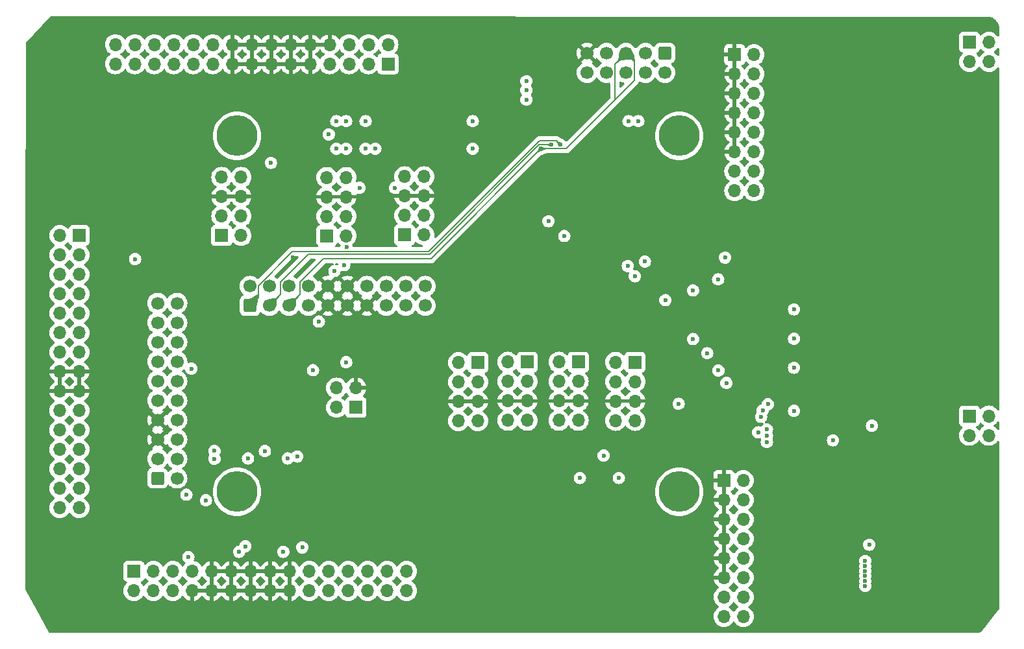
<source format=gbr>
%TF.GenerationSoftware,KiCad,Pcbnew,7.0.7*%
%TF.CreationDate,2024-02-23T10:38:31+08:00*%
%TF.ProjectId,sheet1,73686565-7431-42e6-9b69-6361645f7063,2*%
%TF.SameCoordinates,Original*%
%TF.FileFunction,Copper,L3,Inr*%
%TF.FilePolarity,Positive*%
%FSLAX46Y46*%
G04 Gerber Fmt 4.6, Leading zero omitted, Abs format (unit mm)*
G04 Created by KiCad (PCBNEW 7.0.7) date 2024-02-23 10:38:31*
%MOMM*%
%LPD*%
G01*
G04 APERTURE LIST*
G04 Aperture macros list*
%AMRoundRect*
0 Rectangle with rounded corners*
0 $1 Rounding radius*
0 $2 $3 $4 $5 $6 $7 $8 $9 X,Y pos of 4 corners*
0 Add a 4 corners polygon primitive as box body*
4,1,4,$2,$3,$4,$5,$6,$7,$8,$9,$2,$3,0*
0 Add four circle primitives for the rounded corners*
1,1,$1+$1,$2,$3*
1,1,$1+$1,$4,$5*
1,1,$1+$1,$6,$7*
1,1,$1+$1,$8,$9*
0 Add four rect primitives between the rounded corners*
20,1,$1+$1,$2,$3,$4,$5,0*
20,1,$1+$1,$4,$5,$6,$7,0*
20,1,$1+$1,$6,$7,$8,$9,0*
20,1,$1+$1,$8,$9,$2,$3,0*%
G04 Aperture macros list end*
%TA.AperFunction,ComponentPad*%
%ADD10O,1.700000X1.700000*%
%TD*%
%TA.AperFunction,ComponentPad*%
%ADD11R,1.700000X1.700000*%
%TD*%
%TA.AperFunction,ComponentPad*%
%ADD12C,1.700000*%
%TD*%
%TA.AperFunction,ComponentPad*%
%ADD13RoundRect,0.250000X0.600000X-0.600000X0.600000X0.600000X-0.600000X0.600000X-0.600000X-0.600000X0*%
%TD*%
%TA.AperFunction,ComponentPad*%
%ADD14RoundRect,0.250000X-0.600000X0.600000X-0.600000X-0.600000X0.600000X-0.600000X0.600000X0.600000X0*%
%TD*%
%TA.AperFunction,ComponentPad*%
%ADD15C,5.300000*%
%TD*%
%TA.AperFunction,ComponentPad*%
%ADD16RoundRect,0.250000X-0.600000X-0.600000X0.600000X-0.600000X0.600000X0.600000X-0.600000X0.600000X0*%
%TD*%
%TA.AperFunction,ViaPad*%
%ADD17C,0.600000*%
%TD*%
%TA.AperFunction,Conductor*%
%ADD18C,0.200000*%
%TD*%
G04 APERTURE END LIST*
D10*
%TO.N,/UART_SCI_TXDB*%
%TO.C,UART2*%
X242986200Y-127269800D03*
%TO.N,/UART_SCI_RXDB*%
X245526200Y-127269800D03*
%TO.N,AGND*%
X242986200Y-124729800D03*
X245526200Y-124729800D03*
%TO.N,D+5V*%
X242986200Y-122189800D03*
X245526200Y-122189800D03*
%TO.N,D12V1*%
X242986200Y-119649800D03*
D11*
X245526200Y-119649800D03*
%TD*%
D12*
%TO.N,unconnected-(INC1-Pad20)*%
%TO.C,INC1*%
X238686200Y-109684800D03*
%TO.N,VDD*%
X238686200Y-112224800D03*
%TO.N,unconnected-(INC1-Pad18)*%
X236146200Y-109684800D03*
%TO.N,VDD*%
X236146200Y-112224800D03*
%TO.N,D+5V*%
X233606200Y-109684800D03*
%TO.N,unconnected-(INC1-Pad15)*%
X233606200Y-112224800D03*
%TO.N,D+5V*%
X231066200Y-109684800D03*
%TO.N,AGND*%
X231066200Y-112224800D03*
X228526200Y-109684800D03*
X228526200Y-112224800D03*
X225986200Y-109684800D03*
X225986200Y-112224800D03*
%TO.N,/MQEP1S*%
X223446200Y-109684800D03*
%TO.N,PE_GND*%
X223446200Y-112224800D03*
%TO.N,/MQEP1Z*%
X220906200Y-109684800D03*
%TO.N,/QEP1_HALL_W*%
X220906200Y-112224800D03*
%TO.N,/MQEP1B*%
X218366200Y-109684800D03*
%TO.N,/QEP1_HALL_V*%
X218366200Y-112224800D03*
%TO.N,/MQEP1A*%
X215826200Y-109684800D03*
D13*
%TO.N,/QEP1_HALL_U*%
X215826200Y-112224800D03*
%TD*%
D11*
%TO.N,/DC_BUS_2M1*%
%TO.C,J2*%
X309608715Y-126630980D03*
D10*
%TO.N,/GND_2M1*%
X309608715Y-129170980D03*
%TO.N,/DC_BUS_2M1*%
X312148715Y-126630980D03*
%TO.N,/GND_2M1*%
X312148715Y-129170980D03*
%TD*%
%TO.N,/UART_SCI_RXDC*%
%TO.C,UART3*%
X256086200Y-127219800D03*
%TO.N,/UART_SCI_TXDC*%
X258626200Y-127219800D03*
%TO.N,AGND*%
X256086200Y-124679800D03*
X258626200Y-124679800D03*
%TO.N,D+5V*%
X256086200Y-122139800D03*
X258626200Y-122139800D03*
%TO.N,D12V1*%
X256086200Y-119599800D03*
D11*
X258626200Y-119599800D03*
%TD*%
D12*
%TO.N,D+5V*%
%TO.C,J1*%
X259761200Y-81789800D03*
%TO.N,AGND*%
X259761200Y-79249800D03*
%TO.N,VDD*%
X262301200Y-81789800D03*
%TO.N,PE_GND*%
X262301200Y-79249800D03*
%TO.N,/MQEP1Z*%
X264841200Y-81789800D03*
%TO.N,/QEP1_HALL_W*%
X264841200Y-79249800D03*
%TO.N,/MQEP1B*%
X267381200Y-81789800D03*
%TO.N,/QEP1_HALL_V*%
X267381200Y-79249800D03*
%TO.N,/MQEP1A*%
X269921200Y-81789800D03*
D14*
%TO.N,/QEP1_HALL_U*%
X269921200Y-79249800D03*
%TD*%
D10*
%TO.N,/DSP_B_CAN_RX*%
%TO.C,CAN1*%
X238511200Y-95374800D03*
%TO.N,/DSP_B_CAN_TX*%
X235971200Y-95374800D03*
%TO.N,AGND*%
X238511200Y-97914800D03*
X235971200Y-97914800D03*
%TO.N,D+5V*%
X238511200Y-100454800D03*
X235971200Y-100454800D03*
%TO.N,VDD*%
X238511200Y-102994800D03*
D11*
X235971200Y-102994800D03*
%TD*%
D10*
%TO.N,-12*%
%TO.C,LEM2*%
X198266200Y-78124800D03*
X198266200Y-80664800D03*
%TO.N,+12*%
X200806200Y-78124800D03*
X200806200Y-80664800D03*
%TO.N,A-5V*%
X203346200Y-78124800D03*
X203346200Y-80664800D03*
%TO.N,A+5V*%
X205886200Y-78124800D03*
X205886200Y-80664800D03*
%TO.N,12VGND*%
X208426200Y-78124800D03*
X208426200Y-80664800D03*
X210966200Y-78124800D03*
X210966200Y-80664800D03*
%TO.N,AGND*%
X213506200Y-78124800D03*
X213506200Y-80664800D03*
X216046200Y-78124800D03*
X216046200Y-80664800D03*
X218586200Y-78124800D03*
X218586200Y-80664800D03*
X221126200Y-78124800D03*
X221126200Y-80664800D03*
X223666200Y-78124800D03*
X223666200Y-80664800D03*
X226206200Y-78124800D03*
%TO.N,Net-(LEM2-Pad7)*%
X226206200Y-80664800D03*
%TO.N,/IPM_IU1*%
X228746200Y-78124800D03*
X228746200Y-80664800D03*
%TO.N,/IPM_IV1*%
X231286200Y-78124800D03*
X231286200Y-80664800D03*
%TO.N,/IPM_IW1*%
X233826200Y-78124800D03*
D11*
X233826200Y-80664800D03*
%TD*%
%TO.N,AGND*%
%TO.C,IPM1*%
X279010000Y-79450000D03*
D10*
%TO.N,/PWM1A_5V*%
X281550000Y-79450000D03*
%TO.N,AGND*%
X279010000Y-81990000D03*
%TO.N,/PWM2A_5V*%
X281550000Y-81990000D03*
%TO.N,AGND*%
X279010000Y-84530000D03*
%TO.N,/PWM3A_5V*%
X281550000Y-84530000D03*
%TO.N,AGND*%
X279010000Y-87070000D03*
%TO.N,/PWM1B_5V*%
X281550000Y-87070000D03*
%TO.N,AGND*%
X279010000Y-89610000D03*
%TO.N,/PWM2B_5V*%
X281550000Y-89610000D03*
%TO.N,AGND*%
X279010000Y-92150000D03*
%TO.N,/PWM3B_5V*%
X281550000Y-92150000D03*
%TO.N,D12VGND*%
X279010000Y-94690000D03*
%TO.N,D12V1*%
X281550000Y-94690000D03*
%TO.N,D12VGND*%
X279010000Y-97230000D03*
%TO.N,D12V1*%
X281550000Y-97230000D03*
%TD*%
%TO.N,D+5V*%
%TO.C,POWER1*%
X191000000Y-138624800D03*
X193540000Y-138624800D03*
%TO.N,AVDD*%
X191000000Y-136084800D03*
%TO.N,VDD*%
X193540000Y-136084800D03*
%TO.N,A+5V*%
X191000000Y-133544800D03*
X193540000Y-133544800D03*
X191000000Y-131004800D03*
X193540000Y-131004800D03*
X191000000Y-128464800D03*
X193540000Y-128464800D03*
%TO.N,D12V1*%
X191000000Y-125924800D03*
X193540000Y-125924800D03*
%TO.N,AGND*%
X191000000Y-123384800D03*
X193540000Y-123384800D03*
X191000000Y-120844800D03*
X193540000Y-120844800D03*
%TO.N,A-5V*%
X191000000Y-118304800D03*
X193540000Y-118304800D03*
%TO.N,12VGND*%
X191000000Y-115764800D03*
X193540000Y-115764800D03*
X191000000Y-113224800D03*
X193540000Y-113224800D03*
%TO.N,-12*%
X191000000Y-110684800D03*
X193540000Y-110684800D03*
X191000000Y-108144800D03*
X193540000Y-108144800D03*
%TO.N,+12*%
X191000000Y-105604800D03*
X193540000Y-105604800D03*
X191000000Y-103064800D03*
D11*
X193540000Y-103064800D03*
%TD*%
D10*
%TO.N,/SPI_B_CK_HS*%
%TO.C,SPI2*%
X263496200Y-127224800D03*
%TO.N,/~{SPI_B_STE_HS}*%
X266036200Y-127224800D03*
%TO.N,AGND*%
X263496200Y-124684800D03*
X266036200Y-124684800D03*
%TO.N,D+5V*%
X263496200Y-122144800D03*
X266036200Y-122144800D03*
%TO.N,/SPI B MI HS*%
X263496200Y-119604800D03*
D11*
%TO.N,/SPI B MO HS*%
X266036200Y-119604800D03*
%TD*%
D10*
%TO.N,/DSP_A_CAN_RX*%
%TO.C,CAN2*%
X228361200Y-95474800D03*
%TO.N,/DSP_A_CAN_TX*%
X225821200Y-95474800D03*
%TO.N,AGND*%
X228361200Y-98014800D03*
X225821200Y-98014800D03*
%TO.N,D+5V*%
X228361200Y-100554800D03*
X225821200Y-100554800D03*
%TO.N,VDD*%
X228361200Y-103094800D03*
D11*
X225821200Y-103094800D03*
%TD*%
%TO.N,/DC_BUS_2M2*%
%TO.C,J3*%
X309644715Y-77823800D03*
D10*
%TO.N,/GND_2M2*%
X309644715Y-80363800D03*
%TO.N,/DC_BUS_2M2*%
X312184715Y-77823800D03*
%TO.N,/GND_2M2*%
X312184715Y-80363800D03*
%TD*%
%TO.N,-12*%
%TO.C,LEM1*%
X236241200Y-149464800D03*
X236241200Y-146924800D03*
%TO.N,+12*%
X233701200Y-149464800D03*
X233701200Y-146924800D03*
%TO.N,A-5V*%
X231161200Y-149464800D03*
X231161200Y-146924800D03*
%TO.N,A+5V*%
X228621200Y-149464800D03*
X228621200Y-146924800D03*
%TO.N,12VGND*%
X226081200Y-149464800D03*
X226081200Y-146924800D03*
X223541200Y-149464800D03*
X223541200Y-146924800D03*
%TO.N,AGND*%
X221001200Y-149464800D03*
X221001200Y-146924800D03*
X218461200Y-149464800D03*
X218461200Y-146924800D03*
X215921200Y-149464800D03*
X215921200Y-146924800D03*
X213381200Y-149464800D03*
X213381200Y-146924800D03*
X210841200Y-149464800D03*
X210841200Y-146924800D03*
X208301200Y-149464800D03*
%TO.N,Net-(LEM1-Pad7)*%
X208301200Y-146924800D03*
%TO.N,/IPM_IU2*%
X205761200Y-149464800D03*
X205761200Y-146924800D03*
%TO.N,/IPM_IV2*%
X203221200Y-149464800D03*
X203221200Y-146924800D03*
%TO.N,/IPM_IW2*%
X200681200Y-149464800D03*
D11*
X200681200Y-146924800D03*
%TD*%
D10*
%TO.N,/UART_SCI_RXDA*%
%TO.C,UART1*%
X249436200Y-127219800D03*
%TO.N,/UART_SCI_TXDA*%
X251976200Y-127219800D03*
%TO.N,AGND*%
X249436200Y-124679800D03*
X251976200Y-124679800D03*
%TO.N,D+5V*%
X249436200Y-122139800D03*
X251976200Y-122139800D03*
%TO.N,D12V1*%
X249436200Y-119599800D03*
D11*
X251976200Y-119599800D03*
%TD*%
D10*
%TO.N,/UART_SCI_TXDD*%
%TO.C,UART4*%
X214661200Y-95459800D03*
%TO.N,/UART_SCI_RXDD*%
X212121200Y-95459800D03*
%TO.N,AGND*%
X214661200Y-97999800D03*
X212121200Y-97999800D03*
%TO.N,D+5V*%
X214661200Y-100539800D03*
X212121200Y-100539800D03*
%TO.N,D12V1*%
X214661200Y-103079800D03*
D11*
X212121200Y-103079800D03*
%TD*%
%TO.N,AGND*%
%TO.C,IPM2*%
X277604008Y-135046687D03*
D10*
%TO.N,/PWM4A_5V*%
X280144008Y-135046687D03*
%TO.N,AGND*%
X277604008Y-137586687D03*
%TO.N,/PWM5A_5V*%
X280144008Y-137586687D03*
%TO.N,AGND*%
X277604008Y-140126687D03*
%TO.N,/PWM6A_5V*%
X280144008Y-140126687D03*
%TO.N,AGND*%
X277604008Y-142666687D03*
%TO.N,/PWM4B_5V*%
X280144008Y-142666687D03*
%TO.N,AGND*%
X277604008Y-145206687D03*
%TO.N,/PWM5B_5V*%
X280144008Y-145206687D03*
%TO.N,AGND*%
X277604008Y-147746687D03*
%TO.N,/PWM6B_5V*%
X280144008Y-147746687D03*
%TO.N,D12VGND*%
X277604008Y-150286687D03*
%TO.N,D12V1*%
X280144008Y-150286687D03*
%TO.N,D12VGND*%
X277604008Y-152826687D03*
%TO.N,D12V1*%
X280144008Y-152826687D03*
%TD*%
%TO.N,Net-(DI1-Pin_3)*%
%TO.C,DI1*%
X227096200Y-122974800D03*
X227096200Y-125514800D03*
%TO.N,AGND*%
X229636200Y-122974800D03*
D11*
%TO.N,VDD*%
X229636200Y-125514800D03*
%TD*%
D15*
%TO.N,N/C*%
%TO.C,DSP1*%
X214127200Y-136534800D03*
X271785200Y-136534800D03*
X271785200Y-90052800D03*
X214127200Y-90052800D03*
%TD*%
D12*
%TO.N,A+5V*%
%TO.C,SPI1*%
X206301200Y-111899800D03*
%TO.N,-5V_ADC*%
X203761200Y-111899800D03*
%TO.N,A+5V*%
X206301200Y-114439800D03*
%TO.N,-5V_ADC*%
X203761200Y-114439800D03*
%TO.N,D+5V*%
X206301200Y-116979800D03*
%TO.N,Net-(RU3-Pad2)*%
X203761200Y-116979800D03*
%TO.N,D+5V*%
X206301200Y-119519800D03*
%TO.N,Net-(RU3-Pad2)*%
X203761200Y-119519800D03*
%TO.N,/SPI_A_MI_HS*%
X206301200Y-122059800D03*
%TO.N,/SPI_A_CK_HS*%
X203761200Y-122059800D03*
%TO.N,/~{SPI_A_STE_HS}*%
X206301200Y-124599800D03*
%TO.N,/SPI_A_MO_HS*%
X203761200Y-124599800D03*
%TO.N,PE_GND*%
X206301200Y-127139800D03*
%TO.N,AGND*%
X203761200Y-127139800D03*
%TO.N,PE_GND*%
X206301200Y-129679800D03*
%TO.N,AGND*%
X203761200Y-129679800D03*
%TO.N,/SPI_C_MI_HS*%
X206301200Y-132219800D03*
%TO.N,/SPI_C_CK_HS*%
X203761200Y-132219800D03*
%TO.N,/~{SPI_C_STE_HS}*%
X206301200Y-134759800D03*
D16*
%TO.N,/SPI_C_MO_HS*%
X203761200Y-134759800D03*
%TD*%
D17*
%TO.N,AGND*%
X293436200Y-111049800D03*
X216794200Y-107705800D03*
X233558200Y-99831800D03*
X247938488Y-94019088D03*
X295788200Y-101736800D03*
X261117200Y-101863800D03*
X206380200Y-93862800D03*
X193096000Y-147482200D03*
X293248200Y-126755800D03*
X312171200Y-123961800D03*
X258704200Y-115325800D03*
X252319988Y-89637588D03*
X242448200Y-75955800D03*
X195712200Y-144662800D03*
X197617200Y-83702800D03*
X296169200Y-150250800D03*
X282580200Y-141741800D03*
X233431200Y-101736800D03*
X287025200Y-110499800D03*
X244099200Y-145932800D03*
X295407200Y-93100800D03*
X284993200Y-120405800D03*
X283215200Y-144408800D03*
X265689200Y-109737800D03*
X246766200Y-149107800D03*
X283977200Y-147837800D03*
X312425200Y-131581800D03*
X253370200Y-115325800D03*
X299471200Y-95259800D03*
X193172200Y-95386800D03*
X213238200Y-113547800D03*
X273563200Y-112785800D03*
X227589200Y-114690800D03*
X280040200Y-111007800D03*
X217048200Y-117230800D03*
X247401200Y-115579800D03*
X249179200Y-113166800D03*
X200919200Y-104657800D03*
X236479200Y-144154800D03*
X257053200Y-90179800D03*
X187650000Y-104700000D03*
X296931200Y-118754800D03*
X214635200Y-114817800D03*
X259593200Y-103133800D03*
X268229200Y-148980800D03*
X282326200Y-130819800D03*
X291343200Y-133105800D03*
X262641200Y-104022800D03*
X293756200Y-103895800D03*
X222255200Y-99069800D03*
X302426200Y-95113800D03*
X219207200Y-142249800D03*
X255910200Y-102371800D03*
X223768791Y-103504392D03*
X230510200Y-113928800D03*
X299598200Y-96910800D03*
X264165200Y-90052800D03*
X268737200Y-141614800D03*
X256799200Y-97799800D03*
X293375200Y-107959800D03*
X270642200Y-112785800D03*
X295280200Y-141995800D03*
X270642200Y-114055800D03*
X221419291Y-105946800D03*
X299598200Y-101228800D03*
X224287200Y-132597800D03*
X280294200Y-118373800D03*
X302426200Y-97145800D03*
X302426200Y-93081800D03*
X232669200Y-89925800D03*
X265181200Y-145932800D03*
X209809200Y-140979800D03*
X244861200Y-89925800D03*
X287787200Y-129168800D03*
X309631200Y-131454800D03*
X257434200Y-113166800D03*
X309631200Y-123961800D03*
X307091200Y-129422800D03*
X223779200Y-100720800D03*
X252862200Y-113166800D03*
X302426200Y-101209800D03*
X296931200Y-129803800D03*
X203459200Y-98434800D03*
X277500200Y-113547800D03*
X225176200Y-144154800D03*
X260355200Y-141487800D03*
X256926200Y-145805800D03*
X218445200Y-114690800D03*
X299471200Y-99069800D03*
X302426200Y-103241800D03*
X241270988Y-100686588D03*
X307345200Y-125739800D03*
X285247200Y-112785800D03*
X296931200Y-112658800D03*
X252354200Y-96021800D03*
X251592200Y-115579800D03*
X273436200Y-114055800D03*
X200919200Y-89798800D03*
X255275200Y-96402800D03*
X191000000Y-141360800D03*
X251846200Y-81289800D03*
X208031200Y-102244800D03*
X226954200Y-117230800D03*
X203078200Y-82813800D03*
X299471200Y-93227800D03*
X193540000Y-141360800D03*
X221874200Y-90052800D03*
X293375200Y-135899800D03*
X290561200Y-115499800D03*
X291836200Y-127922300D03*
X282834200Y-115833800D03*
X233685200Y-94243800D03*
X259085200Y-105292800D03*
X251211200Y-149234800D03*
X194950200Y-85099800D03*
X218572200Y-105800800D03*
X240670200Y-113293800D03*
X206126200Y-82940800D03*
X291343200Y-106181800D03*
X232923200Y-128787800D03*
X208793200Y-93735800D03*
X203840200Y-143392800D03*
X257434200Y-148980800D03*
X190500000Y-99000000D03*
X200919200Y-95894800D03*
X284739200Y-106435800D03*
X240797200Y-94243800D03*
X192500000Y-99000000D03*
X284358200Y-150885800D03*
X197363200Y-95132800D03*
X217048200Y-102752800D03*
X208920200Y-142376800D03*
X292613200Y-93100800D03*
X233685200Y-97418800D03*
X285755200Y-123199800D03*
X297058200Y-117357800D03*
X187650000Y-110950000D03*
X251211200Y-145805800D03*
X213208701Y-130536301D03*
X299344200Y-121167800D03*
X302426200Y-99177800D03*
X206126200Y-98307800D03*
X230129200Y-128787800D03*
X285120200Y-116595800D03*
X212222200Y-108340800D03*
%TO.N,VDD*%
X261936200Y-131799800D03*
X256799200Y-103133800D03*
X224795200Y-114309800D03*
X224033200Y-120659798D03*
%TO.N,/DSP_PWM1~{_ENABL}E*%
X271711200Y-125049800D03*
X263911200Y-134731400D03*
%TO.N,A+5V*%
X207777200Y-145047800D03*
X296916200Y-127922300D03*
%TO.N,D+5V*%
X207523200Y-136915800D03*
X296561200Y-143449800D03*
%TO.N,/IPM_VDC_BUS1*%
X269981800Y-111515800D03*
X291836200Y-129822300D03*
X277936200Y-122324800D03*
X283342200Y-125104800D03*
%TO.N,/IPM_VDC_BUS2*%
X276886200Y-120699800D03*
X276861200Y-108799800D03*
%TO.N,/DSP_A_CAN_TX*%
X228348000Y-88138500D03*
%TO.N,/DSP_A_CAN_RX*%
X228348000Y-91738500D03*
%TO.N,/IPM_IU1*%
X230111200Y-96849800D03*
X234711200Y-96849800D03*
%TO.N,/IPM_IW1*%
X277761200Y-105949800D03*
X273581800Y-110245800D03*
%TO.N,/IPM_IU2*%
X265996346Y-108384946D03*
%TO.N,/IPM_IV2*%
X267311200Y-106474800D03*
%TO.N,/IPM_IW2*%
X265073700Y-107049800D03*
%TO.N,/QEP1_HALL_U*%
X256288000Y-91211512D03*
%TO.N,/MQEP1A*%
X230888000Y-88138500D03*
X251861200Y-85324800D03*
X226086200Y-89874800D03*
X218536200Y-93574800D03*
%TO.N,/QEP1_HALL_V*%
X255139844Y-91211512D03*
%TO.N,/MQEP1B*%
X228398700Y-104562300D03*
X230888000Y-91738500D03*
X251861200Y-84109946D03*
%TO.N,/QEP1_HALL_W*%
X253748000Y-91738512D03*
%TO.N,/MQEP1Z*%
X251861200Y-82909946D03*
X228097200Y-106943800D03*
X232158000Y-91738500D03*
%TO.N,/MQEP1S*%
X226827200Y-107705800D03*
%TO.N,Net-(LEM1-Pad7)*%
X208168754Y-120456300D03*
X210068412Y-137654400D03*
%TO.N,/UART_SCI_RXDD*%
X227078000Y-88138500D03*
%TO.N,/UART_SCI_TXDD*%
X227078000Y-91738500D03*
%TO.N,/~{SPI_A_STE_HS}*%
X244858000Y-88138500D03*
%TO.N,/SPI_A_CK_HS*%
X244858000Y-91738500D03*
%TO.N,/SPI_A_MO_HS*%
X265178000Y-88138500D03*
%TO.N,/SPI_A_MI_HS*%
X254736200Y-101199800D03*
X266448000Y-88138500D03*
%TO.N,/SPI_C_MO_HS*%
X214386200Y-144370800D03*
X220161200Y-144370800D03*
%TO.N,/SPI_C_MI_HS*%
X215561200Y-132174800D03*
X220736200Y-132174800D03*
X211186200Y-132224800D03*
%TO.N,/SPI_C_CK_HS*%
X217761200Y-131224800D03*
X221986200Y-131924800D03*
X211186200Y-131199800D03*
%TO.N,/~{SPI_C_STE_HS}*%
X215211200Y-143649800D03*
X222636200Y-143799800D03*
%TO.N,/SPI B MO HS*%
X258831200Y-134731400D03*
%TO.N,/DSP-PWM1B*%
X275436200Y-118449800D03*
X273581800Y-116595800D03*
%TO.N,/DSP-PWM4A*%
X296036200Y-145579190D03*
X282667700Y-125906300D03*
%TO.N,/DSP-PWM4B*%
X283211200Y-128399810D03*
X296036200Y-147529200D03*
%TO.N,/DSP-PWM5A*%
X282461852Y-126755800D03*
X296036200Y-146229200D03*
%TO.N,/DSP-PWM5B*%
X296036200Y-148179210D03*
X283211200Y-129204297D03*
%TO.N,/DSP-PWM6A*%
X282072200Y-128787800D03*
X296036200Y-146879180D03*
%TO.N,/DSP-PWM6B*%
X283211700Y-130027300D03*
X296036200Y-148829190D03*
%TO.N,/GND_2M1*%
X286756200Y-125974800D03*
%TO.N,/DC_BUS_2M1*%
X286756200Y-120339800D03*
%TO.N,/GND_2M2*%
X286756200Y-112719800D03*
%TO.N,/DC_BUS_2M2*%
X286756200Y-116549800D03*
%TO.N,D12V1*%
X200832200Y-106149800D03*
X228361200Y-119624800D03*
%TD*%
D18*
%TO.N,/QEP1_HALL_U*%
X239112959Y-105165800D02*
X253594247Y-90684512D01*
X253594247Y-90684512D02*
X255761000Y-90684512D01*
X255761000Y-90684512D02*
X256288000Y-91211512D01*
X215826200Y-112224800D02*
X216903200Y-111147800D01*
X221362091Y-105165800D02*
X239112959Y-105165800D01*
X216903200Y-109624691D02*
X221362091Y-105165800D01*
X216903200Y-111147800D02*
X216903200Y-109624691D01*
%TO.N,/QEP1_HALL_V*%
X219829200Y-110761800D02*
X219829200Y-109115800D01*
X219829200Y-109115800D02*
X223452200Y-105492800D01*
X223452200Y-105492800D02*
X239248407Y-105492800D01*
X253529709Y-91211498D02*
X254020898Y-91211498D01*
X218366200Y-112224800D02*
X219829200Y-110761800D01*
X254020912Y-91211512D02*
X255139844Y-91211512D01*
X239248407Y-105492800D02*
X253529709Y-91211498D01*
X254020898Y-91211498D02*
X254020912Y-91211512D01*
%TO.N,/QEP1_HALL_W*%
X239412712Y-106073800D02*
X253748000Y-91738512D01*
X265918200Y-80326800D02*
X265918200Y-82853591D01*
X265918200Y-82853591D02*
X257033279Y-91738512D01*
X220906200Y-112224800D02*
X222369200Y-110761800D01*
X264841200Y-79249800D02*
X265918200Y-80326800D01*
X257033279Y-91738512D02*
X253748000Y-91738512D01*
X263378200Y-80712800D02*
X264841200Y-79249800D01*
X263378200Y-85393591D02*
X263378200Y-80712800D01*
X222369200Y-110761800D02*
X222369200Y-109115800D01*
X222369200Y-109115800D02*
X225411200Y-106073800D01*
X225411200Y-106073800D02*
X239412712Y-106073800D01*
%TD*%
%TA.AperFunction,Conductor*%
%TO.N,/QEP1_HALL_W*%
G36*
X222044936Y-110959373D02*
G01*
X222171626Y-111086063D01*
X222175053Y-111094336D01*
X222172527Y-111101597D01*
X221947963Y-111385345D01*
X221857430Y-111636421D01*
X221833658Y-111887212D01*
X221803037Y-112177161D01*
X221802610Y-112179291D01*
X221695211Y-112537687D01*
X221689553Y-112544628D01*
X221680644Y-112545536D01*
X221679537Y-112545142D01*
X221678292Y-112544628D01*
X220909984Y-112227361D01*
X220903647Y-112221038D01*
X220585857Y-111451460D01*
X220585866Y-111442506D01*
X220592205Y-111436181D01*
X220593291Y-111435794D01*
X220951709Y-111328386D01*
X220953835Y-111327960D01*
X221243786Y-111297340D01*
X221494574Y-111273569D01*
X221620114Y-111228301D01*
X221745653Y-111183035D01*
X221745653Y-111183034D01*
X221745655Y-111183034D01*
X222029404Y-110958471D01*
X222038016Y-110956025D01*
X222044936Y-110959373D01*
G37*
%TD.AperFunction*%
%TD*%
%TA.AperFunction,Conductor*%
%TO.N,/QEP1_HALL_U*%
G36*
X255942680Y-90723686D02*
G01*
X256030380Y-90799831D01*
X256092413Y-90834181D01*
X256109482Y-90843634D01*
X256182148Y-90865945D01*
X256187462Y-90867577D01*
X256238344Y-90880606D01*
X256279749Y-90891209D01*
X256280230Y-90891355D01*
X256348387Y-90915260D01*
X256391173Y-90930268D01*
X256397844Y-90936239D01*
X256398340Y-90945181D01*
X256398122Y-90945752D01*
X256290563Y-91207696D01*
X256284251Y-91214048D01*
X256284184Y-91214075D01*
X256022240Y-91321634D01*
X256013285Y-91321607D01*
X256006973Y-91315255D01*
X256006762Y-91314704D01*
X255991748Y-91271899D01*
X255967843Y-91203742D01*
X255967696Y-91203257D01*
X255944065Y-91110974D01*
X255942433Y-91105660D01*
X255920122Y-91032994D01*
X255876318Y-90953892D01*
X255876319Y-90953892D01*
X255869251Y-90945752D01*
X255800173Y-90866191D01*
X255797338Y-90857698D01*
X255800735Y-90850249D01*
X255926737Y-90724247D01*
X255935009Y-90720821D01*
X255942680Y-90723686D01*
G37*
%TD.AperFunction*%
%TD*%
%TA.AperFunction,Conductor*%
%TO.N,/QEP1_HALL_U*%
G36*
X216996538Y-110725806D02*
G01*
X216999965Y-110734079D01*
X216999625Y-110736879D01*
X216937800Y-110987671D01*
X216872400Y-111297963D01*
X216807000Y-111653255D01*
X216741600Y-112053547D01*
X216678206Y-112485177D01*
X216673613Y-112492865D01*
X216664930Y-112495053D01*
X216663052Y-112494616D01*
X215830822Y-112227284D01*
X215823993Y-112221492D01*
X215823987Y-112221480D01*
X215397706Y-111389391D01*
X215396984Y-111380465D01*
X215402784Y-111373643D01*
X215406454Y-111372475D01*
X215672824Y-111334315D01*
X215955418Y-111248831D01*
X216238012Y-111118347D01*
X216520606Y-110942863D01*
X216800027Y-110724854D01*
X216807225Y-110722379D01*
X216988265Y-110722379D01*
X216996538Y-110725806D01*
G37*
%TD.AperFunction*%
%TD*%
%TA.AperFunction,Conductor*%
%TO.N,/QEP1_HALL_W*%
G36*
X253482217Y-91628380D02*
G01*
X253680100Y-91709634D01*
X253744184Y-91735948D01*
X253750536Y-91742260D01*
X253750563Y-91742327D01*
X253858122Y-92004271D01*
X253858095Y-92013226D01*
X253851743Y-92019538D01*
X253851171Y-92019756D01*
X253740234Y-92058665D01*
X253739749Y-92058812D01*
X253647462Y-92082445D01*
X253569479Y-92106389D01*
X253569478Y-92106389D01*
X253490380Y-92150190D01*
X253402680Y-92226337D01*
X253394186Y-92229173D01*
X253386736Y-92225775D01*
X253260736Y-92099775D01*
X253257309Y-92091502D01*
X253260173Y-92083832D01*
X253336315Y-91996135D01*
X253336317Y-91996131D01*
X253336319Y-91996129D01*
X253380120Y-91917032D01*
X253380122Y-91917029D01*
X253404064Y-91839051D01*
X253427698Y-91746754D01*
X253427843Y-91746279D01*
X253444220Y-91699585D01*
X253466756Y-91635337D01*
X253472727Y-91628667D01*
X253481669Y-91628171D01*
X253482217Y-91628380D01*
G37*
%TD.AperFunction*%
%TD*%
%TA.AperFunction,Conductor*%
%TO.N,/QEP1_HALL_V*%
G36*
X255029540Y-90945164D02*
G01*
X255029791Y-90945722D01*
X255138959Y-91207001D01*
X255138986Y-91215956D01*
X255138959Y-91216023D01*
X255029791Y-91477300D01*
X255023439Y-91483612D01*
X255014484Y-91483585D01*
X255013926Y-91483334D01*
X254907975Y-91432407D01*
X254907528Y-91432168D01*
X254885861Y-91419335D01*
X254825553Y-91383617D01*
X254753484Y-91345409D01*
X254731755Y-91339168D01*
X254666574Y-91320448D01*
X254550721Y-91312278D01*
X254542709Y-91308278D01*
X254539844Y-91300607D01*
X254539844Y-91122415D01*
X254543271Y-91114142D01*
X254550718Y-91110745D01*
X254666571Y-91102574D01*
X254666574Y-91102573D01*
X254666576Y-91102573D01*
X254753474Y-91077617D01*
X254753475Y-91077616D01*
X254753484Y-91077614D01*
X254825553Y-91039405D01*
X254907537Y-90990847D01*
X254907969Y-90990616D01*
X255013929Y-90939687D01*
X255022868Y-90939192D01*
X255029540Y-90945164D01*
G37*
%TD.AperFunction*%
%TD*%
%TA.AperFunction,Conductor*%
%TO.N,/QEP1_HALL_W*%
G36*
X265624773Y-78928937D02*
G01*
X265631041Y-78935141D01*
X265786781Y-79299265D01*
X265898746Y-79570492D01*
X265898951Y-79571075D01*
X265969722Y-79811966D01*
X265970098Y-79813750D01*
X266007310Y-80098924D01*
X266007357Y-80099524D01*
X266017878Y-80491679D01*
X266014674Y-80500041D01*
X266006496Y-80503689D01*
X266006182Y-80503693D01*
X265827280Y-80503693D01*
X265819007Y-80500266D01*
X265815946Y-80494897D01*
X265744138Y-80214649D01*
X265744137Y-80214648D01*
X265543923Y-80116066D01*
X265250514Y-80115146D01*
X264898202Y-80119075D01*
X264895554Y-80118802D01*
X264770515Y-80091232D01*
X264529545Y-80038102D01*
X264522204Y-80032974D01*
X264520638Y-80024157D01*
X264521253Y-80022203D01*
X264839344Y-79253285D01*
X264845671Y-79246953D01*
X265615820Y-78928928D01*
X265624773Y-78928937D01*
G37*
%TD.AperFunction*%
%TD*%
%TA.AperFunction,Conductor*%
%TO.N,/QEP1_HALL_W*%
G36*
X264067854Y-78929454D02*
G01*
X264837415Y-79247238D01*
X264843752Y-79253561D01*
X264843762Y-79253585D01*
X265161542Y-80023137D01*
X265161533Y-80032092D01*
X265155194Y-80038417D01*
X265154087Y-80038811D01*
X264795691Y-80146210D01*
X264793561Y-80146637D01*
X264503612Y-80177258D01*
X264252821Y-80201030D01*
X264001745Y-80291563D01*
X263717997Y-80516127D01*
X263709383Y-80518574D01*
X263702463Y-80515226D01*
X263575773Y-80388536D01*
X263572346Y-80380263D01*
X263574871Y-80373004D01*
X263799434Y-80089255D01*
X263889969Y-79838174D01*
X263913740Y-79587386D01*
X263944360Y-79297435D01*
X263944787Y-79295307D01*
X263959192Y-79247237D01*
X264052188Y-78936909D01*
X264057845Y-78929971D01*
X264066754Y-78929063D01*
X264067854Y-78929454D01*
G37*
%TD.AperFunction*%
%TD*%
%TA.AperFunction,Conductor*%
%TO.N,/QEP1_HALL_W*%
G36*
X253873359Y-91466438D02*
G01*
X253873915Y-91466688D01*
X253979874Y-91517618D01*
X253980301Y-91517846D01*
X254062290Y-91566405D01*
X254134359Y-91604614D01*
X254134364Y-91604615D01*
X254134368Y-91604617D01*
X254221268Y-91629573D01*
X254221272Y-91629574D01*
X254337124Y-91637744D01*
X254345135Y-91641744D01*
X254348000Y-91649415D01*
X254348000Y-91827607D01*
X254344573Y-91835880D01*
X254337123Y-91839278D01*
X254221270Y-91847448D01*
X254221267Y-91847448D01*
X254134359Y-91872409D01*
X254134354Y-91872411D01*
X254104865Y-91888044D01*
X254062290Y-91910617D01*
X254023018Y-91933876D01*
X253980313Y-91959168D01*
X253979866Y-91959407D01*
X253873917Y-92010334D01*
X253864976Y-92010830D01*
X253858303Y-92004858D01*
X253858052Y-92004300D01*
X253802945Y-91872409D01*
X253748883Y-91743021D01*
X253748857Y-91734068D01*
X253748862Y-91734054D01*
X253858052Y-91472722D01*
X253864404Y-91466411D01*
X253873359Y-91466438D01*
G37*
%TD.AperFunction*%
%TD*%
%TA.AperFunction,Conductor*%
%TO.N,/QEP1_HALL_V*%
G36*
X219504936Y-110959373D02*
G01*
X219631626Y-111086063D01*
X219635053Y-111094336D01*
X219632527Y-111101597D01*
X219407963Y-111385345D01*
X219317430Y-111636421D01*
X219293658Y-111887212D01*
X219263037Y-112177161D01*
X219262610Y-112179291D01*
X219155211Y-112537687D01*
X219149553Y-112544628D01*
X219140644Y-112545536D01*
X219139537Y-112545142D01*
X219138292Y-112544628D01*
X218369984Y-112227361D01*
X218363647Y-112221038D01*
X218045857Y-111451460D01*
X218045866Y-111442506D01*
X218052205Y-111436181D01*
X218053291Y-111435794D01*
X218411709Y-111328386D01*
X218413835Y-111327960D01*
X218703786Y-111297340D01*
X218954574Y-111273569D01*
X219080114Y-111228301D01*
X219205653Y-111183035D01*
X219205653Y-111183034D01*
X219205655Y-111183034D01*
X219489404Y-110958471D01*
X219498016Y-110956025D01*
X219504936Y-110959373D01*
G37*
%TD.AperFunction*%
%TD*%
%TA.AperFunction,Conductor*%
%TO.N,AGND*%
G36*
X277781520Y-145706194D02*
G01*
X277834323Y-145751949D01*
X277854008Y-145818988D01*
X277854008Y-147134385D01*
X277834323Y-147201424D01*
X277781519Y-147247179D01*
X277712363Y-147257123D01*
X277639774Y-147246687D01*
X277639771Y-147246687D01*
X277568245Y-147246687D01*
X277568241Y-147246687D01*
X277495653Y-147257123D01*
X277426495Y-147247179D01*
X277373692Y-147201423D01*
X277354008Y-147134385D01*
X277354008Y-145818988D01*
X277373693Y-145751949D01*
X277426497Y-145706194D01*
X277495655Y-145696250D01*
X277568245Y-145706687D01*
X277568246Y-145706687D01*
X277639770Y-145706687D01*
X277639771Y-145706687D01*
X277712361Y-145696250D01*
X277781520Y-145706194D01*
G37*
%TD.AperFunction*%
%TA.AperFunction,Conductor*%
G36*
X277781520Y-143166194D02*
G01*
X277834323Y-143211949D01*
X277854008Y-143278988D01*
X277854008Y-144594385D01*
X277834323Y-144661424D01*
X277781519Y-144707179D01*
X277712363Y-144717123D01*
X277639774Y-144706687D01*
X277639771Y-144706687D01*
X277568245Y-144706687D01*
X277568241Y-144706687D01*
X277495653Y-144717123D01*
X277426495Y-144707179D01*
X277373692Y-144661423D01*
X277354008Y-144594385D01*
X277354008Y-143278988D01*
X277373693Y-143211949D01*
X277426497Y-143166194D01*
X277495655Y-143156250D01*
X277568245Y-143166687D01*
X277568246Y-143166687D01*
X277639770Y-143166687D01*
X277639771Y-143166687D01*
X277712361Y-143156250D01*
X277781520Y-143166194D01*
G37*
%TD.AperFunction*%
%TA.AperFunction,Conductor*%
G36*
X277781520Y-140626194D02*
G01*
X277834323Y-140671949D01*
X277854008Y-140738988D01*
X277854008Y-142054385D01*
X277834323Y-142121424D01*
X277781519Y-142167179D01*
X277712363Y-142177123D01*
X277639774Y-142166687D01*
X277639771Y-142166687D01*
X277568245Y-142166687D01*
X277568241Y-142166687D01*
X277495653Y-142177123D01*
X277426495Y-142167179D01*
X277373692Y-142121423D01*
X277354008Y-142054385D01*
X277354008Y-140738988D01*
X277373693Y-140671949D01*
X277426497Y-140626194D01*
X277495655Y-140616250D01*
X277568245Y-140626687D01*
X277568246Y-140626687D01*
X277639770Y-140626687D01*
X277639771Y-140626687D01*
X277712361Y-140616250D01*
X277781520Y-140626194D01*
G37*
%TD.AperFunction*%
%TA.AperFunction,Conductor*%
G36*
X277781520Y-138086194D02*
G01*
X277834323Y-138131949D01*
X277854008Y-138198988D01*
X277854008Y-139514385D01*
X277834323Y-139581424D01*
X277781519Y-139627179D01*
X277712363Y-139637123D01*
X277639774Y-139626687D01*
X277639771Y-139626687D01*
X277568245Y-139626687D01*
X277568241Y-139626687D01*
X277495653Y-139637123D01*
X277426495Y-139627179D01*
X277373692Y-139581423D01*
X277354008Y-139514385D01*
X277354008Y-138198988D01*
X277373693Y-138131949D01*
X277426497Y-138086194D01*
X277495655Y-138076250D01*
X277568245Y-138086687D01*
X277568246Y-138086687D01*
X277639770Y-138086687D01*
X277639771Y-138086687D01*
X277712361Y-138076250D01*
X277781520Y-138086194D01*
G37*
%TD.AperFunction*%
%TA.AperFunction,Conductor*%
G36*
X277781520Y-135546194D02*
G01*
X277834323Y-135591949D01*
X277854008Y-135658988D01*
X277854008Y-136974385D01*
X277834323Y-137041424D01*
X277781519Y-137087179D01*
X277712363Y-137097123D01*
X277639774Y-137086687D01*
X277639771Y-137086687D01*
X277568245Y-137086687D01*
X277568241Y-137086687D01*
X277495653Y-137097123D01*
X277426495Y-137087179D01*
X277373692Y-137041423D01*
X277354008Y-136974385D01*
X277354008Y-135658988D01*
X277373693Y-135591949D01*
X277426497Y-135546194D01*
X277495655Y-135536250D01*
X277568245Y-135546687D01*
X277568246Y-135546687D01*
X277639770Y-135546687D01*
X277639771Y-135546687D01*
X277712361Y-135536250D01*
X277781520Y-135546194D01*
G37*
%TD.AperFunction*%
%TA.AperFunction,Conductor*%
G36*
X210294892Y-149234485D02*
G01*
X210340647Y-149287289D01*
X210350591Y-149356447D01*
X210346831Y-149373733D01*
X210341200Y-149392911D01*
X210341200Y-149536688D01*
X210346831Y-149555867D01*
X210346830Y-149625736D01*
X210309055Y-149684514D01*
X210245499Y-149713538D01*
X210227853Y-149714800D01*
X208914547Y-149714800D01*
X208847508Y-149695115D01*
X208801753Y-149642311D01*
X208791809Y-149573153D01*
X208795569Y-149555867D01*
X208801200Y-149536688D01*
X208801200Y-149392911D01*
X208795569Y-149373733D01*
X208795570Y-149303864D01*
X208833345Y-149245086D01*
X208896901Y-149216062D01*
X208914547Y-149214800D01*
X210227853Y-149214800D01*
X210294892Y-149234485D01*
G37*
%TD.AperFunction*%
%TA.AperFunction,Conductor*%
G36*
X212834892Y-149234485D02*
G01*
X212880647Y-149287289D01*
X212890591Y-149356447D01*
X212886831Y-149373733D01*
X212881200Y-149392911D01*
X212881200Y-149536688D01*
X212886831Y-149555867D01*
X212886830Y-149625736D01*
X212849055Y-149684514D01*
X212785499Y-149713538D01*
X212767853Y-149714800D01*
X211454547Y-149714800D01*
X211387508Y-149695115D01*
X211341753Y-149642311D01*
X211331809Y-149573153D01*
X211335569Y-149555867D01*
X211341200Y-149536688D01*
X211341200Y-149392911D01*
X211335569Y-149373733D01*
X211335570Y-149303864D01*
X211373345Y-149245086D01*
X211436901Y-149216062D01*
X211454547Y-149214800D01*
X212767853Y-149214800D01*
X212834892Y-149234485D01*
G37*
%TD.AperFunction*%
%TA.AperFunction,Conductor*%
G36*
X215374892Y-149234485D02*
G01*
X215420647Y-149287289D01*
X215430591Y-149356447D01*
X215426831Y-149373733D01*
X215421200Y-149392911D01*
X215421200Y-149536688D01*
X215426831Y-149555867D01*
X215426830Y-149625736D01*
X215389055Y-149684514D01*
X215325499Y-149713538D01*
X215307853Y-149714800D01*
X213994547Y-149714800D01*
X213927508Y-149695115D01*
X213881753Y-149642311D01*
X213871809Y-149573153D01*
X213875569Y-149555867D01*
X213881200Y-149536688D01*
X213881200Y-149392911D01*
X213875569Y-149373733D01*
X213875570Y-149303864D01*
X213913345Y-149245086D01*
X213976901Y-149216062D01*
X213994547Y-149214800D01*
X215307853Y-149214800D01*
X215374892Y-149234485D01*
G37*
%TD.AperFunction*%
%TA.AperFunction,Conductor*%
G36*
X217914892Y-149234485D02*
G01*
X217960647Y-149287289D01*
X217970591Y-149356447D01*
X217966831Y-149373733D01*
X217961200Y-149392911D01*
X217961200Y-149536688D01*
X217966831Y-149555867D01*
X217966830Y-149625736D01*
X217929055Y-149684514D01*
X217865499Y-149713538D01*
X217847853Y-149714800D01*
X216534547Y-149714800D01*
X216467508Y-149695115D01*
X216421753Y-149642311D01*
X216411809Y-149573153D01*
X216415569Y-149555867D01*
X216421200Y-149536688D01*
X216421200Y-149392911D01*
X216415569Y-149373733D01*
X216415570Y-149303864D01*
X216453345Y-149245086D01*
X216516901Y-149216062D01*
X216534547Y-149214800D01*
X217847853Y-149214800D01*
X217914892Y-149234485D01*
G37*
%TD.AperFunction*%
%TA.AperFunction,Conductor*%
G36*
X220454892Y-149234485D02*
G01*
X220500647Y-149287289D01*
X220510591Y-149356447D01*
X220506831Y-149373733D01*
X220501200Y-149392911D01*
X220501200Y-149536688D01*
X220506831Y-149555867D01*
X220506830Y-149625736D01*
X220469055Y-149684514D01*
X220405499Y-149713538D01*
X220387853Y-149714800D01*
X219074547Y-149714800D01*
X219007508Y-149695115D01*
X218961753Y-149642311D01*
X218951809Y-149573153D01*
X218955569Y-149555867D01*
X218961200Y-149536688D01*
X218961200Y-149392911D01*
X218955569Y-149373733D01*
X218955570Y-149303864D01*
X218993345Y-149245086D01*
X219056901Y-149216062D01*
X219074547Y-149214800D01*
X220387853Y-149214800D01*
X220454892Y-149234485D01*
G37*
%TD.AperFunction*%
%TA.AperFunction,Conductor*%
G36*
X211018712Y-147424307D02*
G01*
X211071515Y-147470062D01*
X211091200Y-147537101D01*
X211091200Y-148852498D01*
X211071515Y-148919537D01*
X211018711Y-148965292D01*
X210949555Y-148975236D01*
X210876966Y-148964800D01*
X210876963Y-148964800D01*
X210805437Y-148964800D01*
X210805433Y-148964800D01*
X210732845Y-148975236D01*
X210663687Y-148965292D01*
X210610884Y-148919536D01*
X210591200Y-148852498D01*
X210591200Y-147537101D01*
X210610885Y-147470062D01*
X210663689Y-147424307D01*
X210732847Y-147414363D01*
X210805437Y-147424800D01*
X210805438Y-147424800D01*
X210876962Y-147424800D01*
X210876963Y-147424800D01*
X210949553Y-147414363D01*
X211018712Y-147424307D01*
G37*
%TD.AperFunction*%
%TA.AperFunction,Conductor*%
G36*
X213558712Y-147424307D02*
G01*
X213611515Y-147470062D01*
X213631200Y-147537101D01*
X213631200Y-148852498D01*
X213611515Y-148919537D01*
X213558711Y-148965292D01*
X213489555Y-148975236D01*
X213416966Y-148964800D01*
X213416963Y-148964800D01*
X213345437Y-148964800D01*
X213345433Y-148964800D01*
X213272845Y-148975236D01*
X213203687Y-148965292D01*
X213150884Y-148919536D01*
X213131200Y-148852498D01*
X213131200Y-147537101D01*
X213150885Y-147470062D01*
X213203689Y-147424307D01*
X213272847Y-147414363D01*
X213345437Y-147424800D01*
X213345438Y-147424800D01*
X213416962Y-147424800D01*
X213416963Y-147424800D01*
X213489553Y-147414363D01*
X213558712Y-147424307D01*
G37*
%TD.AperFunction*%
%TA.AperFunction,Conductor*%
G36*
X216098712Y-147424307D02*
G01*
X216151515Y-147470062D01*
X216171200Y-147537101D01*
X216171200Y-148852498D01*
X216151515Y-148919537D01*
X216098711Y-148965292D01*
X216029555Y-148975236D01*
X215956966Y-148964800D01*
X215956963Y-148964800D01*
X215885437Y-148964800D01*
X215885433Y-148964800D01*
X215812845Y-148975236D01*
X215743687Y-148965292D01*
X215690884Y-148919536D01*
X215671200Y-148852498D01*
X215671200Y-147537101D01*
X215690885Y-147470062D01*
X215743689Y-147424307D01*
X215812847Y-147414363D01*
X215885437Y-147424800D01*
X215885438Y-147424800D01*
X215956962Y-147424800D01*
X215956963Y-147424800D01*
X216029553Y-147414363D01*
X216098712Y-147424307D01*
G37*
%TD.AperFunction*%
%TA.AperFunction,Conductor*%
G36*
X218638712Y-147424307D02*
G01*
X218691515Y-147470062D01*
X218711200Y-147537101D01*
X218711200Y-148852498D01*
X218691515Y-148919537D01*
X218638711Y-148965292D01*
X218569555Y-148975236D01*
X218496966Y-148964800D01*
X218496963Y-148964800D01*
X218425437Y-148964800D01*
X218425433Y-148964800D01*
X218352844Y-148975236D01*
X218283686Y-148965292D01*
X218230883Y-148919536D01*
X218211199Y-148852498D01*
X218211200Y-148314800D01*
X218211200Y-147537101D01*
X218230885Y-147470062D01*
X218283689Y-147424307D01*
X218352847Y-147414363D01*
X218425437Y-147424800D01*
X218425438Y-147424800D01*
X218496962Y-147424800D01*
X218496963Y-147424800D01*
X218569553Y-147414363D01*
X218638712Y-147424307D01*
G37*
%TD.AperFunction*%
%TA.AperFunction,Conductor*%
G36*
X221178712Y-147424307D02*
G01*
X221231515Y-147470062D01*
X221251200Y-147537101D01*
X221251200Y-148852498D01*
X221231515Y-148919537D01*
X221178711Y-148965292D01*
X221109555Y-148975236D01*
X221036966Y-148964800D01*
X221036963Y-148964800D01*
X220965437Y-148964800D01*
X220965433Y-148964800D01*
X220892844Y-148975236D01*
X220823686Y-148965292D01*
X220770883Y-148919536D01*
X220751199Y-148852498D01*
X220751200Y-148314800D01*
X220751200Y-147537101D01*
X220770885Y-147470062D01*
X220823689Y-147424307D01*
X220892847Y-147414363D01*
X220965437Y-147424800D01*
X220965438Y-147424800D01*
X221036962Y-147424800D01*
X221036963Y-147424800D01*
X221109553Y-147414363D01*
X221178712Y-147424307D01*
G37*
%TD.AperFunction*%
%TA.AperFunction,Conductor*%
G36*
X212834892Y-146694485D02*
G01*
X212880647Y-146747289D01*
X212890591Y-146816447D01*
X212886831Y-146833733D01*
X212881200Y-146852911D01*
X212881200Y-146996688D01*
X212886831Y-147015867D01*
X212886830Y-147085736D01*
X212849055Y-147144514D01*
X212785499Y-147173538D01*
X212767853Y-147174800D01*
X211454547Y-147174800D01*
X211387508Y-147155115D01*
X211341753Y-147102311D01*
X211331809Y-147033153D01*
X211335569Y-147015867D01*
X211341200Y-146996688D01*
X211341200Y-146852911D01*
X211335569Y-146833733D01*
X211335570Y-146763864D01*
X211373345Y-146705086D01*
X211436901Y-146676062D01*
X211454547Y-146674800D01*
X212767853Y-146674800D01*
X212834892Y-146694485D01*
G37*
%TD.AperFunction*%
%TA.AperFunction,Conductor*%
G36*
X215374892Y-146694485D02*
G01*
X215420647Y-146747289D01*
X215430591Y-146816447D01*
X215426831Y-146833733D01*
X215421200Y-146852911D01*
X215421200Y-146996688D01*
X215426831Y-147015867D01*
X215426830Y-147085736D01*
X215389055Y-147144514D01*
X215325499Y-147173538D01*
X215307853Y-147174800D01*
X213994547Y-147174800D01*
X213927508Y-147155115D01*
X213881753Y-147102311D01*
X213871809Y-147033153D01*
X213875569Y-147015867D01*
X213881200Y-146996688D01*
X213881200Y-146852911D01*
X213875569Y-146833733D01*
X213875570Y-146763864D01*
X213913345Y-146705086D01*
X213976901Y-146676062D01*
X213994547Y-146674800D01*
X215307853Y-146674800D01*
X215374892Y-146694485D01*
G37*
%TD.AperFunction*%
%TA.AperFunction,Conductor*%
G36*
X217914892Y-146694485D02*
G01*
X217960647Y-146747289D01*
X217970591Y-146816447D01*
X217966831Y-146833733D01*
X217961200Y-146852911D01*
X217961200Y-146996688D01*
X217966831Y-147015867D01*
X217966830Y-147085736D01*
X217929055Y-147144514D01*
X217865499Y-147173538D01*
X217847853Y-147174800D01*
X216534547Y-147174800D01*
X216467508Y-147155115D01*
X216421753Y-147102311D01*
X216411809Y-147033153D01*
X216415569Y-147015867D01*
X216421200Y-146996688D01*
X216421200Y-146852911D01*
X216415569Y-146833733D01*
X216415570Y-146763864D01*
X216453345Y-146705086D01*
X216516901Y-146676062D01*
X216534547Y-146674800D01*
X217847853Y-146674800D01*
X217914892Y-146694485D01*
G37*
%TD.AperFunction*%
%TA.AperFunction,Conductor*%
G36*
X220454892Y-146694485D02*
G01*
X220500647Y-146747289D01*
X220510591Y-146816447D01*
X220506831Y-146833733D01*
X220501200Y-146852911D01*
X220501200Y-146996688D01*
X220506831Y-147015867D01*
X220506830Y-147085736D01*
X220469055Y-147144514D01*
X220405499Y-147173538D01*
X220387853Y-147174800D01*
X219074547Y-147174800D01*
X219007508Y-147155115D01*
X218961753Y-147102311D01*
X218951809Y-147033153D01*
X218955569Y-147015867D01*
X218961200Y-146996688D01*
X218961200Y-146852911D01*
X218955569Y-146833733D01*
X218955570Y-146763864D01*
X218993345Y-146705086D01*
X219056901Y-146676062D01*
X219074547Y-146674800D01*
X220387853Y-146674800D01*
X220454892Y-146694485D01*
G37*
%TD.AperFunction*%
%TA.AperFunction,Conductor*%
G36*
X192993692Y-123154485D02*
G01*
X193039447Y-123207289D01*
X193049391Y-123276447D01*
X193045631Y-123293733D01*
X193041286Y-123308530D01*
X193040000Y-123312911D01*
X193040000Y-123456689D01*
X193043856Y-123469822D01*
X193045631Y-123475867D01*
X193045630Y-123545736D01*
X193007855Y-123604514D01*
X192944299Y-123633538D01*
X192926653Y-123634800D01*
X191613347Y-123634800D01*
X191546308Y-123615115D01*
X191500553Y-123562311D01*
X191490609Y-123493153D01*
X191494369Y-123475867D01*
X191496143Y-123469822D01*
X191500000Y-123456689D01*
X191500000Y-123312911D01*
X191498714Y-123308530D01*
X191494369Y-123293733D01*
X191494370Y-123223864D01*
X191532145Y-123165086D01*
X191595701Y-123136062D01*
X191613347Y-123134800D01*
X192926653Y-123134800D01*
X192993692Y-123154485D01*
G37*
%TD.AperFunction*%
%TA.AperFunction,Conductor*%
G36*
X191177512Y-121344307D02*
G01*
X191230315Y-121390062D01*
X191250000Y-121457101D01*
X191250000Y-122772498D01*
X191230315Y-122839537D01*
X191177511Y-122885292D01*
X191108355Y-122895236D01*
X191035766Y-122884800D01*
X191035763Y-122884800D01*
X190964237Y-122884800D01*
X190964233Y-122884800D01*
X190891645Y-122895236D01*
X190822487Y-122885292D01*
X190769684Y-122839536D01*
X190750000Y-122772498D01*
X190750000Y-122234800D01*
X190749999Y-121457101D01*
X190769683Y-121390062D01*
X190822487Y-121344307D01*
X190891646Y-121334363D01*
X190898380Y-121335331D01*
X190964237Y-121344800D01*
X190964238Y-121344800D01*
X191035762Y-121344800D01*
X191035763Y-121344800D01*
X191108353Y-121334363D01*
X191177512Y-121344307D01*
G37*
%TD.AperFunction*%
%TA.AperFunction,Conductor*%
G36*
X193717512Y-121344307D02*
G01*
X193770315Y-121390062D01*
X193790000Y-121457101D01*
X193790000Y-122772498D01*
X193770315Y-122839537D01*
X193717511Y-122885292D01*
X193648355Y-122895236D01*
X193575766Y-122884800D01*
X193575763Y-122884800D01*
X193504237Y-122884800D01*
X193504233Y-122884800D01*
X193431645Y-122895236D01*
X193362487Y-122885292D01*
X193309684Y-122839536D01*
X193290000Y-122772498D01*
X193290000Y-121457101D01*
X193309685Y-121390062D01*
X193362489Y-121344307D01*
X193431647Y-121334363D01*
X193504237Y-121344800D01*
X193504238Y-121344800D01*
X193575762Y-121344800D01*
X193575763Y-121344800D01*
X193648353Y-121334363D01*
X193717512Y-121344307D01*
G37*
%TD.AperFunction*%
%TA.AperFunction,Conductor*%
G36*
X192993692Y-120614485D02*
G01*
X193039447Y-120667289D01*
X193049391Y-120736447D01*
X193045631Y-120753733D01*
X193041376Y-120768224D01*
X193040000Y-120772911D01*
X193040000Y-120916689D01*
X193041500Y-120921798D01*
X193045631Y-120935867D01*
X193045630Y-121005736D01*
X193007855Y-121064514D01*
X192944299Y-121093538D01*
X192926653Y-121094800D01*
X191613347Y-121094800D01*
X191546308Y-121075115D01*
X191500553Y-121022311D01*
X191490609Y-120953153D01*
X191494369Y-120935867D01*
X191498500Y-120921798D01*
X191500000Y-120916689D01*
X191500000Y-120772911D01*
X191498624Y-120768224D01*
X191494369Y-120753733D01*
X191494370Y-120683864D01*
X191532145Y-120625086D01*
X191595701Y-120596062D01*
X191613347Y-120594800D01*
X192926653Y-120594800D01*
X192993692Y-120614485D01*
G37*
%TD.AperFunction*%
%TA.AperFunction,Conductor*%
G36*
X204363670Y-129929163D02*
G01*
X204370149Y-129935196D01*
X204876125Y-130441173D01*
X204929319Y-130365205D01*
X204983896Y-130321581D01*
X205053395Y-130314388D01*
X205115749Y-130345910D01*
X205132469Y-130365205D01*
X205262705Y-130551201D01*
X205262706Y-130551202D01*
X205429797Y-130718293D01*
X205429803Y-130718298D01*
X205615358Y-130848225D01*
X205658983Y-130902802D01*
X205666177Y-130972300D01*
X205634654Y-131034655D01*
X205615358Y-131051375D01*
X205429797Y-131181305D01*
X205262705Y-131348397D01*
X205132775Y-131533958D01*
X205078198Y-131577583D01*
X205008700Y-131584777D01*
X204946345Y-131553254D01*
X204929625Y-131533958D01*
X204799694Y-131348397D01*
X204632602Y-131181306D01*
X204632601Y-131181305D01*
X204446605Y-131051069D01*
X204402981Y-130996492D01*
X204395788Y-130926993D01*
X204427310Y-130864639D01*
X204446605Y-130847919D01*
X204522573Y-130794725D01*
X204020316Y-130292469D01*
X203986831Y-130231146D01*
X203991815Y-130161455D01*
X204028840Y-130111993D01*
X204027598Y-130110559D01*
X204034300Y-130104752D01*
X204142961Y-130010598D01*
X204178154Y-129955837D01*
X204230955Y-129910083D01*
X204300114Y-129900139D01*
X204363670Y-129929163D01*
G37*
%TD.AperFunction*%
%TA.AperFunction,Conductor*%
G36*
X204363670Y-127389163D02*
G01*
X204370149Y-127395196D01*
X204876125Y-127901173D01*
X204929319Y-127825205D01*
X204983896Y-127781581D01*
X205053395Y-127774388D01*
X205115749Y-127805910D01*
X205132469Y-127825205D01*
X205262705Y-128011201D01*
X205262706Y-128011202D01*
X205429797Y-128178293D01*
X205429803Y-128178298D01*
X205615358Y-128308225D01*
X205658983Y-128362802D01*
X205666177Y-128432300D01*
X205634654Y-128494655D01*
X205615358Y-128511375D01*
X205429797Y-128641305D01*
X205262705Y-128808397D01*
X205132469Y-128994395D01*
X205077892Y-129038020D01*
X205008394Y-129045214D01*
X204946039Y-129013691D01*
X204929319Y-128994395D01*
X204876125Y-128918426D01*
X204876125Y-128918425D01*
X204370149Y-129424402D01*
X204308826Y-129457887D01*
X204239134Y-129452903D01*
X204183201Y-129411031D01*
X204178153Y-129403761D01*
X204142961Y-129349002D01*
X204027598Y-129249041D01*
X204029908Y-129246374D01*
X203995205Y-129206328D01*
X203985258Y-129137170D01*
X204014280Y-129073613D01*
X204020316Y-129067130D01*
X204522573Y-128564873D01*
X204522573Y-128564872D01*
X204446170Y-128511374D01*
X204402545Y-128456797D01*
X204395352Y-128387299D01*
X204426874Y-128324944D01*
X204446170Y-128308224D01*
X204522573Y-128254725D01*
X204020316Y-127752469D01*
X203986831Y-127691146D01*
X203991815Y-127621455D01*
X204028840Y-127571993D01*
X204027598Y-127570559D01*
X204038209Y-127561365D01*
X204142961Y-127470598D01*
X204178154Y-127415837D01*
X204230955Y-127370083D01*
X204300114Y-127360139D01*
X204363670Y-127389163D01*
G37*
%TD.AperFunction*%
%TA.AperFunction,Conductor*%
G36*
X205116054Y-125266346D02*
G01*
X205132774Y-125285641D01*
X205139970Y-125295918D01*
X205262705Y-125471201D01*
X205262706Y-125471202D01*
X205429797Y-125638293D01*
X205429803Y-125638298D01*
X205615358Y-125768225D01*
X205658983Y-125822802D01*
X205666177Y-125892300D01*
X205634654Y-125954655D01*
X205615358Y-125971375D01*
X205429797Y-126101305D01*
X205262705Y-126268397D01*
X205132469Y-126454395D01*
X205077892Y-126498020D01*
X205008394Y-126505214D01*
X204946039Y-126473691D01*
X204929319Y-126454395D01*
X204876125Y-126378426D01*
X204876125Y-126378425D01*
X204370149Y-126884402D01*
X204308826Y-126917887D01*
X204239134Y-126912903D01*
X204183201Y-126871031D01*
X204178153Y-126863761D01*
X204142961Y-126809002D01*
X204027598Y-126709041D01*
X204029908Y-126706374D01*
X203995205Y-126666328D01*
X203985258Y-126597170D01*
X204014280Y-126533613D01*
X204020316Y-126527130D01*
X204522573Y-126024873D01*
X204522573Y-126024872D01*
X204446605Y-125971680D01*
X204402980Y-125917104D01*
X204395786Y-125847605D01*
X204427308Y-125785251D01*
X204446599Y-125768534D01*
X204632601Y-125638295D01*
X204799695Y-125471201D01*
X204929626Y-125285640D01*
X204984201Y-125242017D01*
X205053699Y-125234823D01*
X205116054Y-125266346D01*
G37*
%TD.AperFunction*%
%TA.AperFunction,Conductor*%
G36*
X244979892Y-124499485D02*
G01*
X245025647Y-124552289D01*
X245035591Y-124621447D01*
X245031831Y-124638733D01*
X245026199Y-124657911D01*
X245026199Y-124801688D01*
X245031831Y-124820867D01*
X245031830Y-124890736D01*
X244994055Y-124949514D01*
X244930499Y-124978538D01*
X244912853Y-124979800D01*
X243599547Y-124979800D01*
X243532508Y-124960115D01*
X243486753Y-124907311D01*
X243476809Y-124838153D01*
X243480569Y-124820867D01*
X243481101Y-124819053D01*
X243486200Y-124801689D01*
X243486200Y-124657911D01*
X243480568Y-124638733D01*
X243480570Y-124568864D01*
X243518345Y-124510086D01*
X243581901Y-124481062D01*
X243599547Y-124479800D01*
X244912853Y-124479800D01*
X244979892Y-124499485D01*
G37*
%TD.AperFunction*%
%TA.AperFunction,Conductor*%
G36*
X265489892Y-124454485D02*
G01*
X265535647Y-124507289D01*
X265545591Y-124576447D01*
X265541831Y-124593733D01*
X265536200Y-124612911D01*
X265536200Y-124756688D01*
X265541831Y-124775867D01*
X265541830Y-124845736D01*
X265504055Y-124904514D01*
X265440499Y-124933538D01*
X265422853Y-124934800D01*
X264109547Y-124934800D01*
X264042508Y-124915115D01*
X263996753Y-124862311D01*
X263986809Y-124793153D01*
X263990569Y-124775867D01*
X263996200Y-124756688D01*
X263996200Y-124612911D01*
X263990569Y-124593733D01*
X263990570Y-124523864D01*
X264028345Y-124465086D01*
X264091901Y-124436062D01*
X264109547Y-124434800D01*
X265422853Y-124434800D01*
X265489892Y-124454485D01*
G37*
%TD.AperFunction*%
%TA.AperFunction,Conductor*%
G36*
X251429892Y-124449485D02*
G01*
X251475647Y-124502289D01*
X251485591Y-124571447D01*
X251481831Y-124588733D01*
X251476200Y-124607911D01*
X251476200Y-124751688D01*
X251481831Y-124770867D01*
X251481830Y-124840736D01*
X251444055Y-124899514D01*
X251380499Y-124928538D01*
X251362853Y-124929800D01*
X250049547Y-124929800D01*
X249982508Y-124910115D01*
X249936753Y-124857311D01*
X249926809Y-124788153D01*
X249930569Y-124770867D01*
X249936200Y-124751688D01*
X249936200Y-124607911D01*
X249930569Y-124588733D01*
X249930570Y-124518864D01*
X249968345Y-124460086D01*
X250031901Y-124431062D01*
X250049547Y-124429800D01*
X251362853Y-124429800D01*
X251429892Y-124449485D01*
G37*
%TD.AperFunction*%
%TA.AperFunction,Conductor*%
G36*
X258079892Y-124449485D02*
G01*
X258125647Y-124502289D01*
X258135591Y-124571447D01*
X258131831Y-124588733D01*
X258126199Y-124607911D01*
X258126199Y-124751688D01*
X258131831Y-124770867D01*
X258131830Y-124840736D01*
X258094055Y-124899514D01*
X258030499Y-124928538D01*
X258012853Y-124929800D01*
X256699547Y-124929800D01*
X256632508Y-124910115D01*
X256586753Y-124857311D01*
X256576809Y-124788153D01*
X256580569Y-124770867D01*
X256581101Y-124769053D01*
X256586200Y-124751689D01*
X256586200Y-124607911D01*
X256580568Y-124588733D01*
X256580570Y-124518864D01*
X256618345Y-124460086D01*
X256681901Y-124431062D01*
X256699547Y-124429800D01*
X258012853Y-124429800D01*
X258079892Y-124449485D01*
G37*
%TD.AperFunction*%
%TA.AperFunction,Conductor*%
G36*
X225508264Y-109911694D02*
G01*
X225564198Y-109953565D01*
X225569239Y-109960825D01*
X225569248Y-109960839D01*
X225604439Y-110015598D01*
X225719802Y-110115559D01*
X225717493Y-110118222D01*
X225752206Y-110158299D01*
X225762135Y-110227460D01*
X225733098Y-110291010D01*
X225727082Y-110297469D01*
X225224825Y-110799725D01*
X225301231Y-110853225D01*
X225344855Y-110907802D01*
X225352048Y-110977301D01*
X225320526Y-111039655D01*
X225301229Y-111056376D01*
X225224825Y-111109872D01*
X225727083Y-111612130D01*
X225760568Y-111673453D01*
X225755584Y-111743145D01*
X225718557Y-111792605D01*
X225719802Y-111794041D01*
X225604438Y-111894002D01*
X225569246Y-111948762D01*
X225516442Y-111994517D01*
X225447283Y-112004460D01*
X225383728Y-111975434D01*
X225377250Y-111969403D01*
X224871273Y-111463426D01*
X224818081Y-111539394D01*
X224763504Y-111583019D01*
X224694006Y-111590213D01*
X224631651Y-111558691D01*
X224614930Y-111539394D01*
X224484694Y-111353397D01*
X224317602Y-111186306D01*
X224317601Y-111186305D01*
X224195946Y-111101121D01*
X224132041Y-111056374D01*
X224088416Y-111001797D01*
X224081224Y-110932298D01*
X224112746Y-110869944D01*
X224132036Y-110853228D01*
X224317601Y-110723295D01*
X224484695Y-110556201D01*
X224614932Y-110370203D01*
X224669507Y-110326580D01*
X224739005Y-110319386D01*
X224801360Y-110350909D01*
X224818080Y-110370205D01*
X224871273Y-110446173D01*
X225377250Y-109940195D01*
X225438573Y-109906710D01*
X225508264Y-109911694D01*
G37*
%TD.AperFunction*%
%TA.AperFunction,Conductor*%
G36*
X226588670Y-109934163D02*
G01*
X226595149Y-109940196D01*
X227101125Y-110446173D01*
X227154625Y-110369768D01*
X227209202Y-110326144D01*
X227278701Y-110318951D01*
X227341055Y-110350473D01*
X227357776Y-110369769D01*
X227411273Y-110446172D01*
X227917250Y-109940195D01*
X227978573Y-109906710D01*
X228048264Y-109911694D01*
X228104198Y-109953565D01*
X228109239Y-109960825D01*
X228109248Y-109960839D01*
X228144439Y-110015598D01*
X228259802Y-110115559D01*
X228257493Y-110118222D01*
X228292206Y-110158299D01*
X228302135Y-110227460D01*
X228273098Y-110291010D01*
X228267082Y-110297469D01*
X227764825Y-110799725D01*
X227841231Y-110853225D01*
X227884855Y-110907802D01*
X227892048Y-110977301D01*
X227860526Y-111039655D01*
X227841229Y-111056376D01*
X227764825Y-111109872D01*
X228267083Y-111612130D01*
X228300568Y-111673453D01*
X228295584Y-111743145D01*
X228258557Y-111792605D01*
X228259802Y-111794041D01*
X228144438Y-111894002D01*
X228109246Y-111948762D01*
X228056442Y-111994517D01*
X227987283Y-112004460D01*
X227923728Y-111975434D01*
X227917250Y-111969403D01*
X227411272Y-111463425D01*
X227411272Y-111463426D01*
X227357774Y-111539830D01*
X227303198Y-111583455D01*
X227233699Y-111590649D01*
X227171344Y-111559126D01*
X227154624Y-111539830D01*
X227101125Y-111463426D01*
X227101125Y-111463425D01*
X226595149Y-111969402D01*
X226533826Y-112002887D01*
X226464134Y-111997903D01*
X226408201Y-111956031D01*
X226403153Y-111948761D01*
X226367961Y-111894002D01*
X226334862Y-111865322D01*
X226259300Y-111799848D01*
X226259299Y-111799847D01*
X226252598Y-111794041D01*
X226254908Y-111791374D01*
X226220205Y-111751328D01*
X226210258Y-111682170D01*
X226239280Y-111618613D01*
X226245316Y-111612130D01*
X226747573Y-111109873D01*
X226671169Y-111056376D01*
X226627544Y-111001799D01*
X226620350Y-110932301D01*
X226651872Y-110869946D01*
X226671168Y-110853225D01*
X226747573Y-110799725D01*
X226245316Y-110297469D01*
X226211831Y-110236146D01*
X226216815Y-110166455D01*
X226253840Y-110116993D01*
X226252598Y-110115559D01*
X226309164Y-110066545D01*
X226367961Y-110015598D01*
X226403154Y-109960837D01*
X226455955Y-109915083D01*
X226525114Y-109905139D01*
X226588670Y-109934163D01*
G37*
%TD.AperFunction*%
%TA.AperFunction,Conductor*%
G36*
X229128670Y-109934163D02*
G01*
X229135149Y-109940196D01*
X229641125Y-110446173D01*
X229694319Y-110370205D01*
X229748896Y-110326581D01*
X229818395Y-110319388D01*
X229880749Y-110350910D01*
X229897469Y-110370205D01*
X230027705Y-110556201D01*
X230194799Y-110723295D01*
X230380357Y-110853224D01*
X230380794Y-110853530D01*
X230424418Y-110908107D01*
X230431611Y-110977606D01*
X230400089Y-111039960D01*
X230380793Y-111056680D01*
X230304826Y-111109872D01*
X230304825Y-111109872D01*
X230807083Y-111612130D01*
X230840568Y-111673453D01*
X230835584Y-111743145D01*
X230798557Y-111792605D01*
X230799802Y-111794041D01*
X230684438Y-111894002D01*
X230649246Y-111948762D01*
X230596442Y-111994517D01*
X230527283Y-112004460D01*
X230463728Y-111975434D01*
X230457250Y-111969403D01*
X229951272Y-111463425D01*
X229951272Y-111463426D01*
X229897774Y-111539830D01*
X229843198Y-111583455D01*
X229773699Y-111590649D01*
X229711344Y-111559126D01*
X229694624Y-111539830D01*
X229641125Y-111463426D01*
X229641125Y-111463425D01*
X229135149Y-111969402D01*
X229073826Y-112002887D01*
X229004134Y-111997903D01*
X228948201Y-111956031D01*
X228943153Y-111948761D01*
X228907961Y-111894002D01*
X228874862Y-111865322D01*
X228799300Y-111799848D01*
X228799299Y-111799847D01*
X228792598Y-111794041D01*
X228794908Y-111791374D01*
X228760205Y-111751328D01*
X228750258Y-111682170D01*
X228779280Y-111618613D01*
X228785316Y-111612130D01*
X229287573Y-111109873D01*
X229211169Y-111056376D01*
X229167544Y-111001799D01*
X229160350Y-110932301D01*
X229191872Y-110869946D01*
X229211168Y-110853225D01*
X229287573Y-110799725D01*
X228785316Y-110297469D01*
X228751831Y-110236146D01*
X228756815Y-110166455D01*
X228793840Y-110116993D01*
X228792598Y-110115559D01*
X228849164Y-110066545D01*
X228907961Y-110015598D01*
X228943154Y-109960837D01*
X228995955Y-109915083D01*
X229065114Y-109905139D01*
X229128670Y-109934163D01*
G37*
%TD.AperFunction*%
%TA.AperFunction,Conductor*%
G36*
X232421055Y-110351346D02*
G01*
X232437775Y-110370642D01*
X232567701Y-110556196D01*
X232567706Y-110556202D01*
X232734797Y-110723293D01*
X232734803Y-110723298D01*
X232920358Y-110853225D01*
X232963983Y-110907802D01*
X232971177Y-110977300D01*
X232939654Y-111039655D01*
X232920358Y-111056375D01*
X232734797Y-111186305D01*
X232567705Y-111353397D01*
X232437469Y-111539395D01*
X232382892Y-111583020D01*
X232313394Y-111590214D01*
X232251039Y-111558691D01*
X232234319Y-111539395D01*
X232181125Y-111463426D01*
X232181125Y-111463425D01*
X231675149Y-111969402D01*
X231613826Y-112002887D01*
X231544134Y-111997903D01*
X231488201Y-111956031D01*
X231483153Y-111948761D01*
X231447961Y-111894002D01*
X231414862Y-111865322D01*
X231339300Y-111799848D01*
X231339299Y-111799847D01*
X231332598Y-111794041D01*
X231334908Y-111791374D01*
X231300205Y-111751328D01*
X231290258Y-111682170D01*
X231319280Y-111618613D01*
X231325316Y-111612130D01*
X231827573Y-111109873D01*
X231827573Y-111109872D01*
X231751605Y-111056680D01*
X231707980Y-111002104D01*
X231700786Y-110932605D01*
X231732308Y-110870251D01*
X231751599Y-110853534D01*
X231937601Y-110723295D01*
X232104695Y-110556201D01*
X232234624Y-110370642D01*
X232289202Y-110327017D01*
X232358700Y-110319823D01*
X232421055Y-110351346D01*
G37*
%TD.AperFunction*%
%TA.AperFunction,Conductor*%
G36*
X226692827Y-106693985D02*
G01*
X226738582Y-106746789D01*
X226748526Y-106815947D01*
X226719501Y-106879503D01*
X226660723Y-106917277D01*
X226653378Y-106919192D01*
X226647945Y-106920431D01*
X226477676Y-106980011D01*
X226324937Y-107075984D01*
X226197384Y-107203537D01*
X226101411Y-107356276D01*
X226041831Y-107526545D01*
X226041830Y-107526550D01*
X226021635Y-107705796D01*
X226021635Y-107705803D01*
X226041830Y-107885049D01*
X226041831Y-107885054D01*
X226101411Y-108055323D01*
X226157773Y-108145022D01*
X226176773Y-108212259D01*
X226156405Y-108279094D01*
X226103137Y-108324308D01*
X226041972Y-108334522D01*
X225986202Y-108329643D01*
X225986198Y-108329643D01*
X225750884Y-108350230D01*
X225750873Y-108350232D01*
X225522716Y-108411366D01*
X225522707Y-108411370D01*
X225308619Y-108511201D01*
X225224825Y-108569872D01*
X225727083Y-109072130D01*
X225760568Y-109133453D01*
X225755584Y-109203145D01*
X225718557Y-109252605D01*
X225719802Y-109254041D01*
X225604438Y-109354002D01*
X225569246Y-109408762D01*
X225516442Y-109454517D01*
X225447283Y-109464460D01*
X225383728Y-109435434D01*
X225377250Y-109429403D01*
X224871273Y-108923426D01*
X224818081Y-108999394D01*
X224763504Y-109043019D01*
X224694006Y-109050213D01*
X224631651Y-109018691D01*
X224614930Y-108999394D01*
X224484694Y-108813397D01*
X224317602Y-108646306D01*
X224317595Y-108646301D01*
X224124034Y-108510767D01*
X224082006Y-108491169D01*
X224079547Y-108490022D01*
X224027109Y-108443850D01*
X224007958Y-108376656D01*
X224028174Y-108309775D01*
X224044268Y-108289965D01*
X225623615Y-106710619D01*
X225684939Y-106677134D01*
X225711297Y-106674300D01*
X226625788Y-106674300D01*
X226692827Y-106693985D01*
G37*
%TD.AperFunction*%
%TA.AperFunction,Conductor*%
G36*
X222097142Y-105785985D02*
G01*
X222142897Y-105838789D01*
X222152841Y-105907947D01*
X222123816Y-105971503D01*
X222117784Y-105977981D01*
X219435295Y-108660468D01*
X219429192Y-108665821D01*
X219418101Y-108674331D01*
X219352933Y-108699526D01*
X219284488Y-108685488D01*
X219254933Y-108663637D01*
X219237602Y-108646306D01*
X219237601Y-108646305D01*
X219060581Y-108522354D01*
X219016958Y-108467778D01*
X219009765Y-108398279D01*
X219041287Y-108335925D01*
X219043992Y-108333132D01*
X221574506Y-105802619D01*
X221635830Y-105769134D01*
X221662188Y-105766300D01*
X222030103Y-105766300D01*
X222097142Y-105785985D01*
G37*
%TD.AperFunction*%
%TA.AperFunction,Conductor*%
G36*
X227814892Y-97784485D02*
G01*
X227860647Y-97837289D01*
X227870591Y-97906447D01*
X227866831Y-97923733D01*
X227861200Y-97942911D01*
X227861200Y-98086688D01*
X227866831Y-98105867D01*
X227866830Y-98175736D01*
X227829055Y-98234514D01*
X227765499Y-98263538D01*
X227747853Y-98264800D01*
X226434547Y-98264800D01*
X226367508Y-98245115D01*
X226321753Y-98192311D01*
X226311809Y-98123153D01*
X226315569Y-98105867D01*
X226321200Y-98086688D01*
X226321200Y-97942911D01*
X226315569Y-97923733D01*
X226315570Y-97853864D01*
X226353345Y-97795086D01*
X226416901Y-97766062D01*
X226434547Y-97764800D01*
X227747853Y-97764800D01*
X227814892Y-97784485D01*
G37*
%TD.AperFunction*%
%TA.AperFunction,Conductor*%
G36*
X237964892Y-97684485D02*
G01*
X238010647Y-97737289D01*
X238020591Y-97806447D01*
X238016831Y-97823733D01*
X238011200Y-97842911D01*
X238011200Y-97986688D01*
X238016831Y-98005867D01*
X238016830Y-98075736D01*
X237979055Y-98134514D01*
X237915499Y-98163538D01*
X237897853Y-98164800D01*
X236584547Y-98164800D01*
X236517508Y-98145115D01*
X236471753Y-98092311D01*
X236461809Y-98023153D01*
X236465569Y-98005867D01*
X236471200Y-97986688D01*
X236471200Y-97842911D01*
X236465569Y-97823733D01*
X236465570Y-97753864D01*
X236503345Y-97695086D01*
X236566901Y-97666062D01*
X236584547Y-97664800D01*
X237897853Y-97664800D01*
X237964892Y-97684485D01*
G37*
%TD.AperFunction*%
%TA.AperFunction,Conductor*%
G36*
X260363670Y-79499163D02*
G01*
X260370149Y-79505196D01*
X260876125Y-80011173D01*
X260929319Y-79935205D01*
X260983896Y-79891581D01*
X261053395Y-79884388D01*
X261115749Y-79915910D01*
X261132469Y-79935205D01*
X261262705Y-80121201D01*
X261262706Y-80121202D01*
X261429797Y-80288293D01*
X261429803Y-80288298D01*
X261615358Y-80418225D01*
X261658983Y-80472802D01*
X261666177Y-80542300D01*
X261634654Y-80604655D01*
X261615358Y-80621375D01*
X261429797Y-80751305D01*
X261262705Y-80918397D01*
X261132775Y-81103958D01*
X261078198Y-81147583D01*
X261008700Y-81154777D01*
X260946345Y-81123254D01*
X260929625Y-81103958D01*
X260799694Y-80918397D01*
X260632602Y-80751306D01*
X260632601Y-80751305D01*
X260446605Y-80621069D01*
X260402981Y-80566492D01*
X260395788Y-80496993D01*
X260427310Y-80434639D01*
X260446605Y-80417919D01*
X260522573Y-80364725D01*
X260020316Y-79862469D01*
X259986831Y-79801146D01*
X259991815Y-79731455D01*
X260028840Y-79681993D01*
X260027598Y-79680559D01*
X260051505Y-79659844D01*
X260142961Y-79580598D01*
X260178154Y-79525837D01*
X260230955Y-79480083D01*
X260300114Y-79470139D01*
X260363670Y-79499163D01*
G37*
%TD.AperFunction*%
%TA.AperFunction,Conductor*%
G36*
X214114892Y-97769485D02*
G01*
X214160647Y-97822289D01*
X214170591Y-97891447D01*
X214166831Y-97908733D01*
X214161200Y-97927911D01*
X214161200Y-98071689D01*
X214165056Y-98084822D01*
X214166831Y-98090867D01*
X214166830Y-98160736D01*
X214129055Y-98219514D01*
X214065499Y-98248538D01*
X214047853Y-98249800D01*
X212734547Y-98249800D01*
X212667508Y-98230115D01*
X212621753Y-98177311D01*
X212611809Y-98108153D01*
X212615569Y-98090867D01*
X212617343Y-98084822D01*
X212621200Y-98071689D01*
X212621200Y-97927911D01*
X212615568Y-97908733D01*
X212615570Y-97838864D01*
X212653345Y-97780086D01*
X212716901Y-97751062D01*
X212734547Y-97749800D01*
X214047853Y-97749800D01*
X214114892Y-97769485D01*
G37*
%TD.AperFunction*%
%TA.AperFunction,Conductor*%
G36*
X279187512Y-90109507D02*
G01*
X279240315Y-90155262D01*
X279260000Y-90222301D01*
X279260000Y-91537698D01*
X279240315Y-91604737D01*
X279187511Y-91650492D01*
X279118355Y-91660436D01*
X279045766Y-91650000D01*
X279045763Y-91650000D01*
X278974237Y-91650000D01*
X278974233Y-91650000D01*
X278901645Y-91660436D01*
X278832487Y-91650492D01*
X278779684Y-91604736D01*
X278760000Y-91537698D01*
X278760000Y-90222301D01*
X278779685Y-90155262D01*
X278832489Y-90109507D01*
X278901647Y-90099563D01*
X278974237Y-90110000D01*
X278974238Y-90110000D01*
X279045762Y-90110000D01*
X279045763Y-90110000D01*
X279118353Y-90099563D01*
X279187512Y-90109507D01*
G37*
%TD.AperFunction*%
%TA.AperFunction,Conductor*%
G36*
X279187512Y-87569507D02*
G01*
X279240315Y-87615262D01*
X279260000Y-87682301D01*
X279260000Y-88997698D01*
X279240315Y-89064737D01*
X279187511Y-89110492D01*
X279118355Y-89120436D01*
X279045766Y-89110000D01*
X279045763Y-89110000D01*
X278974237Y-89110000D01*
X278974233Y-89110000D01*
X278901645Y-89120436D01*
X278832487Y-89110492D01*
X278779684Y-89064736D01*
X278760000Y-88997698D01*
X278760000Y-87682301D01*
X278779685Y-87615262D01*
X278832489Y-87569507D01*
X278901647Y-87559563D01*
X278974237Y-87570000D01*
X278974238Y-87570000D01*
X279045762Y-87570000D01*
X279045763Y-87570000D01*
X279118353Y-87559563D01*
X279187512Y-87569507D01*
G37*
%TD.AperFunction*%
%TA.AperFunction,Conductor*%
G36*
X279187512Y-85029507D02*
G01*
X279240315Y-85075262D01*
X279260000Y-85142301D01*
X279260000Y-86457698D01*
X279240315Y-86524737D01*
X279187511Y-86570492D01*
X279118355Y-86580436D01*
X279045766Y-86570000D01*
X279045763Y-86570000D01*
X278974237Y-86570000D01*
X278974233Y-86570000D01*
X278901645Y-86580436D01*
X278832487Y-86570492D01*
X278779684Y-86524736D01*
X278760000Y-86457698D01*
X278760000Y-85142301D01*
X278779685Y-85075262D01*
X278832489Y-85029507D01*
X278901647Y-85019563D01*
X278974237Y-85030000D01*
X278974238Y-85030000D01*
X279045762Y-85030000D01*
X279045763Y-85030000D01*
X279118353Y-85019563D01*
X279187512Y-85029507D01*
G37*
%TD.AperFunction*%
%TA.AperFunction,Conductor*%
G36*
X279187512Y-82489507D02*
G01*
X279240315Y-82535262D01*
X279260000Y-82602301D01*
X279260000Y-83917698D01*
X279240315Y-83984737D01*
X279187511Y-84030492D01*
X279118355Y-84040436D01*
X279045766Y-84030000D01*
X279045763Y-84030000D01*
X278974237Y-84030000D01*
X278974233Y-84030000D01*
X278901645Y-84040436D01*
X278832487Y-84030492D01*
X278779684Y-83984736D01*
X278760000Y-83917698D01*
X278760000Y-82602301D01*
X278779685Y-82535262D01*
X278832489Y-82489507D01*
X278901647Y-82479563D01*
X278974237Y-82490000D01*
X278974238Y-82490000D01*
X279045762Y-82490000D01*
X279045763Y-82490000D01*
X279118353Y-82479563D01*
X279187512Y-82489507D01*
G37*
%TD.AperFunction*%
%TA.AperFunction,Conductor*%
G36*
X279187512Y-79949507D02*
G01*
X279240315Y-79995262D01*
X279260000Y-80062301D01*
X279260000Y-81377698D01*
X279240315Y-81444737D01*
X279187511Y-81490492D01*
X279118355Y-81500436D01*
X279045766Y-81490000D01*
X279045763Y-81490000D01*
X278974237Y-81490000D01*
X278974233Y-81490000D01*
X278901645Y-81500436D01*
X278832487Y-81490492D01*
X278779684Y-81444736D01*
X278760000Y-81377698D01*
X278760000Y-80062301D01*
X278779685Y-79995262D01*
X278832489Y-79949507D01*
X278901647Y-79939563D01*
X278974237Y-79950000D01*
X278974238Y-79950000D01*
X279045762Y-79950000D01*
X279045763Y-79950000D01*
X279118353Y-79939563D01*
X279187512Y-79949507D01*
G37*
%TD.AperFunction*%
%TA.AperFunction,Conductor*%
G36*
X215499892Y-80434485D02*
G01*
X215545647Y-80487289D01*
X215555591Y-80556447D01*
X215551831Y-80573733D01*
X215546200Y-80592911D01*
X215546200Y-80736689D01*
X215549248Y-80747071D01*
X215551831Y-80755867D01*
X215551830Y-80825736D01*
X215514055Y-80884514D01*
X215450499Y-80913538D01*
X215432853Y-80914800D01*
X214119547Y-80914800D01*
X214052508Y-80895115D01*
X214006753Y-80842311D01*
X213996809Y-80773153D01*
X214000569Y-80755867D01*
X214003152Y-80747071D01*
X214006200Y-80736689D01*
X214006200Y-80592911D01*
X214000568Y-80573733D01*
X214000570Y-80503864D01*
X214038345Y-80445086D01*
X214101901Y-80416062D01*
X214119547Y-80414800D01*
X215432853Y-80414800D01*
X215499892Y-80434485D01*
G37*
%TD.AperFunction*%
%TA.AperFunction,Conductor*%
G36*
X218039892Y-80434485D02*
G01*
X218085647Y-80487289D01*
X218095591Y-80556447D01*
X218091831Y-80573733D01*
X218086200Y-80592911D01*
X218086200Y-80736689D01*
X218089248Y-80747071D01*
X218091831Y-80755867D01*
X218091830Y-80825736D01*
X218054055Y-80884514D01*
X217990499Y-80913538D01*
X217972853Y-80914800D01*
X216659547Y-80914800D01*
X216592508Y-80895115D01*
X216546753Y-80842311D01*
X216536809Y-80773153D01*
X216540569Y-80755867D01*
X216543152Y-80747071D01*
X216546200Y-80736689D01*
X216546200Y-80592911D01*
X216540568Y-80573733D01*
X216540570Y-80503864D01*
X216578345Y-80445086D01*
X216641901Y-80416062D01*
X216659547Y-80414800D01*
X217972853Y-80414800D01*
X218039892Y-80434485D01*
G37*
%TD.AperFunction*%
%TA.AperFunction,Conductor*%
G36*
X220579892Y-80434485D02*
G01*
X220625647Y-80487289D01*
X220635591Y-80556447D01*
X220631831Y-80573733D01*
X220626199Y-80592911D01*
X220626199Y-80736688D01*
X220631831Y-80755867D01*
X220631830Y-80825736D01*
X220594055Y-80884514D01*
X220530499Y-80913538D01*
X220512853Y-80914800D01*
X219199547Y-80914800D01*
X219132508Y-80895115D01*
X219086753Y-80842311D01*
X219076809Y-80773153D01*
X219080569Y-80755867D01*
X219083152Y-80747071D01*
X219086200Y-80736689D01*
X219086200Y-80592911D01*
X219080568Y-80573733D01*
X219080570Y-80503864D01*
X219118345Y-80445086D01*
X219181901Y-80416062D01*
X219199547Y-80414800D01*
X220512853Y-80414800D01*
X220579892Y-80434485D01*
G37*
%TD.AperFunction*%
%TA.AperFunction,Conductor*%
G36*
X223119892Y-80434485D02*
G01*
X223165647Y-80487289D01*
X223175591Y-80556447D01*
X223171831Y-80573733D01*
X223166199Y-80592911D01*
X223166199Y-80736688D01*
X223171831Y-80755867D01*
X223171830Y-80825736D01*
X223134055Y-80884514D01*
X223070499Y-80913538D01*
X223052853Y-80914800D01*
X221739547Y-80914800D01*
X221672508Y-80895115D01*
X221626753Y-80842311D01*
X221616809Y-80773153D01*
X221620569Y-80755867D01*
X221621101Y-80754053D01*
X221626200Y-80736689D01*
X221626200Y-80592911D01*
X221620568Y-80573733D01*
X221620570Y-80503864D01*
X221658345Y-80445086D01*
X221721901Y-80416062D01*
X221739547Y-80414800D01*
X223052853Y-80414800D01*
X223119892Y-80434485D01*
G37*
%TD.AperFunction*%
%TA.AperFunction,Conductor*%
G36*
X213683712Y-78624307D02*
G01*
X213736515Y-78670062D01*
X213756200Y-78737101D01*
X213756200Y-80052498D01*
X213736515Y-80119537D01*
X213683711Y-80165292D01*
X213614555Y-80175236D01*
X213541966Y-80164800D01*
X213541963Y-80164800D01*
X213470437Y-80164800D01*
X213470433Y-80164800D01*
X213397845Y-80175236D01*
X213328687Y-80165292D01*
X213275884Y-80119536D01*
X213256200Y-80052498D01*
X213256200Y-78737101D01*
X213275885Y-78670062D01*
X213328689Y-78624307D01*
X213397847Y-78614363D01*
X213470437Y-78624800D01*
X213470438Y-78624800D01*
X213541962Y-78624800D01*
X213541963Y-78624800D01*
X213614553Y-78614363D01*
X213683712Y-78624307D01*
G37*
%TD.AperFunction*%
%TA.AperFunction,Conductor*%
G36*
X216223712Y-78624307D02*
G01*
X216276515Y-78670062D01*
X216296200Y-78737101D01*
X216296200Y-80052498D01*
X216276515Y-80119537D01*
X216223711Y-80165292D01*
X216154555Y-80175236D01*
X216081966Y-80164800D01*
X216081963Y-80164800D01*
X216010437Y-80164800D01*
X216010433Y-80164800D01*
X215937845Y-80175236D01*
X215868687Y-80165292D01*
X215815884Y-80119536D01*
X215796200Y-80052498D01*
X215796200Y-78737101D01*
X215815885Y-78670062D01*
X215868689Y-78624307D01*
X215937847Y-78614363D01*
X216010437Y-78624800D01*
X216010438Y-78624800D01*
X216081962Y-78624800D01*
X216081963Y-78624800D01*
X216154553Y-78614363D01*
X216223712Y-78624307D01*
G37*
%TD.AperFunction*%
%TA.AperFunction,Conductor*%
G36*
X218763712Y-78624307D02*
G01*
X218816515Y-78670062D01*
X218836200Y-78737101D01*
X218836200Y-80052498D01*
X218816515Y-80119537D01*
X218763711Y-80165292D01*
X218694555Y-80175236D01*
X218621966Y-80164800D01*
X218621963Y-80164800D01*
X218550437Y-80164800D01*
X218550433Y-80164800D01*
X218477845Y-80175236D01*
X218408687Y-80165292D01*
X218355884Y-80119536D01*
X218336200Y-80052498D01*
X218336200Y-78737101D01*
X218355885Y-78670062D01*
X218408689Y-78624307D01*
X218477847Y-78614363D01*
X218550437Y-78624800D01*
X218550438Y-78624800D01*
X218621962Y-78624800D01*
X218621963Y-78624800D01*
X218694553Y-78614363D01*
X218763712Y-78624307D01*
G37*
%TD.AperFunction*%
%TA.AperFunction,Conductor*%
G36*
X221303712Y-78624307D02*
G01*
X221356515Y-78670062D01*
X221376200Y-78737101D01*
X221376200Y-80052498D01*
X221356515Y-80119537D01*
X221303711Y-80165292D01*
X221234555Y-80175236D01*
X221161966Y-80164800D01*
X221161963Y-80164800D01*
X221090437Y-80164800D01*
X221090433Y-80164800D01*
X221017845Y-80175236D01*
X220948687Y-80165292D01*
X220895884Y-80119536D01*
X220876200Y-80052498D01*
X220876200Y-78737101D01*
X220895885Y-78670062D01*
X220948689Y-78624307D01*
X221017847Y-78614363D01*
X221090437Y-78624800D01*
X221090438Y-78624800D01*
X221161962Y-78624800D01*
X221161963Y-78624800D01*
X221234553Y-78614363D01*
X221303712Y-78624307D01*
G37*
%TD.AperFunction*%
%TA.AperFunction,Conductor*%
G36*
X223843712Y-78624307D02*
G01*
X223896515Y-78670062D01*
X223916200Y-78737101D01*
X223916200Y-80052498D01*
X223896515Y-80119537D01*
X223843711Y-80165292D01*
X223774555Y-80175236D01*
X223701966Y-80164800D01*
X223701963Y-80164800D01*
X223630437Y-80164800D01*
X223630433Y-80164800D01*
X223557845Y-80175236D01*
X223488687Y-80165292D01*
X223435884Y-80119536D01*
X223416200Y-80052498D01*
X223416200Y-78737101D01*
X223435885Y-78670062D01*
X223488689Y-78624307D01*
X223557847Y-78614363D01*
X223630437Y-78624800D01*
X223630438Y-78624800D01*
X223701962Y-78624800D01*
X223701963Y-78624800D01*
X223774553Y-78614363D01*
X223843712Y-78624307D01*
G37*
%TD.AperFunction*%
%TA.AperFunction,Conductor*%
G36*
X215499892Y-77894485D02*
G01*
X215545647Y-77947289D01*
X215555591Y-78016447D01*
X215551831Y-78033733D01*
X215546200Y-78052911D01*
X215546200Y-78196688D01*
X215551831Y-78215867D01*
X215551830Y-78285736D01*
X215514055Y-78344514D01*
X215450499Y-78373538D01*
X215432853Y-78374800D01*
X214119547Y-78374800D01*
X214052508Y-78355115D01*
X214006753Y-78302311D01*
X213996809Y-78233153D01*
X214000569Y-78215867D01*
X214006200Y-78196688D01*
X214006200Y-78052911D01*
X214000569Y-78033733D01*
X214000570Y-77963864D01*
X214038345Y-77905086D01*
X214101901Y-77876062D01*
X214119547Y-77874800D01*
X215432853Y-77874800D01*
X215499892Y-77894485D01*
G37*
%TD.AperFunction*%
%TA.AperFunction,Conductor*%
G36*
X218039892Y-77894485D02*
G01*
X218085647Y-77947289D01*
X218095591Y-78016447D01*
X218091831Y-78033733D01*
X218086200Y-78052911D01*
X218086200Y-78196688D01*
X218091831Y-78215867D01*
X218091830Y-78285736D01*
X218054055Y-78344514D01*
X217990499Y-78373538D01*
X217972853Y-78374800D01*
X216659547Y-78374800D01*
X216592508Y-78355115D01*
X216546753Y-78302311D01*
X216536809Y-78233153D01*
X216540569Y-78215867D01*
X216546200Y-78196688D01*
X216546200Y-78052911D01*
X216540569Y-78033733D01*
X216540570Y-77963864D01*
X216578345Y-77905086D01*
X216641901Y-77876062D01*
X216659547Y-77874800D01*
X217972853Y-77874800D01*
X218039892Y-77894485D01*
G37*
%TD.AperFunction*%
%TA.AperFunction,Conductor*%
G36*
X220579892Y-77894485D02*
G01*
X220625647Y-77947289D01*
X220635591Y-78016447D01*
X220631831Y-78033733D01*
X220626199Y-78052911D01*
X220626199Y-78196688D01*
X220631831Y-78215867D01*
X220631830Y-78285736D01*
X220594055Y-78344514D01*
X220530499Y-78373538D01*
X220512853Y-78374800D01*
X219199547Y-78374800D01*
X219132508Y-78355115D01*
X219086753Y-78302311D01*
X219076809Y-78233153D01*
X219080569Y-78215867D01*
X219086200Y-78196688D01*
X219086200Y-78052911D01*
X219080569Y-78033733D01*
X219080570Y-77963864D01*
X219118345Y-77905086D01*
X219181901Y-77876062D01*
X219199547Y-77874800D01*
X220512853Y-77874800D01*
X220579892Y-77894485D01*
G37*
%TD.AperFunction*%
%TA.AperFunction,Conductor*%
G36*
X223119892Y-77894485D02*
G01*
X223165647Y-77947289D01*
X223175591Y-78016447D01*
X223171831Y-78033733D01*
X223166199Y-78052911D01*
X223166199Y-78196688D01*
X223171831Y-78215867D01*
X223171830Y-78285736D01*
X223134055Y-78344514D01*
X223070499Y-78373538D01*
X223052853Y-78374800D01*
X221739547Y-78374800D01*
X221672508Y-78355115D01*
X221626753Y-78302311D01*
X221616809Y-78233153D01*
X221620569Y-78215867D01*
X221621908Y-78211305D01*
X221626200Y-78196689D01*
X221626200Y-78052911D01*
X221620568Y-78033733D01*
X221620570Y-77963864D01*
X221658345Y-77905086D01*
X221721901Y-77876062D01*
X221739547Y-77874800D01*
X223052853Y-77874800D01*
X223119892Y-77894485D01*
G37*
%TD.AperFunction*%
%TA.AperFunction,Conductor*%
G36*
X225659892Y-77894485D02*
G01*
X225705647Y-77947289D01*
X225715591Y-78016447D01*
X225711831Y-78033733D01*
X225706199Y-78052911D01*
X225706199Y-78196688D01*
X225711831Y-78215867D01*
X225711830Y-78285736D01*
X225674055Y-78344514D01*
X225610499Y-78373538D01*
X225592853Y-78374800D01*
X224279547Y-78374800D01*
X224212508Y-78355115D01*
X224166753Y-78302311D01*
X224156809Y-78233153D01*
X224160569Y-78215867D01*
X224161908Y-78211305D01*
X224166200Y-78196689D01*
X224166200Y-78052911D01*
X224160568Y-78033733D01*
X224160570Y-77963864D01*
X224198345Y-77905086D01*
X224261901Y-77876062D01*
X224279547Y-77874800D01*
X225592853Y-77874800D01*
X225659892Y-77894485D01*
G37*
%TD.AperFunction*%
%TA.AperFunction,Conductor*%
G36*
X311929730Y-74500460D02*
G01*
X311930312Y-74500500D01*
X311934108Y-74500500D01*
X311997791Y-74500500D01*
X312002213Y-74500657D01*
X312204561Y-74515130D01*
X312222063Y-74517647D01*
X312413797Y-74559355D01*
X312430755Y-74564334D01*
X312614609Y-74632909D01*
X312630701Y-74640259D01*
X312802904Y-74734288D01*
X312817784Y-74743849D01*
X312954664Y-74846317D01*
X312974867Y-74861441D01*
X312988237Y-74873027D01*
X313126972Y-75011762D01*
X313138558Y-75025132D01*
X313256146Y-75182210D01*
X313265711Y-75197095D01*
X313359740Y-75369298D01*
X313367090Y-75385390D01*
X313435662Y-75569236D01*
X313440646Y-75586212D01*
X313482351Y-75777931D01*
X313484869Y-75795443D01*
X313499340Y-75997783D01*
X313499498Y-76002207D01*
X313499488Y-76953689D01*
X313479803Y-77020729D01*
X313426998Y-77066483D01*
X313357840Y-77076426D01*
X313294284Y-77047400D01*
X313273913Y-77024811D01*
X313223208Y-76952396D01*
X313056117Y-76785306D01*
X313056110Y-76785301D01*
X312862549Y-76649767D01*
X312862545Y-76649765D01*
X312862543Y-76649764D01*
X312648378Y-76549897D01*
X312648374Y-76549896D01*
X312648370Y-76549894D01*
X312420128Y-76488738D01*
X312420118Y-76488736D01*
X312184716Y-76468141D01*
X312184714Y-76468141D01*
X311949311Y-76488736D01*
X311949301Y-76488738D01*
X311721059Y-76549894D01*
X311721050Y-76549898D01*
X311506886Y-76649764D01*
X311506884Y-76649765D01*
X311313315Y-76785303D01*
X311191388Y-76907230D01*
X311130065Y-76940714D01*
X311060373Y-76935730D01*
X311004440Y-76893858D01*
X310987525Y-76862881D01*
X310938512Y-76731471D01*
X310938508Y-76731464D01*
X310852262Y-76616255D01*
X310852259Y-76616252D01*
X310737050Y-76530006D01*
X310737043Y-76530002D01*
X310602197Y-76479708D01*
X310602198Y-76479708D01*
X310542598Y-76473301D01*
X310542596Y-76473300D01*
X310542588Y-76473300D01*
X310542579Y-76473300D01*
X308746844Y-76473300D01*
X308746838Y-76473301D01*
X308687231Y-76479708D01*
X308552386Y-76530002D01*
X308552379Y-76530006D01*
X308437170Y-76616252D01*
X308437167Y-76616255D01*
X308350921Y-76731464D01*
X308350917Y-76731471D01*
X308300623Y-76866317D01*
X308294216Y-76925916D01*
X308294215Y-76925935D01*
X308294215Y-78721670D01*
X308294216Y-78721676D01*
X308300623Y-78781283D01*
X308350917Y-78916128D01*
X308350921Y-78916135D01*
X308437167Y-79031344D01*
X308437170Y-79031347D01*
X308552379Y-79117593D01*
X308552386Y-79117597D01*
X308683796Y-79166610D01*
X308739730Y-79208481D01*
X308764147Y-79273945D01*
X308749295Y-79342218D01*
X308728145Y-79370473D01*
X308606218Y-79492400D01*
X308470680Y-79685969D01*
X308470679Y-79685971D01*
X308370813Y-79900135D01*
X308370809Y-79900144D01*
X308309653Y-80128386D01*
X308309651Y-80128396D01*
X308289056Y-80363799D01*
X308289056Y-80363800D01*
X308309651Y-80599203D01*
X308309653Y-80599213D01*
X308370809Y-80827455D01*
X308370811Y-80827459D01*
X308370812Y-80827463D01*
X308436449Y-80968222D01*
X308470680Y-81041630D01*
X308470682Y-81041634D01*
X308578996Y-81196321D01*
X308606220Y-81235201D01*
X308773314Y-81402295D01*
X308870099Y-81470065D01*
X308966880Y-81537832D01*
X308966882Y-81537833D01*
X308966885Y-81537835D01*
X309181052Y-81637703D01*
X309409307Y-81698863D01*
X309597633Y-81715339D01*
X309644714Y-81719459D01*
X309644715Y-81719459D01*
X309644716Y-81719459D01*
X309683949Y-81716026D01*
X309880123Y-81698863D01*
X310108378Y-81637703D01*
X310322545Y-81537835D01*
X310516116Y-81402295D01*
X310683210Y-81235201D01*
X310813139Y-81049642D01*
X310867717Y-81006017D01*
X310937215Y-80998823D01*
X310999570Y-81030346D01*
X311016290Y-81049642D01*
X311146215Y-81235195D01*
X311146220Y-81235201D01*
X311313314Y-81402295D01*
X311410099Y-81470064D01*
X311506880Y-81537832D01*
X311506882Y-81537833D01*
X311506885Y-81537835D01*
X311721052Y-81637703D01*
X311949307Y-81698863D01*
X312137633Y-81715339D01*
X312184714Y-81719459D01*
X312184715Y-81719459D01*
X312184716Y-81719459D01*
X312223949Y-81716026D01*
X312420123Y-81698863D01*
X312648378Y-81637703D01*
X312862545Y-81537835D01*
X313056116Y-81402295D01*
X313223210Y-81235201D01*
X313273867Y-81162854D01*
X313328442Y-81119231D01*
X313397940Y-81112037D01*
X313460295Y-81143559D01*
X313495710Y-81203789D01*
X313499441Y-81233980D01*
X313498954Y-125811520D01*
X313479269Y-125878560D01*
X313426464Y-125924314D01*
X313357306Y-125934257D01*
X313293750Y-125905231D01*
X313273379Y-125882642D01*
X313264387Y-125869800D01*
X313187210Y-125759579D01*
X313020116Y-125592485D01*
X312943233Y-125538651D01*
X312826549Y-125456947D01*
X312826545Y-125456945D01*
X312817585Y-125452767D01*
X312612378Y-125357077D01*
X312612374Y-125357076D01*
X312612370Y-125357074D01*
X312384128Y-125295918D01*
X312384118Y-125295916D01*
X312148716Y-125275321D01*
X312148714Y-125275321D01*
X311913311Y-125295916D01*
X311913301Y-125295918D01*
X311685059Y-125357074D01*
X311685050Y-125357078D01*
X311470886Y-125456944D01*
X311470884Y-125456945D01*
X311277315Y-125592483D01*
X311155388Y-125714410D01*
X311094065Y-125747894D01*
X311024373Y-125742910D01*
X310968440Y-125701038D01*
X310951525Y-125670061D01*
X310902512Y-125538651D01*
X310902508Y-125538644D01*
X310816262Y-125423435D01*
X310816259Y-125423432D01*
X310701050Y-125337186D01*
X310701043Y-125337182D01*
X310566197Y-125286888D01*
X310566198Y-125286888D01*
X310506598Y-125280481D01*
X310506596Y-125280480D01*
X310506588Y-125280480D01*
X310506579Y-125280480D01*
X308710844Y-125280480D01*
X308710838Y-125280481D01*
X308651231Y-125286888D01*
X308516386Y-125337182D01*
X308516379Y-125337186D01*
X308401170Y-125423432D01*
X308401167Y-125423435D01*
X308314921Y-125538644D01*
X308314917Y-125538651D01*
X308264623Y-125673497D01*
X308258216Y-125733096D01*
X308258215Y-125733115D01*
X308258215Y-127528850D01*
X308258216Y-127528856D01*
X308264623Y-127588463D01*
X308314917Y-127723308D01*
X308314921Y-127723315D01*
X308401167Y-127838524D01*
X308401170Y-127838527D01*
X308516379Y-127924773D01*
X308516386Y-127924777D01*
X308647796Y-127973790D01*
X308703730Y-128015661D01*
X308728147Y-128081125D01*
X308713295Y-128149398D01*
X308692145Y-128177653D01*
X308570218Y-128299580D01*
X308434680Y-128493149D01*
X308434679Y-128493151D01*
X308334813Y-128707315D01*
X308334809Y-128707324D01*
X308273653Y-128935566D01*
X308273651Y-128935576D01*
X308253056Y-129170979D01*
X308253056Y-129170980D01*
X308273651Y-129406383D01*
X308273653Y-129406393D01*
X308334809Y-129634635D01*
X308334811Y-129634639D01*
X308334812Y-129634643D01*
X308381516Y-129734800D01*
X308434680Y-129848810D01*
X308434682Y-129848814D01*
X308533898Y-129990508D01*
X308570220Y-130042381D01*
X308737314Y-130209475D01*
X308834099Y-130277245D01*
X308930880Y-130345012D01*
X308930882Y-130345013D01*
X308930885Y-130345015D01*
X309145052Y-130444883D01*
X309145058Y-130444884D01*
X309145059Y-130444885D01*
X309172046Y-130452116D01*
X309373307Y-130506043D01*
X309561633Y-130522519D01*
X309608714Y-130526639D01*
X309608715Y-130526639D01*
X309608716Y-130526639D01*
X309647949Y-130523206D01*
X309844123Y-130506043D01*
X310072378Y-130444883D01*
X310286545Y-130345015D01*
X310480116Y-130209475D01*
X310647210Y-130042381D01*
X310777139Y-129856822D01*
X310831717Y-129813197D01*
X310901215Y-129806003D01*
X310963570Y-129837526D01*
X310980290Y-129856822D01*
X311110215Y-130042375D01*
X311110220Y-130042381D01*
X311277314Y-130209475D01*
X311374099Y-130277245D01*
X311470880Y-130345012D01*
X311470882Y-130345013D01*
X311470885Y-130345015D01*
X311685052Y-130444883D01*
X311685058Y-130444884D01*
X311685059Y-130444885D01*
X311712046Y-130452116D01*
X311913307Y-130506043D01*
X312101633Y-130522519D01*
X312148714Y-130526639D01*
X312148715Y-130526639D01*
X312148716Y-130526639D01*
X312187949Y-130523206D01*
X312384123Y-130506043D01*
X312612378Y-130444883D01*
X312826545Y-130345015D01*
X313020116Y-130209475D01*
X313187210Y-130042381D01*
X313273334Y-129919383D01*
X313327910Y-129875759D01*
X313397408Y-129868565D01*
X313459763Y-129900088D01*
X313495177Y-129960317D01*
X313498908Y-129990508D01*
X313498668Y-151862242D01*
X313478983Y-151929282D01*
X313472029Y-151939032D01*
X311176171Y-154849853D01*
X311119198Y-154890300D01*
X311099459Y-154895331D01*
X310890482Y-154930623D01*
X310883618Y-154931392D01*
X310562345Y-154949378D01*
X310558879Y-154949475D01*
X189708547Y-154949348D01*
X189641507Y-154929663D01*
X189599823Y-154884973D01*
X188471086Y-152826687D01*
X276248349Y-152826687D01*
X276268944Y-153062090D01*
X276268946Y-153062100D01*
X276330102Y-153290342D01*
X276330104Y-153290346D01*
X276330105Y-153290350D01*
X276410012Y-153461710D01*
X276429973Y-153504517D01*
X276429975Y-153504521D01*
X276475223Y-153569141D01*
X276565513Y-153698088D01*
X276732607Y-153865182D01*
X276817230Y-153924436D01*
X276926173Y-154000719D01*
X276926175Y-154000720D01*
X276926178Y-154000722D01*
X277140345Y-154100590D01*
X277368600Y-154161750D01*
X277556926Y-154178226D01*
X277604007Y-154182346D01*
X277604008Y-154182346D01*
X277604009Y-154182346D01*
X277643242Y-154178913D01*
X277839416Y-154161750D01*
X278067671Y-154100590D01*
X278281838Y-154000722D01*
X278475409Y-153865182D01*
X278642503Y-153698088D01*
X278772432Y-153512529D01*
X278827010Y-153468904D01*
X278896508Y-153461710D01*
X278958863Y-153493233D01*
X278975583Y-153512529D01*
X279105508Y-153698082D01*
X279105513Y-153698088D01*
X279272607Y-153865182D01*
X279357230Y-153924436D01*
X279466173Y-154000719D01*
X279466175Y-154000720D01*
X279466178Y-154000722D01*
X279680345Y-154100590D01*
X279908600Y-154161750D01*
X280096926Y-154178226D01*
X280144007Y-154182346D01*
X280144008Y-154182346D01*
X280144009Y-154182346D01*
X280183242Y-154178913D01*
X280379416Y-154161750D01*
X280607671Y-154100590D01*
X280821838Y-154000722D01*
X281015409Y-153865182D01*
X281182503Y-153698088D01*
X281318043Y-153504517D01*
X281417911Y-153290350D01*
X281479071Y-153062095D01*
X281499667Y-152826687D01*
X281479071Y-152591279D01*
X281417911Y-152363024D01*
X281318043Y-152148858D01*
X281312433Y-152140845D01*
X281182502Y-151955284D01*
X281015410Y-151788193D01*
X281015404Y-151788188D01*
X280829850Y-151658262D01*
X280786225Y-151603685D01*
X280779031Y-151534187D01*
X280810554Y-151471832D01*
X280829850Y-151455112D01*
X280852034Y-151439578D01*
X281015409Y-151325182D01*
X281182503Y-151158088D01*
X281318043Y-150964517D01*
X281417911Y-150750350D01*
X281479071Y-150522095D01*
X281499667Y-150286687D01*
X281479071Y-150051279D01*
X281417911Y-149823024D01*
X281318043Y-149608858D01*
X281312433Y-149600845D01*
X281182502Y-149415284D01*
X281015410Y-149248193D01*
X281015404Y-149248188D01*
X280829850Y-149118262D01*
X280786225Y-149063685D01*
X280779031Y-148994187D01*
X280810554Y-148931832D01*
X280829850Y-148915112D01*
X280919272Y-148852498D01*
X280952555Y-148829193D01*
X295230635Y-148829193D01*
X295250830Y-149008439D01*
X295250831Y-149008444D01*
X295310411Y-149178713D01*
X295389049Y-149303864D01*
X295406384Y-149331452D01*
X295533938Y-149459006D01*
X295624280Y-149515772D01*
X295657569Y-149536689D01*
X295686678Y-149554979D01*
X295840650Y-149608856D01*
X295856945Y-149614558D01*
X295856950Y-149614559D01*
X296036196Y-149634755D01*
X296036200Y-149634755D01*
X296036204Y-149634755D01*
X296215449Y-149614559D01*
X296215452Y-149614558D01*
X296215455Y-149614558D01*
X296385722Y-149554979D01*
X296538462Y-149459006D01*
X296666016Y-149331452D01*
X296761989Y-149178712D01*
X296821568Y-149008445D01*
X296822391Y-149001144D01*
X296841765Y-148829193D01*
X296841765Y-148829186D01*
X296821569Y-148649940D01*
X296821566Y-148649927D01*
X296784904Y-148545153D01*
X296781342Y-148475374D01*
X296784902Y-148463247D01*
X296821568Y-148358465D01*
X296827087Y-148309481D01*
X296841765Y-148179213D01*
X296841765Y-148179206D01*
X296821569Y-147999958D01*
X296784898Y-147895159D01*
X296781336Y-147825380D01*
X296784898Y-147813248D01*
X296821568Y-147708455D01*
X296821569Y-147708446D01*
X296841765Y-147529203D01*
X296841765Y-147529196D01*
X296821569Y-147349953D01*
X296821569Y-147349951D01*
X296821568Y-147349949D01*
X296821568Y-147349945D01*
X296784895Y-147245142D01*
X296781335Y-147175366D01*
X296784891Y-147163249D01*
X296821568Y-147058435D01*
X296841765Y-146879180D01*
X296841363Y-146875613D01*
X296821569Y-146699933D01*
X296821569Y-146699931D01*
X296821568Y-146699929D01*
X296821568Y-146699925D01*
X296784902Y-146595142D01*
X296781342Y-146525366D01*
X296784898Y-146513249D01*
X296821568Y-146408455D01*
X296838393Y-146259126D01*
X296841765Y-146229203D01*
X296841765Y-146229196D01*
X296821569Y-146049948D01*
X296784898Y-145945149D01*
X296781336Y-145875370D01*
X296784894Y-145863250D01*
X296821568Y-145758445D01*
X296822300Y-145751949D01*
X296841765Y-145579193D01*
X296841765Y-145579186D01*
X296821569Y-145399940D01*
X296821568Y-145399935D01*
X296820653Y-145397321D01*
X296761989Y-145229668D01*
X296760343Y-145227049D01*
X296666015Y-145076927D01*
X296538462Y-144949374D01*
X296385723Y-144853401D01*
X296215454Y-144793821D01*
X296215449Y-144793820D01*
X296036204Y-144773625D01*
X296036196Y-144773625D01*
X295856950Y-144793820D01*
X295856945Y-144793821D01*
X295686676Y-144853401D01*
X295533937Y-144949374D01*
X295406384Y-145076927D01*
X295310411Y-145229666D01*
X295250831Y-145399935D01*
X295250830Y-145399940D01*
X295230635Y-145579186D01*
X295230635Y-145579193D01*
X295250830Y-145758439D01*
X295250832Y-145758447D01*
X295287501Y-145863241D01*
X295291062Y-145933020D01*
X295287501Y-145945149D01*
X295250832Y-146049942D01*
X295250830Y-146049950D01*
X295230635Y-146229196D01*
X295230635Y-146229203D01*
X295250831Y-146408453D01*
X295250831Y-146408454D01*
X295287495Y-146513237D01*
X295291056Y-146583016D01*
X295287495Y-146595143D01*
X295250831Y-146699925D01*
X295250831Y-146699926D01*
X295230635Y-146879176D01*
X295230635Y-146879183D01*
X295250831Y-147058433D01*
X295250831Y-147058434D01*
X295287502Y-147163237D01*
X295291063Y-147233016D01*
X295287502Y-147245143D01*
X295250831Y-147349945D01*
X295250831Y-147349946D01*
X295230635Y-147529196D01*
X295230635Y-147529203D01*
X295250830Y-147708446D01*
X295250831Y-147708452D01*
X295287501Y-147813249D01*
X295291062Y-147883028D01*
X295287501Y-147895156D01*
X295250831Y-147999955D01*
X295250831Y-147999956D01*
X295230635Y-148179206D01*
X295230635Y-148179213D01*
X295250831Y-148358462D01*
X295287495Y-148463245D01*
X295291056Y-148533024D01*
X295287495Y-148545152D01*
X295250831Y-148649935D01*
X295250831Y-148649936D01*
X295230635Y-148829186D01*
X295230635Y-148829193D01*
X280952555Y-148829193D01*
X281015409Y-148785182D01*
X281182503Y-148618088D01*
X281318043Y-148424517D01*
X281417911Y-148210350D01*
X281479071Y-147982095D01*
X281499667Y-147746687D01*
X281479071Y-147511279D01*
X281417911Y-147283024D01*
X281318043Y-147068858D01*
X281312739Y-147061282D01*
X281182502Y-146875284D01*
X281015410Y-146708193D01*
X281015404Y-146708188D01*
X280829850Y-146578262D01*
X280786225Y-146523685D01*
X280779031Y-146454187D01*
X280810554Y-146391832D01*
X280829850Y-146375112D01*
X280919272Y-146312498D01*
X281015409Y-146245182D01*
X281182503Y-146078088D01*
X281318043Y-145884517D01*
X281417911Y-145670350D01*
X281479071Y-145442095D01*
X281499667Y-145206687D01*
X281479071Y-144971279D01*
X281417911Y-144743024D01*
X281318043Y-144528858D01*
X281315754Y-144525588D01*
X281182502Y-144335284D01*
X281015410Y-144168193D01*
X281015404Y-144168188D01*
X280829850Y-144038262D01*
X280786225Y-143983685D01*
X280779031Y-143914187D01*
X280810554Y-143851832D01*
X280829850Y-143835112D01*
X280880276Y-143799803D01*
X281015409Y-143705182D01*
X281182503Y-143538088D01*
X281244321Y-143449803D01*
X295755635Y-143449803D01*
X295775830Y-143629049D01*
X295775831Y-143629054D01*
X295835411Y-143799323D01*
X295921723Y-143936687D01*
X295931384Y-143952062D01*
X296058938Y-144079616D01*
X296149280Y-144136382D01*
X296199905Y-144168192D01*
X296211678Y-144175589D01*
X296381945Y-144235167D01*
X296381945Y-144235168D01*
X296381950Y-144235169D01*
X296561196Y-144255365D01*
X296561200Y-144255365D01*
X296561204Y-144255365D01*
X296740449Y-144235169D01*
X296740452Y-144235168D01*
X296740455Y-144235168D01*
X296910722Y-144175589D01*
X297063462Y-144079616D01*
X297191016Y-143952062D01*
X297286989Y-143799322D01*
X297346568Y-143629055D01*
X297346569Y-143629049D01*
X297366765Y-143449803D01*
X297366765Y-143449796D01*
X297346569Y-143270550D01*
X297346568Y-143270545D01*
X297311380Y-143169984D01*
X297286989Y-143100278D01*
X297191016Y-142947538D01*
X297063462Y-142819984D01*
X296964424Y-142757754D01*
X296910723Y-142724011D01*
X296740454Y-142664431D01*
X296740449Y-142664430D01*
X296561204Y-142644235D01*
X296561196Y-142644235D01*
X296381950Y-142664430D01*
X296381945Y-142664431D01*
X296211676Y-142724011D01*
X296058937Y-142819984D01*
X295931384Y-142947537D01*
X295835411Y-143100276D01*
X295775831Y-143270545D01*
X295775830Y-143270550D01*
X295755635Y-143449796D01*
X295755635Y-143449803D01*
X281244321Y-143449803D01*
X281318043Y-143344517D01*
X281417911Y-143130350D01*
X281479071Y-142902095D01*
X281499667Y-142666687D01*
X281479071Y-142431279D01*
X281417911Y-142203024D01*
X281318043Y-141988858D01*
X281312739Y-141981282D01*
X281182502Y-141795284D01*
X281015410Y-141628193D01*
X281015404Y-141628188D01*
X280829850Y-141498262D01*
X280786225Y-141443685D01*
X280779031Y-141374187D01*
X280810554Y-141311832D01*
X280829850Y-141295112D01*
X280852034Y-141279578D01*
X281015409Y-141165182D01*
X281182503Y-140998088D01*
X281318043Y-140804517D01*
X281417911Y-140590350D01*
X281479071Y-140362095D01*
X281499667Y-140126687D01*
X281479071Y-139891279D01*
X281419893Y-139670421D01*
X281417913Y-139663031D01*
X281417912Y-139663030D01*
X281417911Y-139663024D01*
X281318043Y-139448858D01*
X281312739Y-139441282D01*
X281182502Y-139255284D01*
X281015410Y-139088193D01*
X281015404Y-139088188D01*
X280829850Y-138958262D01*
X280786225Y-138903685D01*
X280779031Y-138834187D01*
X280810554Y-138771832D01*
X280829850Y-138755112D01*
X280852034Y-138739578D01*
X281015409Y-138625182D01*
X281182503Y-138458088D01*
X281318043Y-138264517D01*
X281417911Y-138050350D01*
X281479071Y-137822095D01*
X281499667Y-137586687D01*
X281479071Y-137351279D01*
X281425712Y-137152137D01*
X281417913Y-137123031D01*
X281417912Y-137123030D01*
X281417911Y-137123024D01*
X281318043Y-136908858D01*
X281312739Y-136901282D01*
X281182502Y-136715284D01*
X281015410Y-136548193D01*
X281015404Y-136548188D01*
X280829850Y-136418262D01*
X280786225Y-136363685D01*
X280779031Y-136294187D01*
X280810554Y-136231832D01*
X280829850Y-136215112D01*
X280950785Y-136130432D01*
X281015409Y-136085182D01*
X281182503Y-135918088D01*
X281318043Y-135724517D01*
X281417911Y-135510350D01*
X281479071Y-135282095D01*
X281499667Y-135046687D01*
X281479071Y-134811279D01*
X281428283Y-134621735D01*
X281417913Y-134583031D01*
X281417912Y-134583030D01*
X281417911Y-134583024D01*
X281318043Y-134368858D01*
X281267129Y-134296144D01*
X281182502Y-134175284D01*
X281015410Y-134008193D01*
X281015403Y-134008188D01*
X280821842Y-133872654D01*
X280821838Y-133872652D01*
X280752813Y-133840465D01*
X280607671Y-133772784D01*
X280607667Y-133772783D01*
X280607663Y-133772781D01*
X280379421Y-133711625D01*
X280379411Y-133711623D01*
X280144009Y-133691028D01*
X280144007Y-133691028D01*
X279908604Y-133711623D01*
X279908594Y-133711625D01*
X279680352Y-133772781D01*
X279680343Y-133772785D01*
X279466179Y-133872651D01*
X279466177Y-133872652D01*
X279272608Y-134008190D01*
X279150292Y-134130506D01*
X279088969Y-134163990D01*
X279019277Y-134159006D01*
X278963344Y-134117134D01*
X278946429Y-134086157D01*
X278897362Y-133954600D01*
X278897358Y-133954593D01*
X278811198Y-133839499D01*
X278811195Y-133839496D01*
X278696101Y-133753336D01*
X278696094Y-133753332D01*
X278561387Y-133703090D01*
X278561380Y-133703088D01*
X278501852Y-133696687D01*
X277854008Y-133696687D01*
X277854008Y-134434385D01*
X277834323Y-134501424D01*
X277781519Y-134547179D01*
X277712363Y-134557123D01*
X277639774Y-134546687D01*
X277639771Y-134546687D01*
X277568245Y-134546687D01*
X277568241Y-134546687D01*
X277495653Y-134557123D01*
X277426495Y-134547179D01*
X277373692Y-134501423D01*
X277354008Y-134434385D01*
X277354008Y-133696687D01*
X276706163Y-133696687D01*
X276646635Y-133703088D01*
X276646628Y-133703090D01*
X276511921Y-133753332D01*
X276511914Y-133753336D01*
X276396820Y-133839496D01*
X276396817Y-133839499D01*
X276310657Y-133954593D01*
X276310653Y-133954600D01*
X276260411Y-134089307D01*
X276260409Y-134089314D01*
X276254008Y-134148842D01*
X276254008Y-134796687D01*
X276990661Y-134796687D01*
X277057700Y-134816372D01*
X277103455Y-134869176D01*
X277113399Y-134938334D01*
X277109639Y-134955620D01*
X277104008Y-134974798D01*
X277104008Y-135118575D01*
X277109639Y-135137754D01*
X277109638Y-135207623D01*
X277071863Y-135266401D01*
X277008307Y-135295425D01*
X276990661Y-135296687D01*
X276254008Y-135296687D01*
X276254008Y-135944531D01*
X276260409Y-136004059D01*
X276260411Y-136004066D01*
X276310653Y-136138773D01*
X276310657Y-136138780D01*
X276396817Y-136253874D01*
X276396820Y-136253877D01*
X276511914Y-136340037D01*
X276511921Y-136340041D01*
X276643994Y-136389301D01*
X276699928Y-136431172D01*
X276724345Y-136496636D01*
X276709494Y-136564909D01*
X276688343Y-136593164D01*
X276565894Y-136715613D01*
X276430408Y-136909107D01*
X276430407Y-136909109D01*
X276330578Y-137123194D01*
X276330575Y-137123200D01*
X276273372Y-137336686D01*
X276273372Y-137336687D01*
X276990661Y-137336687D01*
X277057700Y-137356372D01*
X277103455Y-137409176D01*
X277113399Y-137478334D01*
X277109639Y-137495620D01*
X277104008Y-137514798D01*
X277104008Y-137658575D01*
X277109639Y-137677754D01*
X277109638Y-137747623D01*
X277071863Y-137806401D01*
X277008307Y-137835425D01*
X276990661Y-137836687D01*
X276273372Y-137836687D01*
X276330575Y-138050173D01*
X276330578Y-138050179D01*
X276430407Y-138264265D01*
X276565902Y-138457769D01*
X276732925Y-138624792D01*
X276919039Y-138755112D01*
X276962664Y-138809690D01*
X276969856Y-138879188D01*
X276938334Y-138941543D01*
X276919039Y-138958262D01*
X276732930Y-139088577D01*
X276732928Y-139088578D01*
X276565899Y-139255607D01*
X276565894Y-139255613D01*
X276430408Y-139449107D01*
X276430407Y-139449109D01*
X276330578Y-139663194D01*
X276330575Y-139663200D01*
X276273372Y-139876686D01*
X276273372Y-139876687D01*
X276990661Y-139876687D01*
X277057700Y-139896372D01*
X277103455Y-139949176D01*
X277113399Y-140018334D01*
X277109639Y-140035620D01*
X277104008Y-140054798D01*
X277104008Y-140198575D01*
X277109639Y-140217754D01*
X277109638Y-140287623D01*
X277071863Y-140346401D01*
X277008307Y-140375425D01*
X276990661Y-140376687D01*
X276273372Y-140376687D01*
X276330575Y-140590173D01*
X276330578Y-140590179D01*
X276430407Y-140804265D01*
X276565902Y-140997769D01*
X276732925Y-141164792D01*
X276919039Y-141295112D01*
X276962664Y-141349690D01*
X276969856Y-141419188D01*
X276938334Y-141481543D01*
X276919039Y-141498262D01*
X276732930Y-141628577D01*
X276732928Y-141628578D01*
X276565899Y-141795607D01*
X276565894Y-141795613D01*
X276430408Y-141989107D01*
X276430407Y-141989109D01*
X276330578Y-142203194D01*
X276330575Y-142203200D01*
X276273372Y-142416686D01*
X276273372Y-142416687D01*
X276990661Y-142416687D01*
X277057700Y-142436372D01*
X277103455Y-142489176D01*
X277113399Y-142558334D01*
X277109639Y-142575620D01*
X277104008Y-142594798D01*
X277104008Y-142738575D01*
X277109639Y-142757754D01*
X277109638Y-142827623D01*
X277071863Y-142886401D01*
X277008307Y-142915425D01*
X276990661Y-142916687D01*
X276273372Y-142916687D01*
X276330575Y-143130173D01*
X276330578Y-143130179D01*
X276430407Y-143344265D01*
X276565902Y-143537769D01*
X276732925Y-143704792D01*
X276919039Y-143835112D01*
X276962664Y-143889690D01*
X276969856Y-143959188D01*
X276938334Y-144021543D01*
X276919039Y-144038262D01*
X276732930Y-144168577D01*
X276732928Y-144168578D01*
X276565899Y-144335607D01*
X276565894Y-144335613D01*
X276430408Y-144529107D01*
X276430407Y-144529109D01*
X276330578Y-144743194D01*
X276330575Y-144743200D01*
X276273372Y-144956686D01*
X276273372Y-144956687D01*
X276990661Y-144956687D01*
X277057700Y-144976372D01*
X277103455Y-145029176D01*
X277113399Y-145098334D01*
X277109639Y-145115620D01*
X277104008Y-145134798D01*
X277104008Y-145278575D01*
X277109639Y-145297754D01*
X277109638Y-145367623D01*
X277071863Y-145426401D01*
X277008307Y-145455425D01*
X276990661Y-145456687D01*
X276273372Y-145456687D01*
X276330575Y-145670173D01*
X276330578Y-145670179D01*
X276430407Y-145884265D01*
X276565902Y-146077769D01*
X276732925Y-146244792D01*
X276919039Y-146375112D01*
X276962664Y-146429690D01*
X276969856Y-146499188D01*
X276938334Y-146561543D01*
X276919039Y-146578262D01*
X276732930Y-146708577D01*
X276732928Y-146708578D01*
X276565899Y-146875607D01*
X276565894Y-146875613D01*
X276430408Y-147069107D01*
X276430407Y-147069109D01*
X276330578Y-147283194D01*
X276330575Y-147283200D01*
X276273372Y-147496686D01*
X276273372Y-147496687D01*
X276990661Y-147496687D01*
X277057700Y-147516372D01*
X277103455Y-147569176D01*
X277113399Y-147638334D01*
X277109639Y-147655620D01*
X277104008Y-147674798D01*
X277104008Y-147818575D01*
X277109639Y-147837754D01*
X277109638Y-147907623D01*
X277071863Y-147966401D01*
X277008307Y-147995425D01*
X276990661Y-147996687D01*
X276273372Y-147996687D01*
X276330575Y-148210173D01*
X276330578Y-148210179D01*
X276430407Y-148424265D01*
X276565902Y-148617769D01*
X276732925Y-148784792D01*
X276918603Y-148914806D01*
X276962227Y-148969383D01*
X276969420Y-149038882D01*
X276937898Y-149101236D01*
X276918603Y-149117956D01*
X276732602Y-149248195D01*
X276565513Y-149415284D01*
X276429973Y-149608856D01*
X276429972Y-149608858D01*
X276330106Y-149823022D01*
X276330102Y-149823031D01*
X276268946Y-150051273D01*
X276268944Y-150051283D01*
X276248349Y-150286686D01*
X276248349Y-150286687D01*
X276268944Y-150522090D01*
X276268946Y-150522100D01*
X276330102Y-150750342D01*
X276330104Y-150750346D01*
X276330105Y-150750350D01*
X276410012Y-150921710D01*
X276429973Y-150964517D01*
X276429975Y-150964521D01*
X276538289Y-151119208D01*
X276565509Y-151158083D01*
X276565514Y-151158089D01*
X276732605Y-151325180D01*
X276732611Y-151325185D01*
X276918166Y-151455112D01*
X276961791Y-151509689D01*
X276968985Y-151579187D01*
X276937462Y-151641542D01*
X276918166Y-151658262D01*
X276732605Y-151788192D01*
X276565513Y-151955284D01*
X276429973Y-152148856D01*
X276429972Y-152148858D01*
X276330106Y-152363022D01*
X276330102Y-152363031D01*
X276268946Y-152591273D01*
X276268944Y-152591283D01*
X276248349Y-152826686D01*
X276248349Y-152826687D01*
X188471086Y-152826687D01*
X187449899Y-150964521D01*
X186627472Y-149464800D01*
X199325541Y-149464800D01*
X199346136Y-149700203D01*
X199346138Y-149700213D01*
X199407294Y-149928455D01*
X199407296Y-149928459D01*
X199407297Y-149928463D01*
X199487001Y-150099388D01*
X199507165Y-150142630D01*
X199507167Y-150142634D01*
X199608034Y-150286686D01*
X199642705Y-150336201D01*
X199809799Y-150503295D01*
X199906584Y-150571064D01*
X200003365Y-150638832D01*
X200003367Y-150638833D01*
X200003370Y-150638835D01*
X200217537Y-150738703D01*
X200445792Y-150799863D01*
X200634118Y-150816339D01*
X200681199Y-150820459D01*
X200681200Y-150820459D01*
X200681201Y-150820459D01*
X200720434Y-150817026D01*
X200916608Y-150799863D01*
X201144863Y-150738703D01*
X201359030Y-150638835D01*
X201552601Y-150503295D01*
X201719695Y-150336201D01*
X201849626Y-150150640D01*
X201904201Y-150107017D01*
X201973699Y-150099823D01*
X202036054Y-150131346D01*
X202052774Y-150150641D01*
X202182705Y-150336201D01*
X202349799Y-150503295D01*
X202446584Y-150571064D01*
X202543365Y-150638832D01*
X202543367Y-150638833D01*
X202543370Y-150638835D01*
X202757537Y-150738703D01*
X202985792Y-150799863D01*
X203174118Y-150816339D01*
X203221199Y-150820459D01*
X203221200Y-150820459D01*
X203221201Y-150820459D01*
X203260434Y-150817026D01*
X203456608Y-150799863D01*
X203684863Y-150738703D01*
X203899030Y-150638835D01*
X204092601Y-150503295D01*
X204259695Y-150336201D01*
X204389626Y-150150641D01*
X204444202Y-150107017D01*
X204513700Y-150099823D01*
X204576055Y-150131346D01*
X204592775Y-150150642D01*
X204722700Y-150336195D01*
X204722705Y-150336201D01*
X204889799Y-150503295D01*
X204986584Y-150571064D01*
X205083365Y-150638832D01*
X205083367Y-150638833D01*
X205083370Y-150638835D01*
X205297537Y-150738703D01*
X205525792Y-150799863D01*
X205714118Y-150816339D01*
X205761199Y-150820459D01*
X205761200Y-150820459D01*
X205761201Y-150820459D01*
X205800434Y-150817026D01*
X205996608Y-150799863D01*
X206224863Y-150738703D01*
X206439030Y-150638835D01*
X206632601Y-150503295D01*
X206799695Y-150336201D01*
X206929930Y-150150205D01*
X206984507Y-150106581D01*
X207054005Y-150099387D01*
X207116360Y-150130910D01*
X207133079Y-150150205D01*
X207263090Y-150335878D01*
X207430117Y-150502905D01*
X207623621Y-150638400D01*
X207837707Y-150738229D01*
X207837716Y-150738233D01*
X208051200Y-150795434D01*
X208051200Y-150077101D01*
X208070885Y-150010062D01*
X208123689Y-149964307D01*
X208192847Y-149954363D01*
X208265437Y-149964800D01*
X208265438Y-149964800D01*
X208336962Y-149964800D01*
X208336963Y-149964800D01*
X208409553Y-149954363D01*
X208478712Y-149964307D01*
X208531515Y-150010062D01*
X208551200Y-150077101D01*
X208551200Y-150795434D01*
X208764683Y-150738233D01*
X208764692Y-150738229D01*
X208978778Y-150638400D01*
X209172282Y-150502905D01*
X209339305Y-150335882D01*
X209469625Y-150149768D01*
X209524202Y-150106144D01*
X209593701Y-150098951D01*
X209656055Y-150130473D01*
X209672775Y-150149768D01*
X209803094Y-150335882D01*
X209970117Y-150502905D01*
X210163621Y-150638400D01*
X210377707Y-150738229D01*
X210377716Y-150738233D01*
X210591200Y-150795434D01*
X210591200Y-150077101D01*
X210610885Y-150010062D01*
X210663689Y-149964307D01*
X210732847Y-149954363D01*
X210805437Y-149964800D01*
X210805438Y-149964800D01*
X210876962Y-149964800D01*
X210876963Y-149964800D01*
X210949553Y-149954363D01*
X211018712Y-149964307D01*
X211071515Y-150010062D01*
X211091200Y-150077101D01*
X211091200Y-150795433D01*
X211304683Y-150738233D01*
X211304692Y-150738229D01*
X211518778Y-150638400D01*
X211712282Y-150502905D01*
X211879305Y-150335882D01*
X212009625Y-150149768D01*
X212064202Y-150106144D01*
X212133701Y-150098951D01*
X212196055Y-150130473D01*
X212212775Y-150149768D01*
X212343094Y-150335882D01*
X212510117Y-150502905D01*
X212703621Y-150638400D01*
X212917707Y-150738229D01*
X212917716Y-150738233D01*
X213131200Y-150795434D01*
X213131200Y-150077101D01*
X213150885Y-150010062D01*
X213203689Y-149964307D01*
X213272847Y-149954363D01*
X213345437Y-149964800D01*
X213345438Y-149964800D01*
X213416962Y-149964800D01*
X213416963Y-149964800D01*
X213489553Y-149954363D01*
X213558712Y-149964307D01*
X213611515Y-150010062D01*
X213631200Y-150077101D01*
X213631200Y-150795433D01*
X213844683Y-150738233D01*
X213844692Y-150738229D01*
X214058778Y-150638400D01*
X214252282Y-150502905D01*
X214419305Y-150335882D01*
X214549625Y-150149768D01*
X214604202Y-150106144D01*
X214673701Y-150098951D01*
X214736055Y-150130473D01*
X214752775Y-150149768D01*
X214883094Y-150335882D01*
X215050117Y-150502905D01*
X215243621Y-150638400D01*
X215457707Y-150738229D01*
X215457716Y-150738233D01*
X215671200Y-150795434D01*
X215671200Y-150077101D01*
X215690885Y-150010062D01*
X215743689Y-149964307D01*
X215812847Y-149954363D01*
X215885437Y-149964800D01*
X215885438Y-149964800D01*
X215956962Y-149964800D01*
X215956963Y-149964800D01*
X216029553Y-149954363D01*
X216098712Y-149964307D01*
X216151515Y-150010062D01*
X216171200Y-150077101D01*
X216171200Y-150795433D01*
X216384683Y-150738233D01*
X216384692Y-150738229D01*
X216598778Y-150638400D01*
X216792282Y-150502905D01*
X216959305Y-150335882D01*
X217089625Y-150149768D01*
X217144202Y-150106144D01*
X217213701Y-150098951D01*
X217276055Y-150130473D01*
X217292775Y-150149768D01*
X217423094Y-150335882D01*
X217590117Y-150502905D01*
X217783621Y-150638400D01*
X217997707Y-150738229D01*
X217997716Y-150738233D01*
X218211200Y-150795434D01*
X218211200Y-150077101D01*
X218230885Y-150010062D01*
X218283689Y-149964307D01*
X218352847Y-149954363D01*
X218425437Y-149964800D01*
X218425438Y-149964800D01*
X218496962Y-149964800D01*
X218496963Y-149964800D01*
X218569553Y-149954363D01*
X218638712Y-149964307D01*
X218691515Y-150010062D01*
X218711200Y-150077101D01*
X218711200Y-150795433D01*
X218924683Y-150738233D01*
X218924692Y-150738229D01*
X219138778Y-150638400D01*
X219332282Y-150502905D01*
X219499305Y-150335882D01*
X219629625Y-150149768D01*
X219684202Y-150106144D01*
X219753701Y-150098951D01*
X219816055Y-150130473D01*
X219832775Y-150149768D01*
X219963094Y-150335882D01*
X220130117Y-150502905D01*
X220323621Y-150638400D01*
X220537707Y-150738229D01*
X220537716Y-150738233D01*
X220751200Y-150795434D01*
X220751200Y-150077101D01*
X220770885Y-150010062D01*
X220823689Y-149964307D01*
X220892847Y-149954363D01*
X220965437Y-149964800D01*
X220965438Y-149964800D01*
X221036962Y-149964800D01*
X221036963Y-149964800D01*
X221109553Y-149954363D01*
X221178712Y-149964307D01*
X221231515Y-150010062D01*
X221251200Y-150077101D01*
X221251200Y-150795433D01*
X221464683Y-150738233D01*
X221464692Y-150738229D01*
X221678778Y-150638400D01*
X221872282Y-150502905D01*
X222039305Y-150335882D01*
X222169319Y-150150205D01*
X222223896Y-150106581D01*
X222293395Y-150099388D01*
X222355749Y-150130910D01*
X222372469Y-150150205D01*
X222502705Y-150336201D01*
X222669799Y-150503295D01*
X222766584Y-150571065D01*
X222863365Y-150638832D01*
X222863367Y-150638833D01*
X222863370Y-150638835D01*
X223077537Y-150738703D01*
X223305792Y-150799863D01*
X223494118Y-150816339D01*
X223541199Y-150820459D01*
X223541200Y-150820459D01*
X223541201Y-150820459D01*
X223580434Y-150817026D01*
X223776608Y-150799863D01*
X224004863Y-150738703D01*
X224219030Y-150638835D01*
X224412601Y-150503295D01*
X224579695Y-150336201D01*
X224709626Y-150150641D01*
X224764202Y-150107017D01*
X224833700Y-150099823D01*
X224896055Y-150131346D01*
X224912775Y-150150642D01*
X225042700Y-150336195D01*
X225042705Y-150336201D01*
X225209799Y-150503295D01*
X225306584Y-150571064D01*
X225403365Y-150638832D01*
X225403367Y-150638833D01*
X225403370Y-150638835D01*
X225617537Y-150738703D01*
X225845792Y-150799863D01*
X226034118Y-150816339D01*
X226081199Y-150820459D01*
X226081200Y-150820459D01*
X226081201Y-150820459D01*
X226120434Y-150817026D01*
X226316608Y-150799863D01*
X226544863Y-150738703D01*
X226759030Y-150638835D01*
X226952601Y-150503295D01*
X227119695Y-150336201D01*
X227249626Y-150150641D01*
X227304202Y-150107017D01*
X227373700Y-150099823D01*
X227436055Y-150131346D01*
X227452775Y-150150642D01*
X227582700Y-150336195D01*
X227582705Y-150336201D01*
X227749799Y-150503295D01*
X227846584Y-150571064D01*
X227943365Y-150638832D01*
X227943367Y-150638833D01*
X227943370Y-150638835D01*
X228157537Y-150738703D01*
X228385792Y-150799863D01*
X228574118Y-150816339D01*
X228621199Y-150820459D01*
X228621200Y-150820459D01*
X228621201Y-150820459D01*
X228660434Y-150817026D01*
X228856608Y-150799863D01*
X229084863Y-150738703D01*
X229299030Y-150638835D01*
X229492601Y-150503295D01*
X229659695Y-150336201D01*
X229789626Y-150150641D01*
X229844202Y-150107017D01*
X229913700Y-150099823D01*
X229976055Y-150131346D01*
X229992775Y-150150642D01*
X230122700Y-150336195D01*
X230122705Y-150336201D01*
X230289799Y-150503295D01*
X230386584Y-150571064D01*
X230483365Y-150638832D01*
X230483367Y-150638833D01*
X230483370Y-150638835D01*
X230697537Y-150738703D01*
X230925792Y-150799863D01*
X231114118Y-150816339D01*
X231161199Y-150820459D01*
X231161200Y-150820459D01*
X231161201Y-150820459D01*
X231200434Y-150817026D01*
X231396608Y-150799863D01*
X231624863Y-150738703D01*
X231839030Y-150638835D01*
X232032601Y-150503295D01*
X232199695Y-150336201D01*
X232329626Y-150150640D01*
X232384201Y-150107017D01*
X232453699Y-150099823D01*
X232516054Y-150131346D01*
X232532774Y-150150641D01*
X232662705Y-150336201D01*
X232829799Y-150503295D01*
X232926584Y-150571064D01*
X233023365Y-150638832D01*
X233023367Y-150638833D01*
X233023370Y-150638835D01*
X233237537Y-150738703D01*
X233465792Y-150799863D01*
X233654118Y-150816339D01*
X233701199Y-150820459D01*
X233701200Y-150820459D01*
X233701201Y-150820459D01*
X233740434Y-150817026D01*
X233936608Y-150799863D01*
X234164863Y-150738703D01*
X234379030Y-150638835D01*
X234572601Y-150503295D01*
X234739695Y-150336201D01*
X234869626Y-150150641D01*
X234924202Y-150107017D01*
X234993700Y-150099823D01*
X235056055Y-150131346D01*
X235072775Y-150150642D01*
X235202700Y-150336195D01*
X235202705Y-150336201D01*
X235369799Y-150503295D01*
X235466584Y-150571064D01*
X235563365Y-150638832D01*
X235563367Y-150638833D01*
X235563370Y-150638835D01*
X235777537Y-150738703D01*
X236005792Y-150799863D01*
X236194118Y-150816339D01*
X236241199Y-150820459D01*
X236241200Y-150820459D01*
X236241201Y-150820459D01*
X236280434Y-150817026D01*
X236476608Y-150799863D01*
X236704863Y-150738703D01*
X236919030Y-150638835D01*
X237112601Y-150503295D01*
X237279695Y-150336201D01*
X237415235Y-150142630D01*
X237515103Y-149928463D01*
X237576263Y-149700208D01*
X237596859Y-149464800D01*
X237576263Y-149229392D01*
X237515103Y-149001137D01*
X237415235Y-148786971D01*
X237413985Y-148785185D01*
X237279694Y-148593397D01*
X237112602Y-148426306D01*
X237112596Y-148426301D01*
X236927042Y-148296375D01*
X236883417Y-148241798D01*
X236876223Y-148172300D01*
X236907746Y-148109945D01*
X236927042Y-148093225D01*
X236949521Y-148077485D01*
X237112601Y-147963295D01*
X237279695Y-147796201D01*
X237415235Y-147602630D01*
X237515103Y-147388463D01*
X237576263Y-147160208D01*
X237596859Y-146924800D01*
X237576263Y-146689392D01*
X237515103Y-146461137D01*
X237415235Y-146246971D01*
X237413985Y-146245185D01*
X237279694Y-146053397D01*
X237112602Y-145886306D01*
X237112595Y-145886301D01*
X237109687Y-145884265D01*
X237035718Y-145832471D01*
X236919034Y-145750767D01*
X236919030Y-145750765D01*
X236885597Y-145735175D01*
X236704863Y-145650897D01*
X236704859Y-145650896D01*
X236704855Y-145650894D01*
X236476613Y-145589738D01*
X236476603Y-145589736D01*
X236241201Y-145569141D01*
X236241199Y-145569141D01*
X236005796Y-145589736D01*
X236005786Y-145589738D01*
X235777544Y-145650894D01*
X235777535Y-145650898D01*
X235563371Y-145750764D01*
X235563369Y-145750765D01*
X235369797Y-145886305D01*
X235202708Y-146053394D01*
X235072774Y-146238960D01*
X235018197Y-146282584D01*
X234948698Y-146289777D01*
X234886344Y-146258255D01*
X234869629Y-146238964D01*
X234739695Y-146053399D01*
X234739694Y-146053398D01*
X234739693Y-146053396D01*
X234572602Y-145886306D01*
X234572595Y-145886301D01*
X234569687Y-145884265D01*
X234495718Y-145832471D01*
X234379034Y-145750767D01*
X234379030Y-145750765D01*
X234345597Y-145735175D01*
X234164863Y-145650897D01*
X234164859Y-145650896D01*
X234164855Y-145650894D01*
X233936613Y-145589738D01*
X233936603Y-145589736D01*
X233701201Y-145569141D01*
X233701199Y-145569141D01*
X233465796Y-145589736D01*
X233465786Y-145589738D01*
X233237544Y-145650894D01*
X233237535Y-145650898D01*
X233023371Y-145750764D01*
X233023369Y-145750765D01*
X232829797Y-145886305D01*
X232662705Y-146053397D01*
X232532775Y-146238958D01*
X232478198Y-146282583D01*
X232408700Y-146289777D01*
X232346345Y-146258254D01*
X232329625Y-146238958D01*
X232199694Y-146053397D01*
X232032602Y-145886306D01*
X232032595Y-145886301D01*
X232029687Y-145884265D01*
X231955718Y-145832471D01*
X231839034Y-145750767D01*
X231839030Y-145750765D01*
X231805597Y-145735175D01*
X231624863Y-145650897D01*
X231624859Y-145650896D01*
X231624855Y-145650894D01*
X231396613Y-145589738D01*
X231396603Y-145589736D01*
X231161201Y-145569141D01*
X231161199Y-145569141D01*
X230925796Y-145589736D01*
X230925786Y-145589738D01*
X230697544Y-145650894D01*
X230697535Y-145650898D01*
X230483371Y-145750764D01*
X230483369Y-145750765D01*
X230289797Y-145886305D01*
X230122705Y-146053397D01*
X229992775Y-146238958D01*
X229938198Y-146282583D01*
X229868700Y-146289777D01*
X229806345Y-146258254D01*
X229789625Y-146238958D01*
X229659694Y-146053397D01*
X229492602Y-145886306D01*
X229492595Y-145886301D01*
X229489687Y-145884265D01*
X229415718Y-145832471D01*
X229299034Y-145750767D01*
X229299030Y-145750765D01*
X229265597Y-145735175D01*
X229084863Y-145650897D01*
X229084859Y-145650896D01*
X229084855Y-145650894D01*
X228856613Y-145589738D01*
X228856603Y-145589736D01*
X228621201Y-145569141D01*
X228621199Y-145569141D01*
X228385796Y-145589736D01*
X228385786Y-145589738D01*
X228157544Y-145650894D01*
X228157535Y-145650898D01*
X227943371Y-145750764D01*
X227943369Y-145750765D01*
X227749797Y-145886305D01*
X227582705Y-146053397D01*
X227452775Y-146238958D01*
X227398198Y-146282583D01*
X227328700Y-146289777D01*
X227266345Y-146258254D01*
X227249625Y-146238958D01*
X227119694Y-146053397D01*
X226952602Y-145886306D01*
X226952595Y-145886301D01*
X226949687Y-145884265D01*
X226875718Y-145832471D01*
X226759034Y-145750767D01*
X226759030Y-145750765D01*
X226725597Y-145735175D01*
X226544863Y-145650897D01*
X226544859Y-145650896D01*
X226544855Y-145650894D01*
X226316613Y-145589738D01*
X226316603Y-145589736D01*
X226081201Y-145569141D01*
X226081199Y-145569141D01*
X225845796Y-145589736D01*
X225845786Y-145589738D01*
X225617544Y-145650894D01*
X225617535Y-145650898D01*
X225403371Y-145750764D01*
X225403369Y-145750765D01*
X225209797Y-145886305D01*
X225042705Y-146053397D01*
X224912775Y-146238958D01*
X224858198Y-146282583D01*
X224788700Y-146289777D01*
X224726345Y-146258254D01*
X224709625Y-146238958D01*
X224579694Y-146053397D01*
X224412602Y-145886306D01*
X224412595Y-145886301D01*
X224409687Y-145884265D01*
X224335718Y-145832471D01*
X224219034Y-145750767D01*
X224219030Y-145750765D01*
X224185597Y-145735175D01*
X224004863Y-145650897D01*
X224004859Y-145650896D01*
X224004855Y-145650894D01*
X223776613Y-145589738D01*
X223776603Y-145589736D01*
X223541201Y-145569141D01*
X223541199Y-145569141D01*
X223305796Y-145589736D01*
X223305786Y-145589738D01*
X223077544Y-145650894D01*
X223077535Y-145650898D01*
X222863371Y-145750764D01*
X222863369Y-145750765D01*
X222669797Y-145886305D01*
X222502708Y-146053394D01*
X222372469Y-146239395D01*
X222317892Y-146283019D01*
X222248393Y-146290212D01*
X222186039Y-146258690D01*
X222169319Y-146239394D01*
X222039313Y-146053726D01*
X222039308Y-146053720D01*
X221872282Y-145886694D01*
X221678778Y-145751199D01*
X221464692Y-145651370D01*
X221464686Y-145651367D01*
X221251200Y-145594164D01*
X221251200Y-146312498D01*
X221231515Y-146379537D01*
X221178711Y-146425292D01*
X221109555Y-146435236D01*
X221036966Y-146424800D01*
X221036963Y-146424800D01*
X220965437Y-146424800D01*
X220965433Y-146424800D01*
X220892845Y-146435236D01*
X220823687Y-146425292D01*
X220770884Y-146379536D01*
X220751200Y-146312498D01*
X220751200Y-145594164D01*
X220751199Y-145594164D01*
X220537713Y-145651367D01*
X220537707Y-145651370D01*
X220323622Y-145751199D01*
X220323620Y-145751200D01*
X220130126Y-145886686D01*
X220130120Y-145886691D01*
X219963091Y-146053720D01*
X219963090Y-146053722D01*
X219832775Y-146239831D01*
X219778198Y-146283455D01*
X219708699Y-146290648D01*
X219646345Y-146259126D01*
X219629625Y-146239831D01*
X219499309Y-146053722D01*
X219499308Y-146053720D01*
X219332282Y-145886694D01*
X219138778Y-145751199D01*
X218924692Y-145651370D01*
X218924686Y-145651367D01*
X218711200Y-145594164D01*
X218711200Y-146312498D01*
X218691515Y-146379537D01*
X218638711Y-146425292D01*
X218569555Y-146435236D01*
X218496966Y-146424800D01*
X218496963Y-146424800D01*
X218425437Y-146424800D01*
X218425433Y-146424800D01*
X218352845Y-146435236D01*
X218283687Y-146425292D01*
X218230884Y-146379536D01*
X218211200Y-146312498D01*
X218211200Y-145594164D01*
X218211199Y-145594164D01*
X217997713Y-145651367D01*
X217997707Y-145651370D01*
X217783622Y-145751199D01*
X217783620Y-145751200D01*
X217590126Y-145886686D01*
X217590120Y-145886691D01*
X217423091Y-146053720D01*
X217423090Y-146053722D01*
X217292775Y-146239831D01*
X217238198Y-146283455D01*
X217168699Y-146290648D01*
X217106345Y-146259126D01*
X217089625Y-146239831D01*
X216959309Y-146053722D01*
X216959308Y-146053720D01*
X216792282Y-145886694D01*
X216598778Y-145751199D01*
X216384692Y-145651370D01*
X216384686Y-145651367D01*
X216171200Y-145594164D01*
X216171200Y-146312498D01*
X216151515Y-146379537D01*
X216098711Y-146425292D01*
X216029555Y-146435236D01*
X215956966Y-146424800D01*
X215956963Y-146424800D01*
X215885437Y-146424800D01*
X215885433Y-146424800D01*
X215812845Y-146435236D01*
X215743687Y-146425292D01*
X215690884Y-146379536D01*
X215671200Y-146312498D01*
X215671200Y-145594164D01*
X215671199Y-145594164D01*
X215457713Y-145651367D01*
X215457707Y-145651370D01*
X215243622Y-145751199D01*
X215243620Y-145751200D01*
X215050126Y-145886686D01*
X215050120Y-145886691D01*
X214883091Y-146053720D01*
X214883090Y-146053722D01*
X214752775Y-146239831D01*
X214698198Y-146283455D01*
X214628699Y-146290648D01*
X214566345Y-146259126D01*
X214549625Y-146239831D01*
X214419309Y-146053722D01*
X214419308Y-146053720D01*
X214252282Y-145886694D01*
X214058778Y-145751199D01*
X213844692Y-145651370D01*
X213844686Y-145651367D01*
X213631200Y-145594164D01*
X213631200Y-146312498D01*
X213611515Y-146379537D01*
X213558711Y-146425292D01*
X213489555Y-146435236D01*
X213416966Y-146424800D01*
X213416963Y-146424800D01*
X213345437Y-146424800D01*
X213345433Y-146424800D01*
X213272845Y-146435236D01*
X213203687Y-146425292D01*
X213150884Y-146379536D01*
X213131200Y-146312498D01*
X213131200Y-145594164D01*
X213131199Y-145594164D01*
X212917713Y-145651367D01*
X212917707Y-145651370D01*
X212703622Y-145751199D01*
X212703620Y-145751200D01*
X212510126Y-145886686D01*
X212510120Y-145886691D01*
X212343091Y-146053720D01*
X212343090Y-146053722D01*
X212212775Y-146239831D01*
X212158198Y-146283455D01*
X212088699Y-146290648D01*
X212026345Y-146259126D01*
X212009625Y-146239831D01*
X211879309Y-146053722D01*
X211879308Y-146053720D01*
X211712282Y-145886694D01*
X211518778Y-145751199D01*
X211304692Y-145651370D01*
X211304686Y-145651367D01*
X211091200Y-145594164D01*
X211091200Y-146312498D01*
X211071515Y-146379537D01*
X211018711Y-146425292D01*
X210949555Y-146435236D01*
X210876966Y-146424800D01*
X210876963Y-146424800D01*
X210805437Y-146424800D01*
X210805433Y-146424800D01*
X210732845Y-146435236D01*
X210663687Y-146425292D01*
X210610884Y-146379536D01*
X210591200Y-146312498D01*
X210591200Y-145594164D01*
X210591199Y-145594164D01*
X210377713Y-145651367D01*
X210377707Y-145651370D01*
X210163622Y-145751199D01*
X210163620Y-145751200D01*
X209970126Y-145886686D01*
X209970120Y-145886691D01*
X209803091Y-146053720D01*
X209803090Y-146053722D01*
X209673080Y-146239395D01*
X209618503Y-146283019D01*
X209549004Y-146290212D01*
X209486650Y-146258690D01*
X209469930Y-146239394D01*
X209339694Y-146053397D01*
X209172602Y-145886306D01*
X209172595Y-145886301D01*
X209169687Y-145884265D01*
X209095718Y-145832471D01*
X208979034Y-145750767D01*
X208979030Y-145750765D01*
X208945597Y-145735175D01*
X208764863Y-145650897D01*
X208764859Y-145650896D01*
X208764855Y-145650894D01*
X208566643Y-145597784D01*
X208506982Y-145561419D01*
X208476453Y-145498572D01*
X208484748Y-145429197D01*
X208493739Y-145412042D01*
X208502989Y-145397322D01*
X208562568Y-145227055D01*
X208564863Y-145206686D01*
X208582765Y-145047803D01*
X208582765Y-145047796D01*
X208562569Y-144868550D01*
X208562568Y-144868545D01*
X208536421Y-144793821D01*
X208502989Y-144698278D01*
X208479831Y-144661423D01*
X208444608Y-144605365D01*
X208407016Y-144545538D01*
X208279462Y-144417984D01*
X208211991Y-144375589D01*
X208204374Y-144370803D01*
X213580635Y-144370803D01*
X213600830Y-144550049D01*
X213600831Y-144550054D01*
X213660411Y-144720323D01*
X213706594Y-144793822D01*
X213756384Y-144873062D01*
X213883938Y-145000616D01*
X214036678Y-145096589D01*
X214145873Y-145134798D01*
X214206945Y-145156168D01*
X214206950Y-145156169D01*
X214386196Y-145176365D01*
X214386200Y-145176365D01*
X214386204Y-145176365D01*
X214565449Y-145156169D01*
X214565452Y-145156168D01*
X214565455Y-145156168D01*
X214735722Y-145096589D01*
X214888462Y-145000616D01*
X215016016Y-144873062D01*
X215111989Y-144720322D01*
X215171568Y-144550055D01*
X215171568Y-144550048D01*
X215173117Y-144543267D01*
X215176436Y-144544024D01*
X215197082Y-144493485D01*
X215254279Y-144453357D01*
X215280127Y-144447598D01*
X215342007Y-144440626D01*
X215390449Y-144435169D01*
X215390452Y-144435168D01*
X215390455Y-144435168D01*
X215560722Y-144375589D01*
X215568339Y-144370803D01*
X219355635Y-144370803D01*
X219375830Y-144550049D01*
X219375831Y-144550054D01*
X219435411Y-144720323D01*
X219481594Y-144793822D01*
X219531384Y-144873062D01*
X219658938Y-145000616D01*
X219811678Y-145096589D01*
X219920873Y-145134798D01*
X219981945Y-145156168D01*
X219981950Y-145156169D01*
X220161196Y-145176365D01*
X220161200Y-145176365D01*
X220161204Y-145176365D01*
X220340449Y-145156169D01*
X220340452Y-145156168D01*
X220340455Y-145156168D01*
X220510722Y-145096589D01*
X220663462Y-145000616D01*
X220791016Y-144873062D01*
X220886989Y-144720322D01*
X220946568Y-144550055D01*
X220948928Y-144529109D01*
X220966765Y-144370803D01*
X220966765Y-144370796D01*
X220946569Y-144191550D01*
X220946568Y-144191545D01*
X220931794Y-144149323D01*
X220886989Y-144021278D01*
X220791016Y-143868538D01*
X220722281Y-143799803D01*
X221830635Y-143799803D01*
X221850830Y-143979049D01*
X221850831Y-143979054D01*
X221910411Y-144149323D01*
X221981482Y-144262431D01*
X222006384Y-144302062D01*
X222133938Y-144429616D01*
X222286678Y-144525589D01*
X222356581Y-144550049D01*
X222456945Y-144585168D01*
X222456950Y-144585169D01*
X222636196Y-144605365D01*
X222636200Y-144605365D01*
X222636204Y-144605365D01*
X222815449Y-144585169D01*
X222815452Y-144585168D01*
X222815455Y-144585168D01*
X222985722Y-144525589D01*
X223138462Y-144429616D01*
X223266016Y-144302062D01*
X223361989Y-144149322D01*
X223421568Y-143979055D01*
X223421569Y-143979049D01*
X223441765Y-143799803D01*
X223441765Y-143799796D01*
X223421569Y-143620550D01*
X223421568Y-143620545D01*
X223369081Y-143470547D01*
X223361989Y-143450278D01*
X223266016Y-143297538D01*
X223138462Y-143169984D01*
X223132430Y-143166194D01*
X222985723Y-143074011D01*
X222815454Y-143014431D01*
X222815449Y-143014430D01*
X222636204Y-142994235D01*
X222636196Y-142994235D01*
X222456950Y-143014430D01*
X222456945Y-143014431D01*
X222286676Y-143074011D01*
X222133937Y-143169984D01*
X222006384Y-143297537D01*
X221910411Y-143450276D01*
X221850831Y-143620545D01*
X221850830Y-143620550D01*
X221830635Y-143799796D01*
X221830635Y-143799803D01*
X220722281Y-143799803D01*
X220663462Y-143740984D01*
X220510723Y-143645011D01*
X220340454Y-143585431D01*
X220340449Y-143585430D01*
X220161204Y-143565235D01*
X220161196Y-143565235D01*
X219981950Y-143585430D01*
X219981945Y-143585431D01*
X219811676Y-143645011D01*
X219658937Y-143740984D01*
X219531384Y-143868537D01*
X219435411Y-144021276D01*
X219375831Y-144191545D01*
X219375830Y-144191550D01*
X219355635Y-144370796D01*
X219355635Y-144370803D01*
X215568339Y-144370803D01*
X215713462Y-144279616D01*
X215841016Y-144152062D01*
X215936989Y-143999322D01*
X215996568Y-143829055D01*
X215999864Y-143799803D01*
X216016765Y-143649803D01*
X216016765Y-143649796D01*
X215996569Y-143470550D01*
X215996568Y-143470545D01*
X215989308Y-143449796D01*
X215936989Y-143300278D01*
X215935267Y-143297538D01*
X215881488Y-143211949D01*
X215841016Y-143147538D01*
X215713462Y-143019984D01*
X215704626Y-143014432D01*
X215560723Y-142924011D01*
X215390454Y-142864431D01*
X215390449Y-142864430D01*
X215211204Y-142844235D01*
X215211196Y-142844235D01*
X215031950Y-142864430D01*
X215031945Y-142864431D01*
X214861676Y-142924011D01*
X214708937Y-143019984D01*
X214581384Y-143147537D01*
X214485410Y-143300278D01*
X214425831Y-143470547D01*
X214424281Y-143477340D01*
X214421565Y-143476720D01*
X214398064Y-143529855D01*
X214339743Y-143568330D01*
X214317270Y-143573000D01*
X214206949Y-143585430D01*
X214206945Y-143585431D01*
X214036676Y-143645011D01*
X213883937Y-143740984D01*
X213756384Y-143868537D01*
X213660411Y-144021276D01*
X213600831Y-144191545D01*
X213600830Y-144191550D01*
X213580635Y-144370796D01*
X213580635Y-144370803D01*
X208204374Y-144370803D01*
X208126723Y-144322011D01*
X207956454Y-144262431D01*
X207956449Y-144262430D01*
X207777204Y-144242235D01*
X207777196Y-144242235D01*
X207597950Y-144262430D01*
X207597945Y-144262431D01*
X207427676Y-144322011D01*
X207274937Y-144417984D01*
X207147384Y-144545537D01*
X207051411Y-144698276D01*
X206991831Y-144868545D01*
X206991830Y-144868550D01*
X206971635Y-145047796D01*
X206971635Y-145047803D01*
X206991830Y-145227049D01*
X206991831Y-145227054D01*
X207051411Y-145397323D01*
X207139481Y-145537485D01*
X207147384Y-145550062D01*
X207274938Y-145677616D01*
X207366543Y-145735175D01*
X207412834Y-145787510D01*
X207423482Y-145856563D01*
X207395107Y-145920412D01*
X207388253Y-145927850D01*
X207262705Y-146053398D01*
X207132774Y-146238959D01*
X207078197Y-146282584D01*
X207008698Y-146289776D01*
X206946344Y-146258254D01*
X206929624Y-146238958D01*
X206922791Y-146229200D01*
X206816983Y-146078089D01*
X206799694Y-146053397D01*
X206632602Y-145886306D01*
X206632595Y-145886301D01*
X206629687Y-145884265D01*
X206555718Y-145832471D01*
X206439034Y-145750767D01*
X206439030Y-145750765D01*
X206405597Y-145735175D01*
X206224863Y-145650897D01*
X206224859Y-145650896D01*
X206224855Y-145650894D01*
X205996613Y-145589738D01*
X205996603Y-145589736D01*
X205761201Y-145569141D01*
X205761199Y-145569141D01*
X205525796Y-145589736D01*
X205525786Y-145589738D01*
X205297544Y-145650894D01*
X205297535Y-145650898D01*
X205083371Y-145750764D01*
X205083369Y-145750765D01*
X204889797Y-145886305D01*
X204722705Y-146053397D01*
X204592775Y-146238958D01*
X204538198Y-146282583D01*
X204468700Y-146289777D01*
X204406345Y-146258254D01*
X204389625Y-146238958D01*
X204259694Y-146053397D01*
X204092602Y-145886306D01*
X204092595Y-145886301D01*
X204089687Y-145884265D01*
X204015718Y-145832471D01*
X203899034Y-145750767D01*
X203899030Y-145750765D01*
X203865597Y-145735175D01*
X203684863Y-145650897D01*
X203684859Y-145650896D01*
X203684855Y-145650894D01*
X203456613Y-145589738D01*
X203456603Y-145589736D01*
X203221201Y-145569141D01*
X203221199Y-145569141D01*
X202985796Y-145589736D01*
X202985786Y-145589738D01*
X202757544Y-145650894D01*
X202757535Y-145650898D01*
X202543371Y-145750764D01*
X202543369Y-145750765D01*
X202349800Y-145886303D01*
X202227873Y-146008230D01*
X202166550Y-146041714D01*
X202096858Y-146036730D01*
X202040925Y-145994858D01*
X202024010Y-145963881D01*
X201974997Y-145832471D01*
X201974993Y-145832464D01*
X201888747Y-145717255D01*
X201888744Y-145717252D01*
X201773535Y-145631006D01*
X201773528Y-145631002D01*
X201638682Y-145580708D01*
X201638683Y-145580708D01*
X201579083Y-145574301D01*
X201579081Y-145574300D01*
X201579073Y-145574300D01*
X201579064Y-145574300D01*
X199783329Y-145574300D01*
X199783323Y-145574301D01*
X199723716Y-145580708D01*
X199588871Y-145631002D01*
X199588864Y-145631006D01*
X199473655Y-145717252D01*
X199473652Y-145717255D01*
X199387406Y-145832464D01*
X199387402Y-145832471D01*
X199337108Y-145967317D01*
X199330701Y-146026916D01*
X199330700Y-146026935D01*
X199330700Y-147822670D01*
X199330701Y-147822676D01*
X199337108Y-147882283D01*
X199387402Y-148017128D01*
X199387406Y-148017135D01*
X199473652Y-148132344D01*
X199473655Y-148132347D01*
X199588864Y-148218593D01*
X199588871Y-148218597D01*
X199720281Y-148267610D01*
X199776215Y-148309481D01*
X199800632Y-148374945D01*
X199785780Y-148443218D01*
X199764630Y-148471473D01*
X199642703Y-148593400D01*
X199507165Y-148786969D01*
X199507164Y-148786971D01*
X199407298Y-149001135D01*
X199407294Y-149001144D01*
X199346138Y-149229386D01*
X199346136Y-149229396D01*
X199325541Y-149464799D01*
X199325541Y-149464800D01*
X186627472Y-149464800D01*
X186515775Y-149261118D01*
X186500500Y-149201495D01*
X186500500Y-138624800D01*
X189644341Y-138624800D01*
X189664936Y-138860203D01*
X189664938Y-138860213D01*
X189726094Y-139088455D01*
X189726096Y-139088459D01*
X189726097Y-139088463D01*
X189781188Y-139206605D01*
X189825965Y-139302630D01*
X189825967Y-139302634D01*
X189923050Y-139441282D01*
X189961505Y-139496201D01*
X190128599Y-139663295D01*
X190167115Y-139690264D01*
X190322165Y-139798832D01*
X190322167Y-139798833D01*
X190322170Y-139798835D01*
X190536337Y-139898703D01*
X190764592Y-139959863D01*
X190952918Y-139976339D01*
X190999999Y-139980459D01*
X191000000Y-139980459D01*
X191000001Y-139980459D01*
X191039234Y-139977026D01*
X191235408Y-139959863D01*
X191463663Y-139898703D01*
X191677830Y-139798835D01*
X191871401Y-139663295D01*
X192038495Y-139496201D01*
X192168424Y-139310642D01*
X192223002Y-139267017D01*
X192292500Y-139259823D01*
X192354855Y-139291346D01*
X192371575Y-139310642D01*
X192501500Y-139496195D01*
X192501505Y-139496201D01*
X192668599Y-139663295D01*
X192707115Y-139690264D01*
X192862165Y-139798832D01*
X192862167Y-139798833D01*
X192862170Y-139798835D01*
X193076337Y-139898703D01*
X193304592Y-139959863D01*
X193492918Y-139976339D01*
X193539999Y-139980459D01*
X193540000Y-139980459D01*
X193540001Y-139980459D01*
X193579234Y-139977026D01*
X193775408Y-139959863D01*
X194003663Y-139898703D01*
X194217830Y-139798835D01*
X194411401Y-139663295D01*
X194578495Y-139496201D01*
X194714035Y-139302630D01*
X194813903Y-139088463D01*
X194875063Y-138860208D01*
X194895659Y-138624800D01*
X194875063Y-138389392D01*
X194813903Y-138161137D01*
X194714035Y-137946971D01*
X194708425Y-137938958D01*
X194578494Y-137753397D01*
X194411402Y-137586306D01*
X194411396Y-137586301D01*
X194225842Y-137456375D01*
X194182217Y-137401798D01*
X194175023Y-137332300D01*
X194206546Y-137269945D01*
X194225842Y-137253225D01*
X194356503Y-137161735D01*
X194411401Y-137123295D01*
X194578495Y-136956201D01*
X194606782Y-136915803D01*
X206717635Y-136915803D01*
X206737830Y-137095049D01*
X206737831Y-137095054D01*
X206797411Y-137265323D01*
X206883165Y-137401798D01*
X206893384Y-137418062D01*
X207020938Y-137545616D01*
X207173678Y-137641589D01*
X207277032Y-137677754D01*
X207343945Y-137701168D01*
X207343950Y-137701169D01*
X207523196Y-137721365D01*
X207523200Y-137721365D01*
X207523204Y-137721365D01*
X207702449Y-137701169D01*
X207702452Y-137701168D01*
X207702455Y-137701168D01*
X207836102Y-137654403D01*
X209262847Y-137654403D01*
X209283042Y-137833649D01*
X209283043Y-137833654D01*
X209342623Y-138003923D01*
X209423068Y-138131949D01*
X209438596Y-138156662D01*
X209566150Y-138284216D01*
X209718890Y-138380189D01*
X209889157Y-138439767D01*
X209889157Y-138439768D01*
X209889162Y-138439769D01*
X210068408Y-138459965D01*
X210068412Y-138459965D01*
X210068416Y-138459965D01*
X210247661Y-138439769D01*
X210247664Y-138439768D01*
X210247667Y-138439768D01*
X210417934Y-138380189D01*
X210570674Y-138284216D01*
X210698228Y-138156662D01*
X210794201Y-138003922D01*
X210853780Y-137833655D01*
X210855082Y-137822100D01*
X210873977Y-137654403D01*
X210873977Y-137654396D01*
X210853781Y-137475150D01*
X210853780Y-137475145D01*
X210845249Y-137450765D01*
X210794201Y-137304878D01*
X210698228Y-137152138D01*
X210570674Y-137024584D01*
X210461845Y-136956202D01*
X210417935Y-136928611D01*
X210247666Y-136869031D01*
X210247661Y-136869030D01*
X210068416Y-136848835D01*
X210068408Y-136848835D01*
X209889162Y-136869030D01*
X209889157Y-136869031D01*
X209718888Y-136928611D01*
X209566149Y-137024584D01*
X209438596Y-137152137D01*
X209342623Y-137304876D01*
X209283043Y-137475145D01*
X209283042Y-137475150D01*
X209262847Y-137654396D01*
X209262847Y-137654403D01*
X207836102Y-137654403D01*
X207872722Y-137641589D01*
X208025462Y-137545616D01*
X208153016Y-137418062D01*
X208248989Y-137265322D01*
X208308568Y-137095055D01*
X208308569Y-137095049D01*
X208328765Y-136915803D01*
X208328765Y-136915796D01*
X208308569Y-136736550D01*
X208308568Y-136736545D01*
X208248988Y-136566276D01*
X208229210Y-136534799D01*
X210971736Y-136534799D01*
X210991576Y-136888095D01*
X210991578Y-136888107D01*
X211050849Y-137236953D01*
X211050851Y-137236962D01*
X211139773Y-137545616D01*
X211148810Y-137576984D01*
X211190246Y-137677021D01*
X211284221Y-137903898D01*
X211284223Y-137903902D01*
X211455394Y-138213612D01*
X211455397Y-138213617D01*
X211660156Y-138502196D01*
X211660162Y-138502204D01*
X211895948Y-138766048D01*
X211895951Y-138766051D01*
X212159795Y-139001837D01*
X212159803Y-139001843D01*
X212448382Y-139206602D01*
X212448387Y-139206605D01*
X212448390Y-139206606D01*
X212448392Y-139206608D01*
X212557694Y-139267017D01*
X212758097Y-139377776D01*
X212758101Y-139377778D01*
X212864213Y-139421730D01*
X213085016Y-139513190D01*
X213425043Y-139611150D01*
X213773900Y-139670423D01*
X214127200Y-139690264D01*
X214480500Y-139670423D01*
X214829357Y-139611150D01*
X215169384Y-139513190D01*
X215496305Y-139377775D01*
X215806008Y-139206608D01*
X215806013Y-139206604D01*
X215806017Y-139206602D01*
X215896986Y-139142055D01*
X216094600Y-139001841D01*
X216358450Y-138766050D01*
X216594241Y-138502200D01*
X216748910Y-138284215D01*
X216799002Y-138213617D01*
X216799005Y-138213612D01*
X216799008Y-138213608D01*
X216970175Y-137903905D01*
X217105590Y-137576984D01*
X217203550Y-137236957D01*
X217262823Y-136888100D01*
X217282664Y-136534800D01*
X217282664Y-136534799D01*
X268629736Y-136534799D01*
X268649576Y-136888095D01*
X268649578Y-136888107D01*
X268708849Y-137236953D01*
X268708851Y-137236962D01*
X268797773Y-137545616D01*
X268806810Y-137576984D01*
X268848246Y-137677021D01*
X268942221Y-137903898D01*
X268942223Y-137903902D01*
X269113394Y-138213612D01*
X269113397Y-138213617D01*
X269318156Y-138502196D01*
X269318162Y-138502204D01*
X269553948Y-138766048D01*
X269553951Y-138766051D01*
X269817795Y-139001837D01*
X269817803Y-139001843D01*
X270106382Y-139206602D01*
X270106387Y-139206605D01*
X270106390Y-139206606D01*
X270106392Y-139206608D01*
X270215694Y-139267017D01*
X270416097Y-139377776D01*
X270416101Y-139377778D01*
X270522213Y-139421730D01*
X270743016Y-139513190D01*
X271083043Y-139611150D01*
X271431900Y-139670423D01*
X271785200Y-139690264D01*
X272138500Y-139670423D01*
X272487357Y-139611150D01*
X272827384Y-139513190D01*
X273154305Y-139377775D01*
X273464008Y-139206608D01*
X273464013Y-139206604D01*
X273464017Y-139206602D01*
X273554986Y-139142055D01*
X273752600Y-139001841D01*
X274016450Y-138766050D01*
X274252241Y-138502200D01*
X274406910Y-138284215D01*
X274457002Y-138213617D01*
X274457005Y-138213612D01*
X274457008Y-138213608D01*
X274628175Y-137903905D01*
X274763590Y-137576984D01*
X274861550Y-137236957D01*
X274920823Y-136888100D01*
X274940664Y-136534800D01*
X274920823Y-136181500D01*
X274861550Y-135832643D01*
X274763590Y-135492616D01*
X274669889Y-135266401D01*
X274628178Y-135165701D01*
X274628176Y-135165697D01*
X274628175Y-135165695D01*
X274457008Y-134855992D01*
X274457006Y-134855990D01*
X274457005Y-134855987D01*
X274457002Y-134855982D01*
X274252243Y-134567403D01*
X274252237Y-134567395D01*
X274016451Y-134303551D01*
X274016448Y-134303548D01*
X273752604Y-134067762D01*
X273752596Y-134067756D01*
X273464017Y-133862997D01*
X273464012Y-133862994D01*
X273154302Y-133691823D01*
X273154298Y-133691821D01*
X272853165Y-133567089D01*
X272827384Y-133556410D01*
X272827380Y-133556408D01*
X272827378Y-133556408D01*
X272487362Y-133458451D01*
X272487353Y-133458449D01*
X272138507Y-133399178D01*
X272138495Y-133399176D01*
X271810787Y-133380772D01*
X271785200Y-133379336D01*
X271785199Y-133379336D01*
X271431904Y-133399176D01*
X271431892Y-133399178D01*
X271083046Y-133458449D01*
X271083037Y-133458451D01*
X270743021Y-133556408D01*
X270416101Y-133691821D01*
X270416097Y-133691823D01*
X270106387Y-133862994D01*
X270106382Y-133862997D01*
X269817803Y-134067756D01*
X269817795Y-134067762D01*
X269553951Y-134303548D01*
X269553948Y-134303551D01*
X269318162Y-134567395D01*
X269318156Y-134567403D01*
X269113397Y-134855982D01*
X269113394Y-134855987D01*
X268942223Y-135165697D01*
X268942221Y-135165701D01*
X268806808Y-135492621D01*
X268708851Y-135832637D01*
X268708849Y-135832646D01*
X268649578Y-136181492D01*
X268649576Y-136181504D01*
X268629736Y-136534799D01*
X217282664Y-136534799D01*
X217262823Y-136181500D01*
X217203550Y-135832643D01*
X217105590Y-135492616D01*
X217011889Y-135266401D01*
X216970178Y-135165701D01*
X216970176Y-135165697D01*
X216970175Y-135165695D01*
X216799008Y-134855992D01*
X216799006Y-134855990D01*
X216799005Y-134855987D01*
X216799002Y-134855982D01*
X216710608Y-134731403D01*
X258025635Y-134731403D01*
X258045830Y-134910649D01*
X258045831Y-134910654D01*
X258105411Y-135080923D01*
X258194976Y-135223464D01*
X258201384Y-135233662D01*
X258328938Y-135361216D01*
X258401757Y-135406971D01*
X258458432Y-135442583D01*
X258481678Y-135457189D01*
X258633606Y-135510351D01*
X258651945Y-135516768D01*
X258651950Y-135516769D01*
X258831196Y-135536965D01*
X258831200Y-135536965D01*
X258831204Y-135536965D01*
X259010449Y-135516769D01*
X259010452Y-135516768D01*
X259010455Y-135516768D01*
X259180722Y-135457189D01*
X259333462Y-135361216D01*
X259461016Y-135233662D01*
X259556989Y-135080922D01*
X259616568Y-134910655D01*
X259616569Y-134910649D01*
X259636765Y-134731403D01*
X263105635Y-134731403D01*
X263125830Y-134910649D01*
X263125831Y-134910654D01*
X263185411Y-135080923D01*
X263274976Y-135223464D01*
X263281384Y-135233662D01*
X263408938Y-135361216D01*
X263481757Y-135406971D01*
X263538432Y-135442583D01*
X263561678Y-135457189D01*
X263713606Y-135510351D01*
X263731945Y-135516768D01*
X263731950Y-135516769D01*
X263911196Y-135536965D01*
X263911200Y-135536965D01*
X263911204Y-135536965D01*
X264090449Y-135516769D01*
X264090452Y-135516768D01*
X264090455Y-135516768D01*
X264260722Y-135457189D01*
X264413462Y-135361216D01*
X264541016Y-135233662D01*
X264636989Y-135080922D01*
X264696568Y-134910655D01*
X264696569Y-134910649D01*
X264716765Y-134731403D01*
X264716765Y-134731396D01*
X264696569Y-134552150D01*
X264696568Y-134552145D01*
X264636988Y-134381876D01*
X264541015Y-134229137D01*
X264413462Y-134101584D01*
X264260723Y-134005611D01*
X264090454Y-133946031D01*
X264090449Y-133946030D01*
X263911204Y-133925835D01*
X263911196Y-133925835D01*
X263731950Y-133946030D01*
X263731945Y-133946031D01*
X263561676Y-134005611D01*
X263408937Y-134101584D01*
X263281384Y-134229137D01*
X263185411Y-134381876D01*
X263125831Y-134552145D01*
X263125830Y-134552150D01*
X263105635Y-134731396D01*
X263105635Y-134731403D01*
X259636765Y-134731403D01*
X259636765Y-134731396D01*
X259616569Y-134552150D01*
X259616568Y-134552145D01*
X259556988Y-134381876D01*
X259461015Y-134229137D01*
X259333462Y-134101584D01*
X259180723Y-134005611D01*
X259010454Y-133946031D01*
X259010449Y-133946030D01*
X258831204Y-133925835D01*
X258831196Y-133925835D01*
X258651950Y-133946030D01*
X258651945Y-133946031D01*
X258481676Y-134005611D01*
X258328937Y-134101584D01*
X258201384Y-134229137D01*
X258105411Y-134381876D01*
X258045831Y-134552145D01*
X258045830Y-134552150D01*
X258025635Y-134731396D01*
X258025635Y-134731403D01*
X216710608Y-134731403D01*
X216594243Y-134567403D01*
X216594237Y-134567395D01*
X216358451Y-134303551D01*
X216358448Y-134303548D01*
X216094604Y-134067762D01*
X216094596Y-134067756D01*
X215806017Y-133862997D01*
X215806012Y-133862994D01*
X215496302Y-133691823D01*
X215496298Y-133691821D01*
X215195165Y-133567089D01*
X215169384Y-133556410D01*
X215169380Y-133556408D01*
X215169378Y-133556408D01*
X214829362Y-133458451D01*
X214829353Y-133458449D01*
X214480507Y-133399178D01*
X214480495Y-133399176D01*
X214127200Y-133379336D01*
X213773904Y-133399176D01*
X213773892Y-133399178D01*
X213425046Y-133458449D01*
X213425037Y-133458451D01*
X213085021Y-133556408D01*
X212758101Y-133691821D01*
X212758097Y-133691823D01*
X212448387Y-133862994D01*
X212448382Y-133862997D01*
X212159803Y-134067756D01*
X212159795Y-134067762D01*
X211895951Y-134303548D01*
X211895948Y-134303551D01*
X211660162Y-134567395D01*
X211660156Y-134567403D01*
X211455397Y-134855982D01*
X211455394Y-134855987D01*
X211284223Y-135165697D01*
X211284221Y-135165701D01*
X211148808Y-135492621D01*
X211050851Y-135832637D01*
X211050849Y-135832646D01*
X210991578Y-136181492D01*
X210991576Y-136181504D01*
X210971736Y-136534799D01*
X208229210Y-136534799D01*
X208153015Y-136413537D01*
X208025462Y-136285984D01*
X207872723Y-136190011D01*
X207702454Y-136130431D01*
X207702449Y-136130430D01*
X207523204Y-136110235D01*
X207523196Y-136110235D01*
X207343950Y-136130430D01*
X207343945Y-136130431D01*
X207173676Y-136190011D01*
X207020937Y-136285984D01*
X206893384Y-136413537D01*
X206797411Y-136566276D01*
X206737831Y-136736545D01*
X206737830Y-136736550D01*
X206717635Y-136915796D01*
X206717635Y-136915803D01*
X194606782Y-136915803D01*
X194714035Y-136762630D01*
X194813903Y-136548463D01*
X194875063Y-136320208D01*
X194895659Y-136084800D01*
X194875063Y-135849392D01*
X194813903Y-135621137D01*
X194714035Y-135406971D01*
X194712281Y-135404465D01*
X194578494Y-135213397D01*
X194411402Y-135046306D01*
X194411396Y-135046301D01*
X194225842Y-134916375D01*
X194182217Y-134861798D01*
X194175023Y-134792300D01*
X194206546Y-134729945D01*
X194225842Y-134713225D01*
X194356503Y-134621735D01*
X194411401Y-134583295D01*
X194578495Y-134416201D01*
X194714035Y-134222630D01*
X194813903Y-134008463D01*
X194875063Y-133780208D01*
X194895659Y-133544800D01*
X194875063Y-133309392D01*
X194813903Y-133081137D01*
X194714035Y-132866971D01*
X194710567Y-132862017D01*
X194578494Y-132673397D01*
X194411402Y-132506306D01*
X194411396Y-132506301D01*
X194225842Y-132376375D01*
X194182217Y-132321798D01*
X194175023Y-132252300D01*
X194191453Y-132219800D01*
X202405541Y-132219800D01*
X202426136Y-132455203D01*
X202426138Y-132455213D01*
X202487294Y-132683455D01*
X202487296Y-132683459D01*
X202487297Y-132683463D01*
X202578130Y-132878254D01*
X202587165Y-132897630D01*
X202587167Y-132897634D01*
X202665965Y-133010168D01*
X202722705Y-133091201D01*
X202889799Y-133258295D01*
X202889804Y-133258299D01*
X202891168Y-133259443D01*
X202891607Y-133260103D01*
X202893627Y-133262123D01*
X202893221Y-133262528D01*
X202929869Y-133317615D01*
X202930976Y-133387476D01*
X202894137Y-133446846D01*
X202850467Y-133472136D01*
X202841869Y-133474984D01*
X202841863Y-133474987D01*
X202692542Y-133567089D01*
X202568489Y-133691142D01*
X202476387Y-133840463D01*
X202476385Y-133840468D01*
X202459901Y-133890214D01*
X202421201Y-134007003D01*
X202421201Y-134007004D01*
X202421200Y-134007004D01*
X202410700Y-134109783D01*
X202410700Y-135409801D01*
X202410701Y-135409818D01*
X202421200Y-135512596D01*
X202421201Y-135512599D01*
X202460503Y-135631202D01*
X202476386Y-135679134D01*
X202568488Y-135828456D01*
X202692544Y-135952512D01*
X202841866Y-136044614D01*
X203008403Y-136099799D01*
X203111191Y-136110300D01*
X204411208Y-136110299D01*
X204513997Y-136099799D01*
X204680534Y-136044614D01*
X204829856Y-135952512D01*
X204953912Y-135828456D01*
X205046014Y-135679134D01*
X205048862Y-135670538D01*
X205088629Y-135613094D01*
X205153144Y-135586268D01*
X205221920Y-135598579D01*
X205258683Y-135627566D01*
X205258877Y-135627373D01*
X205260513Y-135629009D01*
X205261554Y-135629830D01*
X205262701Y-135631197D01*
X205262705Y-135631201D01*
X205429799Y-135798295D01*
X205502773Y-135849392D01*
X205623365Y-135933832D01*
X205623367Y-135933833D01*
X205623370Y-135933835D01*
X205837537Y-136033703D01*
X206065792Y-136094863D01*
X206242234Y-136110300D01*
X206301199Y-136115459D01*
X206301200Y-136115459D01*
X206301201Y-136115459D01*
X206360166Y-136110300D01*
X206536608Y-136094863D01*
X206764863Y-136033703D01*
X206979030Y-135933835D01*
X207172601Y-135798295D01*
X207339695Y-135631201D01*
X207475235Y-135437630D01*
X207575103Y-135223463D01*
X207636263Y-134995208D01*
X207656859Y-134759800D01*
X207636263Y-134524392D01*
X207575103Y-134296137D01*
X207475235Y-134081971D01*
X207429625Y-134016832D01*
X207339694Y-133888397D01*
X207172602Y-133721306D01*
X207172596Y-133721301D01*
X206987042Y-133591375D01*
X206943417Y-133536798D01*
X206936223Y-133467300D01*
X206967746Y-133404945D01*
X206987042Y-133388225D01*
X207099627Y-133309392D01*
X207172601Y-133258295D01*
X207339695Y-133091201D01*
X207475235Y-132897630D01*
X207575103Y-132683463D01*
X207636263Y-132455208D01*
X207656421Y-132224803D01*
X210380635Y-132224803D01*
X210400830Y-132404049D01*
X210400831Y-132404054D01*
X210460411Y-132574323D01*
X210545769Y-132710168D01*
X210556384Y-132727062D01*
X210683938Y-132854616D01*
X210836678Y-132950589D01*
X210921773Y-132980365D01*
X211006945Y-133010168D01*
X211006950Y-133010169D01*
X211186196Y-133030365D01*
X211186200Y-133030365D01*
X211186204Y-133030365D01*
X211365449Y-133010169D01*
X211365452Y-133010168D01*
X211365455Y-133010168D01*
X211535722Y-132950589D01*
X211688462Y-132854616D01*
X211816016Y-132727062D01*
X211911989Y-132574322D01*
X211971568Y-132404055D01*
X211977202Y-132354054D01*
X211991765Y-132224803D01*
X211991765Y-132224796D01*
X211986132Y-132174803D01*
X214755635Y-132174803D01*
X214775830Y-132354049D01*
X214775831Y-132354054D01*
X214835411Y-132524323D01*
X214908818Y-132641148D01*
X214931384Y-132677062D01*
X215058938Y-132804616D01*
X215138842Y-132854823D01*
X215206968Y-132897630D01*
X215211678Y-132900589D01*
X215354567Y-132950588D01*
X215381945Y-132960168D01*
X215381950Y-132960169D01*
X215561196Y-132980365D01*
X215561200Y-132980365D01*
X215561204Y-132980365D01*
X215740449Y-132960169D01*
X215740452Y-132960168D01*
X215740455Y-132960168D01*
X215910722Y-132900589D01*
X216063462Y-132804616D01*
X216191016Y-132677062D01*
X216286989Y-132524322D01*
X216346568Y-132354055D01*
X216346569Y-132354049D01*
X216366765Y-132174803D01*
X219930635Y-132174803D01*
X219950830Y-132354049D01*
X219950831Y-132354054D01*
X220010411Y-132524323D01*
X220083818Y-132641148D01*
X220106384Y-132677062D01*
X220233938Y-132804616D01*
X220313842Y-132854823D01*
X220381968Y-132897630D01*
X220386678Y-132900589D01*
X220529567Y-132950588D01*
X220556945Y-132960168D01*
X220556950Y-132960169D01*
X220736196Y-132980365D01*
X220736200Y-132980365D01*
X220736204Y-132980365D01*
X220915449Y-132960169D01*
X220915452Y-132960168D01*
X220915455Y-132960168D01*
X221085722Y-132900589D01*
X221238462Y-132804616D01*
X221366016Y-132677062D01*
X221388581Y-132641148D01*
X221440916Y-132594856D01*
X221509969Y-132584207D01*
X221559548Y-132602125D01*
X221621652Y-132641148D01*
X221636678Y-132650589D01*
X221754544Y-132691832D01*
X221806945Y-132710168D01*
X221806950Y-132710169D01*
X221986196Y-132730365D01*
X221986200Y-132730365D01*
X221986204Y-132730365D01*
X222165449Y-132710169D01*
X222165452Y-132710168D01*
X222165455Y-132710168D01*
X222335722Y-132650589D01*
X222488462Y-132554616D01*
X222616016Y-132427062D01*
X222711989Y-132274322D01*
X222771568Y-132104055D01*
X222778160Y-132045550D01*
X222791765Y-131924803D01*
X222791765Y-131924796D01*
X222777682Y-131799803D01*
X261130635Y-131799803D01*
X261150830Y-131979049D01*
X261150831Y-131979054D01*
X261210411Y-132149323D01*
X261257837Y-132224800D01*
X261306384Y-132302062D01*
X261433938Y-132429616D01*
X261524280Y-132486382D01*
X261584661Y-132524322D01*
X261586678Y-132525589D01*
X261725949Y-132574322D01*
X261756945Y-132585168D01*
X261756950Y-132585169D01*
X261936196Y-132605365D01*
X261936200Y-132605365D01*
X261936204Y-132605365D01*
X262115449Y-132585169D01*
X262115452Y-132585168D01*
X262115455Y-132585168D01*
X262285722Y-132525589D01*
X262438462Y-132429616D01*
X262566016Y-132302062D01*
X262661989Y-132149322D01*
X262721568Y-131979055D01*
X262721569Y-131979049D01*
X262741765Y-131799803D01*
X262741765Y-131799796D01*
X262721569Y-131620550D01*
X262721568Y-131620545D01*
X262681047Y-131504744D01*
X262661989Y-131450278D01*
X262566016Y-131297538D01*
X262438462Y-131169984D01*
X262389839Y-131139432D01*
X262285723Y-131074011D01*
X262115454Y-131014431D01*
X262115449Y-131014430D01*
X261936204Y-130994235D01*
X261936196Y-130994235D01*
X261756950Y-131014430D01*
X261756945Y-131014431D01*
X261586676Y-131074011D01*
X261433937Y-131169984D01*
X261306384Y-131297537D01*
X261210411Y-131450276D01*
X261150831Y-131620545D01*
X261150830Y-131620550D01*
X261130635Y-131799796D01*
X261130635Y-131799803D01*
X222777682Y-131799803D01*
X222771569Y-131745550D01*
X222771568Y-131745545D01*
X222771567Y-131745545D01*
X222711989Y-131575278D01*
X222711388Y-131574322D01*
X222672782Y-131512880D01*
X222616016Y-131422538D01*
X222488462Y-131294984D01*
X222376770Y-131224803D01*
X222335723Y-131199011D01*
X222165454Y-131139431D01*
X222165449Y-131139430D01*
X221986204Y-131119235D01*
X221986196Y-131119235D01*
X221806950Y-131139430D01*
X221806945Y-131139431D01*
X221636676Y-131199011D01*
X221483937Y-131294984D01*
X221356385Y-131422536D01*
X221333816Y-131458454D01*
X221281480Y-131504744D01*
X221212427Y-131515391D01*
X221162851Y-131497474D01*
X221085723Y-131449011D01*
X220915454Y-131389431D01*
X220915449Y-131389430D01*
X220736204Y-131369235D01*
X220736196Y-131369235D01*
X220556950Y-131389430D01*
X220556945Y-131389431D01*
X220386676Y-131449011D01*
X220233937Y-131544984D01*
X220106384Y-131672537D01*
X220010411Y-131825276D01*
X219950831Y-131995545D01*
X219950830Y-131995550D01*
X219930635Y-132174796D01*
X219930635Y-132174803D01*
X216366765Y-132174803D01*
X216366765Y-132174796D01*
X216346569Y-131995550D01*
X216346568Y-131995545D01*
X216304806Y-131876196D01*
X216286989Y-131825278D01*
X216191016Y-131672538D01*
X216063462Y-131544984D01*
X216016365Y-131515391D01*
X215910723Y-131449011D01*
X215740454Y-131389431D01*
X215740449Y-131389430D01*
X215561204Y-131369235D01*
X215561196Y-131369235D01*
X215381950Y-131389430D01*
X215381945Y-131389431D01*
X215211676Y-131449011D01*
X215058937Y-131544984D01*
X214931384Y-131672537D01*
X214835411Y-131825276D01*
X214775831Y-131995545D01*
X214775830Y-131995550D01*
X214755635Y-132174796D01*
X214755635Y-132174803D01*
X211986132Y-132174803D01*
X211971569Y-132045550D01*
X211971568Y-132045545D01*
X211950170Y-131984392D01*
X211911989Y-131875278D01*
X211911988Y-131875276D01*
X211851036Y-131778271D01*
X211832036Y-131711034D01*
X211851037Y-131646326D01*
X211867237Y-131620545D01*
X211889711Y-131584777D01*
X211911988Y-131549324D01*
X211923862Y-131515391D01*
X211971568Y-131379055D01*
X211971569Y-131379049D01*
X211988948Y-131224803D01*
X216955635Y-131224803D01*
X216975830Y-131404049D01*
X216975831Y-131404054D01*
X217035411Y-131574323D01*
X217097124Y-131672538D01*
X217131384Y-131727062D01*
X217258938Y-131854616D01*
X217411678Y-131950589D01*
X217508293Y-131984396D01*
X217581945Y-132010168D01*
X217581950Y-132010169D01*
X217761196Y-132030365D01*
X217761200Y-132030365D01*
X217761204Y-132030365D01*
X217940449Y-132010169D01*
X217940452Y-132010168D01*
X217940455Y-132010168D01*
X218110722Y-131950589D01*
X218263462Y-131854616D01*
X218391016Y-131727062D01*
X218486989Y-131574322D01*
X218546568Y-131404055D01*
X218549385Y-131379054D01*
X218566765Y-131224803D01*
X218566765Y-131224796D01*
X218546569Y-131045550D01*
X218546568Y-131045545D01*
X218513065Y-130949800D01*
X218486989Y-130875278D01*
X218480496Y-130864945D01*
X218420456Y-130769392D01*
X218391016Y-130722538D01*
X218263462Y-130594984D01*
X218223675Y-130569984D01*
X218110723Y-130499011D01*
X217940454Y-130439431D01*
X217940449Y-130439430D01*
X217761204Y-130419235D01*
X217761196Y-130419235D01*
X217581950Y-130439430D01*
X217581945Y-130439431D01*
X217411676Y-130499011D01*
X217258937Y-130594984D01*
X217131384Y-130722537D01*
X217035411Y-130875276D01*
X216975831Y-131045545D01*
X216975830Y-131045550D01*
X216955635Y-131224796D01*
X216955635Y-131224803D01*
X211988948Y-131224803D01*
X211991765Y-131199803D01*
X211991765Y-131199796D01*
X211971569Y-131020550D01*
X211971568Y-131020545D01*
X211946813Y-130949800D01*
X211911989Y-130850278D01*
X211816016Y-130697538D01*
X211688462Y-130569984D01*
X211658569Y-130551201D01*
X211535723Y-130474011D01*
X211365454Y-130414431D01*
X211365449Y-130414430D01*
X211186204Y-130394235D01*
X211186196Y-130394235D01*
X211006950Y-130414430D01*
X211006945Y-130414431D01*
X210836676Y-130474011D01*
X210683937Y-130569984D01*
X210556384Y-130697537D01*
X210460411Y-130850276D01*
X210400831Y-131020545D01*
X210400830Y-131020550D01*
X210380635Y-131199796D01*
X210380635Y-131199803D01*
X210400830Y-131379049D01*
X210400831Y-131379054D01*
X210460411Y-131549324D01*
X210521363Y-131646326D01*
X210540364Y-131713563D01*
X210521364Y-131778271D01*
X210460411Y-131875276D01*
X210400831Y-132045545D01*
X210400830Y-132045550D01*
X210380635Y-132224796D01*
X210380635Y-132224803D01*
X207656421Y-132224803D01*
X207656859Y-132219800D01*
X207636263Y-131984392D01*
X207575103Y-131756137D01*
X207475235Y-131541971D01*
X207469625Y-131533958D01*
X207339694Y-131348397D01*
X207172602Y-131181306D01*
X207172596Y-131181301D01*
X206987042Y-131051375D01*
X206943417Y-130996798D01*
X206936223Y-130927300D01*
X206967746Y-130864945D01*
X206987042Y-130848225D01*
X207037821Y-130812669D01*
X207172601Y-130718295D01*
X207339695Y-130551201D01*
X207475235Y-130357630D01*
X207575103Y-130143463D01*
X207636263Y-129915208D01*
X207656859Y-129679800D01*
X207636263Y-129444392D01*
X207585475Y-129254848D01*
X207575105Y-129216144D01*
X207575104Y-129216143D01*
X207575103Y-129216137D01*
X207475235Y-129001971D01*
X207469931Y-128994395D01*
X207339694Y-128808397D01*
X207319100Y-128787803D01*
X281266635Y-128787803D01*
X281286830Y-128967049D01*
X281286831Y-128967054D01*
X281346411Y-129137323D01*
X281442384Y-129290061D01*
X281442384Y-129290062D01*
X281569938Y-129417616D01*
X281722678Y-129513589D01*
X281858797Y-129561219D01*
X281892945Y-129573168D01*
X281892950Y-129573169D01*
X282072196Y-129593365D01*
X282072200Y-129593365D01*
X282072204Y-129593365D01*
X282251449Y-129573169D01*
X282251452Y-129573168D01*
X282251455Y-129573168D01*
X282251456Y-129573167D01*
X282251459Y-129573167D01*
X282306751Y-129553819D01*
X282317293Y-129550129D01*
X282387072Y-129546567D01*
X282447700Y-129581296D01*
X282479927Y-129643289D01*
X282475291Y-129708125D01*
X282426332Y-129848042D01*
X282426330Y-129848050D01*
X282406135Y-130027296D01*
X282406135Y-130027303D01*
X282426330Y-130206549D01*
X282426331Y-130206554D01*
X282485911Y-130376823D01*
X282567105Y-130506041D01*
X282581884Y-130529562D01*
X282709438Y-130657116D01*
X282773768Y-130697537D01*
X282806800Y-130718293D01*
X282862178Y-130753089D01*
X282908781Y-130769396D01*
X283032445Y-130812668D01*
X283032450Y-130812669D01*
X283211696Y-130832865D01*
X283211700Y-130832865D01*
X283211704Y-130832865D01*
X283390949Y-130812669D01*
X283390952Y-130812668D01*
X283390955Y-130812668D01*
X283561222Y-130753089D01*
X283713962Y-130657116D01*
X283841516Y-130529562D01*
X283937489Y-130376822D01*
X283997068Y-130206555D01*
X284000083Y-130179800D01*
X284017265Y-130027303D01*
X284017265Y-130027296D01*
X283997069Y-129848050D01*
X283997068Y-129848045D01*
X283988060Y-129822303D01*
X291030635Y-129822303D01*
X291050830Y-130001549D01*
X291050831Y-130001554D01*
X291110411Y-130171823D01*
X291199991Y-130314388D01*
X291206384Y-130324562D01*
X291333938Y-130452116D01*
X291368784Y-130474011D01*
X291475610Y-130541135D01*
X291486678Y-130548089D01*
X291620696Y-130594984D01*
X291656945Y-130607668D01*
X291656950Y-130607669D01*
X291836196Y-130627865D01*
X291836200Y-130627865D01*
X291836204Y-130627865D01*
X292015449Y-130607669D01*
X292015452Y-130607668D01*
X292015455Y-130607668D01*
X292185722Y-130548089D01*
X292338462Y-130452116D01*
X292466016Y-130324562D01*
X292561989Y-130171822D01*
X292621568Y-130001555D01*
X292625540Y-129966305D01*
X292641765Y-129822303D01*
X292641765Y-129822296D01*
X292621569Y-129643050D01*
X292621568Y-129643045D01*
X292590345Y-129553816D01*
X292561989Y-129472778D01*
X292552632Y-129457887D01*
X292505929Y-129383559D01*
X292466016Y-129320038D01*
X292338462Y-129192484D01*
X292271871Y-129150642D01*
X292185723Y-129096511D01*
X292015454Y-129036931D01*
X292015449Y-129036930D01*
X291836204Y-129016735D01*
X291836196Y-129016735D01*
X291656950Y-129036930D01*
X291656945Y-129036931D01*
X291486676Y-129096511D01*
X291333937Y-129192484D01*
X291206384Y-129320037D01*
X291110411Y-129472776D01*
X291050831Y-129643045D01*
X291050830Y-129643050D01*
X291030635Y-129822296D01*
X291030635Y-129822303D01*
X283988060Y-129822303D01*
X283965315Y-129757300D01*
X283937489Y-129677778D01*
X283937488Y-129677777D01*
X283937486Y-129677770D01*
X283934469Y-129671505D01*
X283936664Y-129670447D01*
X283920747Y-129614157D01*
X283936299Y-129561219D01*
X283933966Y-129560096D01*
X283936982Y-129553828D01*
X283936989Y-129553819D01*
X283982274Y-129424402D01*
X283996566Y-129383559D01*
X283996569Y-129383546D01*
X284016765Y-129204300D01*
X284016765Y-129204293D01*
X283996569Y-129025047D01*
X283996566Y-129025034D01*
X283934689Y-128848202D01*
X283936165Y-128847685D01*
X283926154Y-128786927D01*
X283935210Y-128756087D01*
X283934689Y-128755905D01*
X283996566Y-128579072D01*
X283996569Y-128579059D01*
X284016765Y-128399813D01*
X284016765Y-128399804D01*
X283996569Y-128220560D01*
X283996568Y-128220555D01*
X283953055Y-128096202D01*
X283936989Y-128050288D01*
X283933984Y-128045506D01*
X283872487Y-127947634D01*
X283856571Y-127922303D01*
X296110635Y-127922303D01*
X296130830Y-128101549D01*
X296130831Y-128101554D01*
X296190411Y-128271823D01*
X296270831Y-128399810D01*
X296286384Y-128424562D01*
X296413938Y-128552116D01*
X296456827Y-128579065D01*
X296530662Y-128625459D01*
X296566678Y-128648089D01*
X296712022Y-128698947D01*
X296736945Y-128707668D01*
X296736950Y-128707669D01*
X296916196Y-128727865D01*
X296916200Y-128727865D01*
X296916204Y-128727865D01*
X297095449Y-128707669D01*
X297095452Y-128707668D01*
X297095455Y-128707668D01*
X297265722Y-128648089D01*
X297418462Y-128552116D01*
X297546016Y-128424562D01*
X297641989Y-128271822D01*
X297701568Y-128101555D01*
X297702171Y-128096202D01*
X297721765Y-127922303D01*
X297721765Y-127922296D01*
X297701569Y-127743050D01*
X297701568Y-127743045D01*
X297680719Y-127683463D01*
X297641989Y-127572778D01*
X297630654Y-127554739D01*
X297577784Y-127470597D01*
X297546016Y-127420038D01*
X297418462Y-127292484D01*
X297310744Y-127224800D01*
X297265723Y-127196511D01*
X297095454Y-127136931D01*
X297095449Y-127136930D01*
X296916204Y-127116735D01*
X296916196Y-127116735D01*
X296736950Y-127136930D01*
X296736945Y-127136931D01*
X296566676Y-127196511D01*
X296413937Y-127292484D01*
X296286384Y-127420037D01*
X296190411Y-127572776D01*
X296130831Y-127743045D01*
X296130830Y-127743050D01*
X296110635Y-127922296D01*
X296110635Y-127922303D01*
X283856571Y-127922303D01*
X283841016Y-127897548D01*
X283713462Y-127769994D01*
X283670573Y-127743045D01*
X283560723Y-127674021D01*
X283390454Y-127614441D01*
X283390449Y-127614440D01*
X283211204Y-127594245D01*
X283211196Y-127594245D01*
X283045410Y-127612924D01*
X282976588Y-127600869D01*
X282925209Y-127553520D01*
X282907585Y-127485910D01*
X282929312Y-127419504D01*
X282959283Y-127390731D01*
X282958668Y-127389959D01*
X282964108Y-127385619D01*
X282964114Y-127385616D01*
X283091668Y-127258062D01*
X283187641Y-127105322D01*
X283247220Y-126935055D01*
X283248977Y-126919460D01*
X283267417Y-126755803D01*
X283267417Y-126755796D01*
X283248562Y-126588453D01*
X283247220Y-126576545D01*
X283247220Y-126576544D01*
X283242448Y-126562906D01*
X283238885Y-126493128D01*
X283271808Y-126434269D01*
X283297516Y-126408562D01*
X283393489Y-126255822D01*
X283453068Y-126085555D01*
X283456391Y-126056069D01*
X283464456Y-125984485D01*
X283468524Y-125974803D01*
X285950635Y-125974803D01*
X285970830Y-126154049D01*
X285970831Y-126154054D01*
X286030411Y-126324323D01*
X286123381Y-126472282D01*
X286126384Y-126477062D01*
X286253938Y-126604616D01*
X286301939Y-126634777D01*
X286394652Y-126693033D01*
X286406678Y-126700589D01*
X286468856Y-126722346D01*
X286576945Y-126760168D01*
X286576950Y-126760169D01*
X286756196Y-126780365D01*
X286756200Y-126780365D01*
X286756204Y-126780365D01*
X286935449Y-126760169D01*
X286935452Y-126760168D01*
X286935455Y-126760168D01*
X287105722Y-126700589D01*
X287258462Y-126604616D01*
X287386016Y-126477062D01*
X287481989Y-126324322D01*
X287541568Y-126154055D01*
X287541569Y-126154049D01*
X287561765Y-125974803D01*
X287561765Y-125974796D01*
X287541569Y-125795550D01*
X287541568Y-125795545D01*
X287519716Y-125733096D01*
X287481989Y-125625278D01*
X287461384Y-125592486D01*
X287435243Y-125550882D01*
X287386016Y-125472538D01*
X287258462Y-125344984D01*
X287246045Y-125337182D01*
X287105723Y-125249011D01*
X286935454Y-125189431D01*
X286935449Y-125189430D01*
X286756204Y-125169235D01*
X286756196Y-125169235D01*
X286576950Y-125189430D01*
X286576945Y-125189431D01*
X286406676Y-125249011D01*
X286253937Y-125344984D01*
X286126384Y-125472537D01*
X286030411Y-125625276D01*
X285970831Y-125795545D01*
X285970830Y-125795550D01*
X285950635Y-125974796D01*
X285950635Y-125974803D01*
X283468524Y-125974803D01*
X283491522Y-125920071D01*
X283546720Y-125881327D01*
X283691722Y-125830589D01*
X283844462Y-125734616D01*
X283972016Y-125607062D01*
X284067989Y-125454322D01*
X284127568Y-125284055D01*
X284128093Y-125279396D01*
X284147765Y-125104803D01*
X284147765Y-125104796D01*
X284127569Y-124925550D01*
X284127568Y-124925545D01*
X284103692Y-124857311D01*
X284067989Y-124755278D01*
X284065153Y-124750765D01*
X284002402Y-124650897D01*
X283972016Y-124602538D01*
X283844462Y-124474984D01*
X283836460Y-124469956D01*
X283691723Y-124379011D01*
X283521454Y-124319431D01*
X283521449Y-124319430D01*
X283342204Y-124299235D01*
X283342196Y-124299235D01*
X283162950Y-124319430D01*
X283162945Y-124319431D01*
X282992676Y-124379011D01*
X282839937Y-124474984D01*
X282712384Y-124602537D01*
X282616411Y-124755276D01*
X282556831Y-124925545D01*
X282556830Y-124925549D01*
X282545443Y-125026615D01*
X282518376Y-125091029D01*
X282463178Y-125129772D01*
X282318180Y-125180509D01*
X282165437Y-125276484D01*
X282037884Y-125404037D01*
X281941911Y-125556776D01*
X281882331Y-125727045D01*
X281882330Y-125727050D01*
X281862135Y-125906296D01*
X281862135Y-125906303D01*
X281882331Y-126085553D01*
X281882332Y-126085558D01*
X281887104Y-126099196D01*
X281890665Y-126168975D01*
X281857745Y-126227828D01*
X281832037Y-126253536D01*
X281736063Y-126406276D01*
X281676483Y-126576545D01*
X281676482Y-126576550D01*
X281656287Y-126755796D01*
X281656287Y-126755803D01*
X281676482Y-126935049D01*
X281676483Y-126935054D01*
X281736063Y-127105323D01*
X281807994Y-127219799D01*
X281832036Y-127258062D01*
X281959590Y-127385616D01*
X282112330Y-127481589D01*
X282267725Y-127535964D01*
X282282597Y-127541168D01*
X282282602Y-127541169D01*
X282461848Y-127561365D01*
X282461852Y-127561365D01*
X282461855Y-127561365D01*
X282543024Y-127552219D01*
X282627641Y-127542685D01*
X282696462Y-127554739D01*
X282747842Y-127602088D01*
X282765466Y-127669698D01*
X282743740Y-127736104D01*
X282713770Y-127764881D01*
X282714384Y-127765651D01*
X282708937Y-127769994D01*
X282581384Y-127897547D01*
X282581382Y-127897550D01*
X282520503Y-127994437D01*
X282468168Y-128040728D01*
X282399114Y-128051375D01*
X282374556Y-128045506D01*
X282251457Y-128002432D01*
X282251449Y-128002430D01*
X282072204Y-127982235D01*
X282072196Y-127982235D01*
X281892950Y-128002430D01*
X281892945Y-128002431D01*
X281722676Y-128062011D01*
X281569937Y-128157984D01*
X281442384Y-128285537D01*
X281346411Y-128438276D01*
X281286831Y-128608545D01*
X281286830Y-128608550D01*
X281266635Y-128787796D01*
X281266635Y-128787803D01*
X207319100Y-128787803D01*
X207172602Y-128641306D01*
X207172596Y-128641301D01*
X206987042Y-128511375D01*
X206943417Y-128456798D01*
X206936223Y-128387300D01*
X206967746Y-128324945D01*
X206987042Y-128308225D01*
X207051204Y-128263298D01*
X207172601Y-128178295D01*
X207339695Y-128011201D01*
X207475235Y-127817630D01*
X207575103Y-127603463D01*
X207636263Y-127375208D01*
X207645485Y-127269800D01*
X241630541Y-127269800D01*
X241651136Y-127505203D01*
X241651138Y-127505213D01*
X241712294Y-127733455D01*
X241712296Y-127733459D01*
X241712297Y-127733463D01*
X241790411Y-127900979D01*
X241812165Y-127947630D01*
X241812167Y-127947634D01*
X241905639Y-128081125D01*
X241947705Y-128141201D01*
X242114799Y-128308295D01*
X242138578Y-128324945D01*
X242308365Y-128443832D01*
X242308367Y-128443833D01*
X242308370Y-128443835D01*
X242522537Y-128543703D01*
X242750792Y-128604863D01*
X242939118Y-128621339D01*
X242986199Y-128625459D01*
X242986200Y-128625459D01*
X242986201Y-128625459D01*
X243025434Y-128622026D01*
X243221608Y-128604863D01*
X243449863Y-128543703D01*
X243664030Y-128443835D01*
X243857601Y-128308295D01*
X244024695Y-128141201D01*
X244154624Y-127955642D01*
X244209202Y-127912017D01*
X244278700Y-127904823D01*
X244341055Y-127936346D01*
X244357775Y-127955642D01*
X244487700Y-128141195D01*
X244487705Y-128141201D01*
X244654799Y-128308295D01*
X244678578Y-128324945D01*
X244848365Y-128443832D01*
X244848367Y-128443833D01*
X244848370Y-128443835D01*
X245062537Y-128543703D01*
X245290792Y-128604863D01*
X245479118Y-128621339D01*
X245526199Y-128625459D01*
X245526200Y-128625459D01*
X245526201Y-128625459D01*
X245565434Y-128622026D01*
X245761608Y-128604863D01*
X245989863Y-128543703D01*
X246204030Y-128443835D01*
X246397601Y-128308295D01*
X246564695Y-128141201D01*
X246700235Y-127947630D01*
X246800103Y-127733463D01*
X246861263Y-127505208D01*
X246881859Y-127269800D01*
X246877484Y-127219800D01*
X248080541Y-127219800D01*
X248101136Y-127455203D01*
X248101138Y-127455213D01*
X248162294Y-127683455D01*
X248162296Y-127683459D01*
X248162297Y-127683463D01*
X248228393Y-127825205D01*
X248262165Y-127897630D01*
X248262167Y-127897634D01*
X248341688Y-128011201D01*
X248397705Y-128091201D01*
X248564799Y-128258295D01*
X248636211Y-128308298D01*
X248758365Y-128393832D01*
X248758367Y-128393833D01*
X248758370Y-128393835D01*
X248972537Y-128493703D01*
X248972543Y-128493704D01*
X248972544Y-128493705D01*
X249027485Y-128508426D01*
X249200792Y-128554863D01*
X249389118Y-128571339D01*
X249436199Y-128575459D01*
X249436200Y-128575459D01*
X249436201Y-128575459D01*
X249475434Y-128572026D01*
X249671608Y-128554863D01*
X249899863Y-128493703D01*
X250114030Y-128393835D01*
X250307601Y-128258295D01*
X250474695Y-128091201D01*
X250604624Y-127905642D01*
X250659202Y-127862017D01*
X250728700Y-127854823D01*
X250791055Y-127886346D01*
X250807775Y-127905642D01*
X250937700Y-128091195D01*
X250937705Y-128091201D01*
X251104799Y-128258295D01*
X251176211Y-128308298D01*
X251298365Y-128393832D01*
X251298367Y-128393833D01*
X251298370Y-128393835D01*
X251512537Y-128493703D01*
X251512543Y-128493704D01*
X251512544Y-128493705D01*
X251567485Y-128508426D01*
X251740792Y-128554863D01*
X251929118Y-128571339D01*
X251976199Y-128575459D01*
X251976200Y-128575459D01*
X251976201Y-128575459D01*
X252015434Y-128572026D01*
X252211608Y-128554863D01*
X252439863Y-128493703D01*
X252654030Y-128393835D01*
X252847601Y-128258295D01*
X253014695Y-128091201D01*
X253150235Y-127897630D01*
X253250103Y-127683463D01*
X253311263Y-127455208D01*
X253331859Y-127219800D01*
X254730541Y-127219800D01*
X254751136Y-127455203D01*
X254751138Y-127455213D01*
X254812294Y-127683455D01*
X254812296Y-127683459D01*
X254812297Y-127683463D01*
X254878393Y-127825205D01*
X254912165Y-127897630D01*
X254912167Y-127897634D01*
X254991688Y-128011201D01*
X255047705Y-128091201D01*
X255214799Y-128258295D01*
X255286211Y-128308298D01*
X255408365Y-128393832D01*
X255408367Y-128393833D01*
X255408370Y-128393835D01*
X255622537Y-128493703D01*
X255622543Y-128493704D01*
X255622544Y-128493705D01*
X255677485Y-128508426D01*
X255850792Y-128554863D01*
X256039118Y-128571339D01*
X256086199Y-128575459D01*
X256086200Y-128575459D01*
X256086201Y-128575459D01*
X256125434Y-128572026D01*
X256321608Y-128554863D01*
X256549863Y-128493703D01*
X256764030Y-128393835D01*
X256957601Y-128258295D01*
X257124695Y-128091201D01*
X257254624Y-127905642D01*
X257309202Y-127862017D01*
X257378700Y-127854823D01*
X257441055Y-127886346D01*
X257457775Y-127905642D01*
X257587700Y-128091195D01*
X257587705Y-128091201D01*
X257754799Y-128258295D01*
X257826211Y-128308298D01*
X257948365Y-128393832D01*
X257948367Y-128393833D01*
X257948370Y-128393835D01*
X258162537Y-128493703D01*
X258162543Y-128493704D01*
X258162544Y-128493705D01*
X258217485Y-128508426D01*
X258390792Y-128554863D01*
X258579118Y-128571339D01*
X258626199Y-128575459D01*
X258626200Y-128575459D01*
X258626201Y-128575459D01*
X258665434Y-128572026D01*
X258861608Y-128554863D01*
X259089863Y-128493703D01*
X259304030Y-128393835D01*
X259497601Y-128258295D01*
X259664695Y-128091201D01*
X259800235Y-127897630D01*
X259900103Y-127683463D01*
X259961263Y-127455208D01*
X259981422Y-127224800D01*
X262140541Y-127224800D01*
X262161136Y-127460203D01*
X262161138Y-127460213D01*
X262222294Y-127688455D01*
X262222296Y-127688459D01*
X262222297Y-127688463D01*
X262282412Y-127817379D01*
X262322165Y-127902630D01*
X262322167Y-127902634D01*
X262398187Y-128011201D01*
X262457705Y-128096201D01*
X262624799Y-128263295D01*
X262688964Y-128308224D01*
X262818365Y-128398832D01*
X262818367Y-128398833D01*
X262818370Y-128398835D01*
X263032537Y-128498703D01*
X263032543Y-128498704D01*
X263032544Y-128498705D01*
X263058893Y-128505765D01*
X263260792Y-128559863D01*
X263439051Y-128575459D01*
X263496199Y-128580459D01*
X263496200Y-128580459D01*
X263496201Y-128580459D01*
X263553349Y-128575459D01*
X263731608Y-128559863D01*
X263959863Y-128498703D01*
X264174030Y-128398835D01*
X264367601Y-128263295D01*
X264534695Y-128096201D01*
X264649091Y-127932826D01*
X264664625Y-127910642D01*
X264719202Y-127867017D01*
X264788700Y-127859823D01*
X264851055Y-127891346D01*
X264867775Y-127910642D01*
X264997700Y-128096195D01*
X264997705Y-128096201D01*
X265164799Y-128263295D01*
X265228964Y-128308224D01*
X265358365Y-128398832D01*
X265358367Y-128398833D01*
X265358370Y-128398835D01*
X265572537Y-128498703D01*
X265572543Y-128498704D01*
X265572544Y-128498705D01*
X265598893Y-128505765D01*
X265800792Y-128559863D01*
X265979051Y-128575459D01*
X266036199Y-128580459D01*
X266036200Y-128580459D01*
X266036201Y-128580459D01*
X266093349Y-128575459D01*
X266271608Y-128559863D01*
X266499863Y-128498703D01*
X266714030Y-128398835D01*
X266907601Y-128263295D01*
X267074695Y-128096201D01*
X267210235Y-127902630D01*
X267310103Y-127688463D01*
X267371263Y-127460208D01*
X267391859Y-127224800D01*
X267391421Y-127219799D01*
X267380347Y-127093225D01*
X267371263Y-126989392D01*
X267310103Y-126761137D01*
X267210235Y-126546971D01*
X267204625Y-126538958D01*
X267074694Y-126353397D01*
X266907602Y-126186306D01*
X266907601Y-126186305D01*
X266721605Y-126056069D01*
X266677981Y-126001492D01*
X266670788Y-125931993D01*
X266702310Y-125869639D01*
X266721605Y-125852919D01*
X266907282Y-125722905D01*
X267074305Y-125555882D01*
X267209800Y-125362378D01*
X267309629Y-125148292D01*
X267309632Y-125148286D01*
X267336021Y-125049803D01*
X270905635Y-125049803D01*
X270925830Y-125229049D01*
X270925831Y-125229054D01*
X270985411Y-125399323D01*
X271057970Y-125514799D01*
X271081384Y-125552062D01*
X271208938Y-125679616D01*
X271269875Y-125717905D01*
X271358886Y-125773835D01*
X271361678Y-125775589D01*
X271464363Y-125811520D01*
X271531945Y-125835168D01*
X271531950Y-125835169D01*
X271711196Y-125855365D01*
X271711200Y-125855365D01*
X271711204Y-125855365D01*
X271890449Y-125835169D01*
X271890452Y-125835168D01*
X271890455Y-125835168D01*
X272060722Y-125775589D01*
X272213462Y-125679616D01*
X272341016Y-125552062D01*
X272436989Y-125399322D01*
X272496568Y-125229055D01*
X272496569Y-125229049D01*
X272516765Y-125049803D01*
X272516765Y-125049796D01*
X272496569Y-124870550D01*
X272496568Y-124870545D01*
X272486137Y-124840736D01*
X272436989Y-124700278D01*
X272341016Y-124547538D01*
X272213462Y-124419984D01*
X272213461Y-124419984D01*
X272060723Y-124324011D01*
X271890454Y-124264431D01*
X271890449Y-124264430D01*
X271711204Y-124244235D01*
X271711196Y-124244235D01*
X271531950Y-124264430D01*
X271531945Y-124264431D01*
X271361676Y-124324011D01*
X271208937Y-124419984D01*
X271081384Y-124547537D01*
X270985411Y-124700276D01*
X270925831Y-124870545D01*
X270925830Y-124870550D01*
X270905635Y-125049796D01*
X270905635Y-125049803D01*
X267336021Y-125049803D01*
X267366836Y-124934800D01*
X266649547Y-124934800D01*
X266582508Y-124915115D01*
X266536753Y-124862311D01*
X266526809Y-124793153D01*
X266530569Y-124775867D01*
X266536200Y-124756688D01*
X266536200Y-124612911D01*
X266530569Y-124593733D01*
X266530570Y-124523864D01*
X266568345Y-124465086D01*
X266631901Y-124436062D01*
X266649547Y-124434800D01*
X267366836Y-124434800D01*
X267366835Y-124434799D01*
X267309632Y-124221313D01*
X267309629Y-124221307D01*
X267209800Y-124007222D01*
X267209799Y-124007220D01*
X267074313Y-123813726D01*
X267074308Y-123813720D01*
X266907278Y-123646690D01*
X266721605Y-123516679D01*
X266677980Y-123462102D01*
X266670788Y-123392604D01*
X266702310Y-123330249D01*
X266721606Y-123313530D01*
X266728747Y-123308530D01*
X266907601Y-123183295D01*
X267074695Y-123016201D01*
X267210235Y-122822630D01*
X267310103Y-122608463D01*
X267371263Y-122380208D01*
X267376110Y-122324803D01*
X277130635Y-122324803D01*
X277150830Y-122504049D01*
X277150831Y-122504054D01*
X277210411Y-122674323D01*
X277253850Y-122743455D01*
X277306384Y-122827062D01*
X277433938Y-122954616D01*
X277442265Y-122959848D01*
X277580469Y-123046688D01*
X277586678Y-123050589D01*
X277756945Y-123110167D01*
X277756945Y-123110168D01*
X277756950Y-123110169D01*
X277936196Y-123130365D01*
X277936200Y-123130365D01*
X277936204Y-123130365D01*
X278115449Y-123110169D01*
X278115452Y-123110168D01*
X278115455Y-123110168D01*
X278285722Y-123050589D01*
X278438462Y-122954616D01*
X278566016Y-122827062D01*
X278661989Y-122674322D01*
X278721568Y-122504055D01*
X278723138Y-122490120D01*
X278741765Y-122324803D01*
X278741765Y-122324796D01*
X278721569Y-122145550D01*
X278721568Y-122145545D01*
X278694365Y-122067803D01*
X278661989Y-121975278D01*
X278648865Y-121954392D01*
X278566015Y-121822537D01*
X278438462Y-121694984D01*
X278285723Y-121599011D01*
X278115454Y-121539431D01*
X278115449Y-121539430D01*
X277936204Y-121519235D01*
X277936196Y-121519235D01*
X277756950Y-121539430D01*
X277756945Y-121539431D01*
X277586676Y-121599011D01*
X277433937Y-121694984D01*
X277306384Y-121822537D01*
X277210411Y-121975276D01*
X277150831Y-122145545D01*
X277150830Y-122145550D01*
X277130635Y-122324796D01*
X277130635Y-122324803D01*
X267376110Y-122324803D01*
X267391859Y-122144800D01*
X267391421Y-122139799D01*
X267375200Y-121954392D01*
X267371263Y-121909392D01*
X267310103Y-121681137D01*
X267210235Y-121466971D01*
X267204624Y-121458958D01*
X267074696Y-121273400D01*
X267042964Y-121241668D01*
X266952767Y-121151471D01*
X266919284Y-121090151D01*
X266924268Y-121020459D01*
X266966139Y-120964525D01*
X266997115Y-120947610D01*
X267128531Y-120898596D01*
X267243746Y-120812346D01*
X267327996Y-120699803D01*
X276080635Y-120699803D01*
X276100830Y-120879049D01*
X276100831Y-120879054D01*
X276160411Y-121049323D01*
X276243833Y-121182088D01*
X276256384Y-121202062D01*
X276383938Y-121329616D01*
X276454508Y-121373958D01*
X276535385Y-121424777D01*
X276536678Y-121425589D01*
X276654941Y-121466971D01*
X276706945Y-121485168D01*
X276706950Y-121485169D01*
X276886196Y-121505365D01*
X276886200Y-121505365D01*
X276886204Y-121505365D01*
X277065449Y-121485169D01*
X277065452Y-121485168D01*
X277065455Y-121485168D01*
X277235722Y-121425589D01*
X277388462Y-121329616D01*
X277516016Y-121202062D01*
X277611989Y-121049322D01*
X277671568Y-120879055D01*
X277671569Y-120879049D01*
X277691765Y-120699803D01*
X277691765Y-120699796D01*
X277671569Y-120520550D01*
X277671568Y-120520545D01*
X277670107Y-120516369D01*
X277611989Y-120350278D01*
X277605407Y-120339803D01*
X285950635Y-120339803D01*
X285970830Y-120519049D01*
X285970831Y-120519054D01*
X286030411Y-120689323D01*
X286104569Y-120807344D01*
X286126384Y-120842062D01*
X286253938Y-120969616D01*
X286336202Y-121021306D01*
X286381780Y-121049945D01*
X286406678Y-121065589D01*
X286523026Y-121106301D01*
X286576945Y-121125168D01*
X286576950Y-121125169D01*
X286756196Y-121145365D01*
X286756200Y-121145365D01*
X286756204Y-121145365D01*
X286935449Y-121125169D01*
X286935452Y-121125168D01*
X286935455Y-121125168D01*
X287105722Y-121065589D01*
X287258462Y-120969616D01*
X287386016Y-120842062D01*
X287481989Y-120689322D01*
X287541568Y-120519055D01*
X287541871Y-120516369D01*
X287561765Y-120339803D01*
X287561765Y-120339796D01*
X287541569Y-120160550D01*
X287541568Y-120160545D01*
X287507598Y-120063464D01*
X287481989Y-119990278D01*
X287477707Y-119983464D01*
X287421641Y-119894235D01*
X287386016Y-119837538D01*
X287258462Y-119709984D01*
X287205459Y-119676680D01*
X287105723Y-119614011D01*
X286935454Y-119554431D01*
X286935449Y-119554430D01*
X286756204Y-119534235D01*
X286756196Y-119534235D01*
X286576950Y-119554430D01*
X286576945Y-119554431D01*
X286406676Y-119614011D01*
X286253937Y-119709984D01*
X286126384Y-119837537D01*
X286030411Y-119990276D01*
X285970831Y-120160545D01*
X285970830Y-120160550D01*
X285950635Y-120339796D01*
X285950635Y-120339803D01*
X277605407Y-120339803D01*
X277516016Y-120197538D01*
X277388462Y-120069984D01*
X277386029Y-120068455D01*
X277235723Y-119974011D01*
X277065454Y-119914431D01*
X277065449Y-119914430D01*
X276886204Y-119894235D01*
X276886196Y-119894235D01*
X276706950Y-119914430D01*
X276706945Y-119914431D01*
X276536676Y-119974011D01*
X276383937Y-120069984D01*
X276256384Y-120197537D01*
X276160411Y-120350276D01*
X276100831Y-120520545D01*
X276100830Y-120520550D01*
X276080635Y-120699796D01*
X276080635Y-120699803D01*
X267327996Y-120699803D01*
X267329996Y-120697131D01*
X267380291Y-120562283D01*
X267386700Y-120502673D01*
X267386699Y-118706928D01*
X267380291Y-118647317D01*
X267379010Y-118643883D01*
X267329997Y-118512471D01*
X267329993Y-118512464D01*
X267283085Y-118449803D01*
X274630635Y-118449803D01*
X274650830Y-118629049D01*
X274650831Y-118629054D01*
X274710411Y-118799323D01*
X274790617Y-118926969D01*
X274806384Y-118952062D01*
X274933938Y-119079616D01*
X275086678Y-119175589D01*
X275256945Y-119235168D01*
X275256950Y-119235169D01*
X275436196Y-119255365D01*
X275436200Y-119255365D01*
X275436204Y-119255365D01*
X275615449Y-119235169D01*
X275615452Y-119235168D01*
X275615455Y-119235168D01*
X275785722Y-119175589D01*
X275938462Y-119079616D01*
X276066016Y-118952062D01*
X276161989Y-118799322D01*
X276221568Y-118629055D01*
X276223568Y-118611305D01*
X276241765Y-118449803D01*
X276241765Y-118449796D01*
X276221569Y-118270550D01*
X276221568Y-118270545D01*
X276161988Y-118100276D01*
X276066015Y-117947537D01*
X275938462Y-117819984D01*
X275785723Y-117724011D01*
X275615454Y-117664431D01*
X275615449Y-117664430D01*
X275436204Y-117644235D01*
X275436196Y-117644235D01*
X275256950Y-117664430D01*
X275256945Y-117664431D01*
X275086676Y-117724011D01*
X274933937Y-117819984D01*
X274806384Y-117947537D01*
X274710411Y-118100276D01*
X274650831Y-118270545D01*
X274650830Y-118270550D01*
X274630635Y-118449796D01*
X274630635Y-118449803D01*
X267283085Y-118449803D01*
X267243747Y-118397255D01*
X267243744Y-118397252D01*
X267128535Y-118311006D01*
X267128528Y-118311002D01*
X266993682Y-118260708D01*
X266993683Y-118260708D01*
X266934083Y-118254301D01*
X266934081Y-118254300D01*
X266934073Y-118254300D01*
X266934064Y-118254300D01*
X265138329Y-118254300D01*
X265138323Y-118254301D01*
X265078716Y-118260708D01*
X264943871Y-118311002D01*
X264943864Y-118311006D01*
X264828655Y-118397252D01*
X264828652Y-118397255D01*
X264742406Y-118512464D01*
X264742403Y-118512469D01*
X264693389Y-118643883D01*
X264651517Y-118699816D01*
X264586053Y-118724233D01*
X264517780Y-118709381D01*
X264489526Y-118688230D01*
X264367602Y-118566306D01*
X264367595Y-118566301D01*
X264360461Y-118561306D01*
X264290718Y-118512471D01*
X264174034Y-118430767D01*
X264174030Y-118430765D01*
X264163305Y-118425764D01*
X263959863Y-118330897D01*
X263959859Y-118330896D01*
X263959855Y-118330894D01*
X263731613Y-118269738D01*
X263731603Y-118269736D01*
X263496201Y-118249141D01*
X263496199Y-118249141D01*
X263260796Y-118269736D01*
X263260786Y-118269738D01*
X263032544Y-118330894D01*
X263032535Y-118330898D01*
X262818371Y-118430764D01*
X262818369Y-118430765D01*
X262624797Y-118566305D01*
X262457705Y-118733397D01*
X262322165Y-118926969D01*
X262322164Y-118926971D01*
X262285716Y-119005135D01*
X262224630Y-119136135D01*
X262222298Y-119141135D01*
X262222294Y-119141144D01*
X262161138Y-119369386D01*
X262161136Y-119369396D01*
X262140541Y-119604799D01*
X262140541Y-119604800D01*
X262161136Y-119840203D01*
X262161138Y-119840213D01*
X262222294Y-120068455D01*
X262222296Y-120068459D01*
X262222297Y-120068463D01*
X262286265Y-120205642D01*
X262322165Y-120282630D01*
X262322167Y-120282634D01*
X262457701Y-120476195D01*
X262457706Y-120476202D01*
X262624797Y-120643293D01*
X262624803Y-120643298D01*
X262810358Y-120773225D01*
X262853983Y-120827802D01*
X262861177Y-120897300D01*
X262829654Y-120959655D01*
X262810358Y-120976375D01*
X262624797Y-121106305D01*
X262457705Y-121273397D01*
X262322165Y-121466969D01*
X262322164Y-121466971D01*
X262284574Y-121547584D01*
X262224630Y-121676135D01*
X262222298Y-121681135D01*
X262222294Y-121681144D01*
X262161138Y-121909386D01*
X262161136Y-121909396D01*
X262140541Y-122144799D01*
X262140541Y-122144800D01*
X262161136Y-122380203D01*
X262161138Y-122380213D01*
X262222294Y-122608455D01*
X262222296Y-122608459D01*
X262222297Y-122608463D01*
X262283352Y-122739396D01*
X262322165Y-122822630D01*
X262322167Y-122822634D01*
X262398183Y-122931195D01*
X262457701Y-123016196D01*
X262457706Y-123016202D01*
X262624797Y-123183293D01*
X262624803Y-123183298D01*
X262712603Y-123244776D01*
X262801896Y-123307300D01*
X262810794Y-123313530D01*
X262854419Y-123368107D01*
X262861613Y-123437605D01*
X262830090Y-123499960D01*
X262810795Y-123516680D01*
X262625122Y-123646690D01*
X262625120Y-123646691D01*
X262458091Y-123813720D01*
X262458086Y-123813726D01*
X262322600Y-124007220D01*
X262322599Y-124007222D01*
X262222770Y-124221307D01*
X262222767Y-124221313D01*
X262165564Y-124434799D01*
X262165564Y-124434800D01*
X262882853Y-124434800D01*
X262949892Y-124454485D01*
X262995647Y-124507289D01*
X263005591Y-124576447D01*
X263001831Y-124593733D01*
X262996200Y-124612911D01*
X262996200Y-124756688D01*
X263001831Y-124775867D01*
X263001830Y-124845736D01*
X262964055Y-124904514D01*
X262900499Y-124933538D01*
X262882853Y-124934800D01*
X262165564Y-124934800D01*
X262222767Y-125148286D01*
X262222770Y-125148292D01*
X262322599Y-125362378D01*
X262458094Y-125555882D01*
X262625117Y-125722905D01*
X262810795Y-125852919D01*
X262854419Y-125907496D01*
X262861612Y-125976995D01*
X262830090Y-126039349D01*
X262810795Y-126056069D01*
X262624794Y-126186308D01*
X262457705Y-126353397D01*
X262322165Y-126546969D01*
X262322164Y-126546971D01*
X262240386Y-126722346D01*
X262224630Y-126756135D01*
X262222298Y-126761135D01*
X262222294Y-126761144D01*
X262161138Y-126989386D01*
X262161136Y-126989396D01*
X262140541Y-127224799D01*
X262140541Y-127224800D01*
X259981422Y-127224800D01*
X259981859Y-127219800D01*
X259961263Y-126984392D01*
X259910836Y-126796195D01*
X259900105Y-126756144D01*
X259900104Y-126756143D01*
X259900103Y-126756137D01*
X259800235Y-126541971D01*
X259798126Y-126538958D01*
X259664694Y-126348397D01*
X259497602Y-126181306D01*
X259497601Y-126181305D01*
X259311605Y-126051069D01*
X259267981Y-125996492D01*
X259260788Y-125926993D01*
X259292310Y-125864639D01*
X259311605Y-125847919D01*
X259497282Y-125717905D01*
X259664305Y-125550882D01*
X259799800Y-125357378D01*
X259899629Y-125143292D01*
X259899632Y-125143286D01*
X259956836Y-124929800D01*
X259239547Y-124929800D01*
X259172508Y-124910115D01*
X259126753Y-124857311D01*
X259116809Y-124788153D01*
X259120569Y-124770867D01*
X259121101Y-124769053D01*
X259126200Y-124751689D01*
X259126200Y-124607911D01*
X259120568Y-124588733D01*
X259120570Y-124518864D01*
X259158345Y-124460086D01*
X259221901Y-124431062D01*
X259239547Y-124429800D01*
X259956836Y-124429800D01*
X259956835Y-124429799D01*
X259899632Y-124216313D01*
X259899629Y-124216307D01*
X259799800Y-124002222D01*
X259799799Y-124002220D01*
X259664313Y-123808726D01*
X259664308Y-123808720D01*
X259497278Y-123641690D01*
X259311605Y-123511679D01*
X259267980Y-123457102D01*
X259260788Y-123387604D01*
X259292310Y-123325249D01*
X259311606Y-123308530D01*
X259313363Y-123307300D01*
X259497601Y-123178295D01*
X259664695Y-123011201D01*
X259800235Y-122817630D01*
X259900103Y-122603463D01*
X259961263Y-122375208D01*
X259981859Y-122139800D01*
X259961263Y-121904392D01*
X259900103Y-121676137D01*
X259800235Y-121461971D01*
X259798125Y-121458958D01*
X259664696Y-121268400D01*
X259637964Y-121241668D01*
X259542767Y-121146471D01*
X259509284Y-121085151D01*
X259514268Y-121015459D01*
X259556139Y-120959525D01*
X259587115Y-120942610D01*
X259718531Y-120893596D01*
X259833746Y-120807346D01*
X259919996Y-120692131D01*
X259970291Y-120557283D01*
X259976700Y-120497673D01*
X259976699Y-118701928D01*
X259970945Y-118648397D01*
X259970291Y-118642316D01*
X259919997Y-118507471D01*
X259919993Y-118507464D01*
X259833747Y-118392255D01*
X259833744Y-118392252D01*
X259718535Y-118306006D01*
X259718528Y-118306002D01*
X259583682Y-118255708D01*
X259583683Y-118255708D01*
X259524083Y-118249301D01*
X259524081Y-118249300D01*
X259524073Y-118249300D01*
X259524064Y-118249300D01*
X257728329Y-118249300D01*
X257728323Y-118249301D01*
X257668716Y-118255708D01*
X257533871Y-118306002D01*
X257533864Y-118306006D01*
X257418655Y-118392252D01*
X257418652Y-118392255D01*
X257332406Y-118507464D01*
X257332403Y-118507469D01*
X257283389Y-118638883D01*
X257241517Y-118694816D01*
X257176053Y-118719233D01*
X257107780Y-118704381D01*
X257079526Y-118683230D01*
X256957602Y-118561306D01*
X256957595Y-118561301D01*
X256952122Y-118557469D01*
X256880718Y-118507471D01*
X256764034Y-118425767D01*
X256764030Y-118425765D01*
X256702884Y-118397252D01*
X256549863Y-118325897D01*
X256549859Y-118325896D01*
X256549855Y-118325894D01*
X256321613Y-118264738D01*
X256321603Y-118264736D01*
X256086201Y-118244141D01*
X256086199Y-118244141D01*
X255850796Y-118264736D01*
X255850786Y-118264738D01*
X255622544Y-118325894D01*
X255622535Y-118325898D01*
X255408371Y-118425764D01*
X255408369Y-118425765D01*
X255214797Y-118561305D01*
X255047705Y-118728397D01*
X254912165Y-118921969D01*
X254912164Y-118921971D01*
X254812298Y-119136135D01*
X254812294Y-119136144D01*
X254751138Y-119364386D01*
X254751136Y-119364396D01*
X254730541Y-119599799D01*
X254730541Y-119599800D01*
X254751136Y-119835203D01*
X254751138Y-119835213D01*
X254812294Y-120063455D01*
X254812296Y-120063459D01*
X254812297Y-120063463D01*
X254901433Y-120254615D01*
X254912165Y-120277630D01*
X254912167Y-120277634D01*
X254991684Y-120391195D01*
X255037268Y-120456296D01*
X255047701Y-120471195D01*
X255047706Y-120471202D01*
X255214797Y-120638293D01*
X255214803Y-120638298D01*
X255400358Y-120768225D01*
X255443983Y-120822802D01*
X255451177Y-120892300D01*
X255419654Y-120954655D01*
X255400358Y-120971375D01*
X255214797Y-121101305D01*
X255047705Y-121268397D01*
X254912165Y-121461969D01*
X254912164Y-121461971D01*
X254838875Y-121619141D01*
X254813869Y-121672767D01*
X254812298Y-121676135D01*
X254812294Y-121676144D01*
X254751138Y-121904386D01*
X254751136Y-121904396D01*
X254730541Y-122139799D01*
X254730541Y-122139800D01*
X254751136Y-122375203D01*
X254751138Y-122375213D01*
X254812294Y-122603455D01*
X254812296Y-122603459D01*
X254812297Y-122603463D01*
X254880931Y-122750648D01*
X254912165Y-122817630D01*
X254912167Y-122817634D01*
X254991684Y-122931195D01*
X255047701Y-123011196D01*
X255047706Y-123011202D01*
X255214797Y-123178293D01*
X255214803Y-123178298D01*
X255279878Y-123223864D01*
X255396606Y-123305598D01*
X255400794Y-123308530D01*
X255444419Y-123363107D01*
X255451613Y-123432605D01*
X255420090Y-123494960D01*
X255400795Y-123511680D01*
X255215122Y-123641690D01*
X255215120Y-123641691D01*
X255048091Y-123808720D01*
X255048086Y-123808726D01*
X254912600Y-124002220D01*
X254912599Y-124002222D01*
X254812770Y-124216307D01*
X254812767Y-124216313D01*
X254755564Y-124429799D01*
X254755564Y-124429800D01*
X255472853Y-124429800D01*
X255539892Y-124449485D01*
X255585647Y-124502289D01*
X255595591Y-124571447D01*
X255591831Y-124588733D01*
X255586199Y-124607911D01*
X255586199Y-124751688D01*
X255591831Y-124770867D01*
X255591830Y-124840736D01*
X255554055Y-124899514D01*
X255490499Y-124928538D01*
X255472853Y-124929800D01*
X254755564Y-124929800D01*
X254812767Y-125143286D01*
X254812770Y-125143292D01*
X254912599Y-125357378D01*
X255048094Y-125550882D01*
X255215117Y-125717905D01*
X255400795Y-125847919D01*
X255444419Y-125902496D01*
X255451612Y-125971995D01*
X255420090Y-126034349D01*
X255400795Y-126051069D01*
X255214794Y-126181308D01*
X255047705Y-126348397D01*
X254912165Y-126541969D01*
X254912164Y-126541971D01*
X254828055Y-126722344D01*
X254813869Y-126752767D01*
X254812298Y-126756135D01*
X254812294Y-126756144D01*
X254751138Y-126984386D01*
X254751136Y-126984396D01*
X254730541Y-127219799D01*
X254730541Y-127219800D01*
X253331859Y-127219800D01*
X253311263Y-126984392D01*
X253260836Y-126796195D01*
X253250105Y-126756144D01*
X253250104Y-126756143D01*
X253250103Y-126756137D01*
X253150235Y-126541971D01*
X253148126Y-126538958D01*
X253014694Y-126348397D01*
X252847602Y-126181306D01*
X252847601Y-126181305D01*
X252661605Y-126051069D01*
X252617981Y-125996492D01*
X252610788Y-125926993D01*
X252642310Y-125864639D01*
X252661605Y-125847919D01*
X252847282Y-125717905D01*
X253014305Y-125550882D01*
X253149800Y-125357378D01*
X253249629Y-125143292D01*
X253249632Y-125143286D01*
X253306836Y-124929800D01*
X252589547Y-124929800D01*
X252522508Y-124910115D01*
X252476753Y-124857311D01*
X252466809Y-124788153D01*
X252470569Y-124770867D01*
X252476200Y-124751688D01*
X252476200Y-124607911D01*
X252470569Y-124588733D01*
X252470570Y-124518864D01*
X252508345Y-124460086D01*
X252571901Y-124431062D01*
X252589547Y-124429800D01*
X253306836Y-124429800D01*
X253306835Y-124429799D01*
X253249632Y-124216313D01*
X253249629Y-124216307D01*
X253149800Y-124002222D01*
X253149799Y-124002220D01*
X253014313Y-123808726D01*
X253014308Y-123808720D01*
X252847278Y-123641690D01*
X252661605Y-123511679D01*
X252617980Y-123457102D01*
X252610788Y-123387604D01*
X252642310Y-123325249D01*
X252661606Y-123308530D01*
X252663363Y-123307300D01*
X252847601Y-123178295D01*
X253014695Y-123011201D01*
X253150235Y-122817630D01*
X253250103Y-122603463D01*
X253311263Y-122375208D01*
X253331859Y-122139800D01*
X253311263Y-121904392D01*
X253250103Y-121676137D01*
X253150235Y-121461971D01*
X253148125Y-121458958D01*
X253014696Y-121268400D01*
X252987964Y-121241668D01*
X252892767Y-121146471D01*
X252859284Y-121085151D01*
X252864268Y-121015459D01*
X252906139Y-120959525D01*
X252937115Y-120942610D01*
X253068531Y-120893596D01*
X253183746Y-120807346D01*
X253269996Y-120692131D01*
X253320291Y-120557283D01*
X253326700Y-120497673D01*
X253326699Y-118701928D01*
X253320945Y-118648397D01*
X253320291Y-118642316D01*
X253269997Y-118507471D01*
X253269993Y-118507464D01*
X253183747Y-118392255D01*
X253183744Y-118392252D01*
X253068535Y-118306006D01*
X253068528Y-118306002D01*
X252933682Y-118255708D01*
X252933683Y-118255708D01*
X252874083Y-118249301D01*
X252874081Y-118249300D01*
X252874073Y-118249300D01*
X252874064Y-118249300D01*
X251078329Y-118249300D01*
X251078323Y-118249301D01*
X251018716Y-118255708D01*
X250883871Y-118306002D01*
X250883864Y-118306006D01*
X250768655Y-118392252D01*
X250768652Y-118392255D01*
X250682406Y-118507464D01*
X250682403Y-118507469D01*
X250633389Y-118638883D01*
X250591517Y-118694816D01*
X250526053Y-118719233D01*
X250457780Y-118704381D01*
X250429526Y-118683230D01*
X250307602Y-118561306D01*
X250307595Y-118561301D01*
X250302122Y-118557469D01*
X250230718Y-118507471D01*
X250114034Y-118425767D01*
X250114030Y-118425765D01*
X250052884Y-118397252D01*
X249899863Y-118325897D01*
X249899859Y-118325896D01*
X249899855Y-118325894D01*
X249671613Y-118264738D01*
X249671603Y-118264736D01*
X249436201Y-118244141D01*
X249436199Y-118244141D01*
X249200796Y-118264736D01*
X249200786Y-118264738D01*
X248972544Y-118325894D01*
X248972535Y-118325898D01*
X248758371Y-118425764D01*
X248758369Y-118425765D01*
X248564797Y-118561305D01*
X248397705Y-118728397D01*
X248262165Y-118921969D01*
X248262164Y-118921971D01*
X248162298Y-119136135D01*
X248162294Y-119136144D01*
X248101138Y-119364386D01*
X248101136Y-119364396D01*
X248080541Y-119599799D01*
X248080541Y-119599800D01*
X248101136Y-119835203D01*
X248101138Y-119835213D01*
X248162294Y-120063455D01*
X248162296Y-120063459D01*
X248162297Y-120063463D01*
X248251433Y-120254615D01*
X248262165Y-120277630D01*
X248262167Y-120277634D01*
X248341684Y-120391195D01*
X248387268Y-120456296D01*
X248397701Y-120471195D01*
X248397706Y-120471202D01*
X248564797Y-120638293D01*
X248564803Y-120638298D01*
X248750358Y-120768225D01*
X248793983Y-120822802D01*
X248801177Y-120892300D01*
X248769654Y-120954655D01*
X248750358Y-120971375D01*
X248564797Y-121101305D01*
X248397705Y-121268397D01*
X248262165Y-121461969D01*
X248262164Y-121461971D01*
X248188875Y-121619141D01*
X248163869Y-121672767D01*
X248162298Y-121676135D01*
X248162294Y-121676144D01*
X248101138Y-121904386D01*
X248101136Y-121904396D01*
X248080541Y-122139799D01*
X248080541Y-122139800D01*
X248101136Y-122375203D01*
X248101138Y-122375213D01*
X248162294Y-122603455D01*
X248162296Y-122603459D01*
X248162297Y-122603463D01*
X248230931Y-122750648D01*
X248262165Y-122817630D01*
X248262167Y-122817634D01*
X248341684Y-122931195D01*
X248397701Y-123011196D01*
X248397706Y-123011202D01*
X248564797Y-123178293D01*
X248564803Y-123178298D01*
X248629878Y-123223864D01*
X248746606Y-123305598D01*
X248750794Y-123308530D01*
X248794419Y-123363107D01*
X248801613Y-123432605D01*
X248770090Y-123494960D01*
X248750795Y-123511680D01*
X248565122Y-123641690D01*
X248565120Y-123641691D01*
X248398091Y-123808720D01*
X248398086Y-123808726D01*
X248262600Y-124002220D01*
X248262599Y-124002222D01*
X248162770Y-124216307D01*
X248162767Y-124216313D01*
X248105564Y-124429799D01*
X248105564Y-124429800D01*
X248822853Y-124429800D01*
X248889892Y-124449485D01*
X248935647Y-124502289D01*
X248945591Y-124571447D01*
X248941831Y-124588733D01*
X248936200Y-124607911D01*
X248936200Y-124751688D01*
X248941831Y-124770867D01*
X248941830Y-124840736D01*
X248904055Y-124899514D01*
X248840499Y-124928538D01*
X248822853Y-124929800D01*
X248105564Y-124929800D01*
X248162767Y-125143286D01*
X248162770Y-125143292D01*
X248262599Y-125357378D01*
X248398094Y-125550882D01*
X248565117Y-125717905D01*
X248750795Y-125847919D01*
X248794419Y-125902496D01*
X248801612Y-125971995D01*
X248770090Y-126034349D01*
X248750795Y-126051069D01*
X248564794Y-126181308D01*
X248397705Y-126348397D01*
X248262165Y-126541969D01*
X248262164Y-126541971D01*
X248178055Y-126722344D01*
X248163869Y-126752767D01*
X248162298Y-126756135D01*
X248162294Y-126756144D01*
X248101138Y-126984386D01*
X248101136Y-126984396D01*
X248080541Y-127219799D01*
X248080541Y-127219800D01*
X246877484Y-127219800D01*
X246861263Y-127034392D01*
X246800103Y-126806137D01*
X246700235Y-126591971D01*
X246699798Y-126591346D01*
X246564694Y-126398397D01*
X246397602Y-126231306D01*
X246397601Y-126231305D01*
X246211605Y-126101069D01*
X246167981Y-126046492D01*
X246160788Y-125976993D01*
X246192310Y-125914639D01*
X246211605Y-125897919D01*
X246397282Y-125767905D01*
X246564305Y-125600882D01*
X246699800Y-125407378D01*
X246799629Y-125193292D01*
X246799632Y-125193286D01*
X246856836Y-124979800D01*
X246139547Y-124979800D01*
X246072508Y-124960115D01*
X246026753Y-124907311D01*
X246016809Y-124838153D01*
X246020569Y-124820867D01*
X246021101Y-124819053D01*
X246026200Y-124801689D01*
X246026200Y-124657911D01*
X246020568Y-124638733D01*
X246020570Y-124568864D01*
X246058345Y-124510086D01*
X246121901Y-124481062D01*
X246139547Y-124479800D01*
X246856836Y-124479800D01*
X246856835Y-124479799D01*
X246799632Y-124266313D01*
X246799629Y-124266307D01*
X246699800Y-124052222D01*
X246699799Y-124052220D01*
X246564313Y-123858726D01*
X246564308Y-123858720D01*
X246397278Y-123691690D01*
X246211605Y-123561679D01*
X246167980Y-123507102D01*
X246160788Y-123437604D01*
X246192310Y-123375249D01*
X246211606Y-123358530D01*
X246397601Y-123228295D01*
X246564695Y-123061201D01*
X246700235Y-122867630D01*
X246800103Y-122653463D01*
X246861263Y-122425208D01*
X246881859Y-122189800D01*
X246861263Y-121954392D01*
X246800103Y-121726137D01*
X246700235Y-121511971D01*
X246695609Y-121505365D01*
X246564696Y-121318400D01*
X246508161Y-121261865D01*
X246442767Y-121196471D01*
X246409284Y-121135151D01*
X246414268Y-121065459D01*
X246456139Y-121009525D01*
X246487115Y-120992610D01*
X246618531Y-120943596D01*
X246733746Y-120857346D01*
X246819996Y-120742131D01*
X246870291Y-120607283D01*
X246876700Y-120547673D01*
X246876699Y-118751928D01*
X246870291Y-118692317D01*
X246869010Y-118688883D01*
X246819997Y-118557471D01*
X246819993Y-118557464D01*
X246733747Y-118442255D01*
X246733744Y-118442252D01*
X246618535Y-118356006D01*
X246618528Y-118356002D01*
X246483682Y-118305708D01*
X246483683Y-118305708D01*
X246424083Y-118299301D01*
X246424081Y-118299300D01*
X246424073Y-118299300D01*
X246424064Y-118299300D01*
X244628329Y-118299300D01*
X244628323Y-118299301D01*
X244568716Y-118305708D01*
X244433871Y-118356002D01*
X244433864Y-118356006D01*
X244318655Y-118442252D01*
X244318652Y-118442255D01*
X244232406Y-118557464D01*
X244232403Y-118557469D01*
X244183389Y-118688883D01*
X244141517Y-118744816D01*
X244076053Y-118769233D01*
X244007780Y-118754381D01*
X243979526Y-118733230D01*
X243857602Y-118611306D01*
X243857595Y-118611301D01*
X243664034Y-118475767D01*
X243664030Y-118475765D01*
X243608339Y-118449796D01*
X243449863Y-118375897D01*
X243449859Y-118375896D01*
X243449855Y-118375894D01*
X243221613Y-118314738D01*
X243221603Y-118314736D01*
X242986201Y-118294141D01*
X242986199Y-118294141D01*
X242750796Y-118314736D01*
X242750786Y-118314738D01*
X242522544Y-118375894D01*
X242522535Y-118375898D01*
X242308371Y-118475764D01*
X242308369Y-118475
... [252329 chars truncated]
</source>
